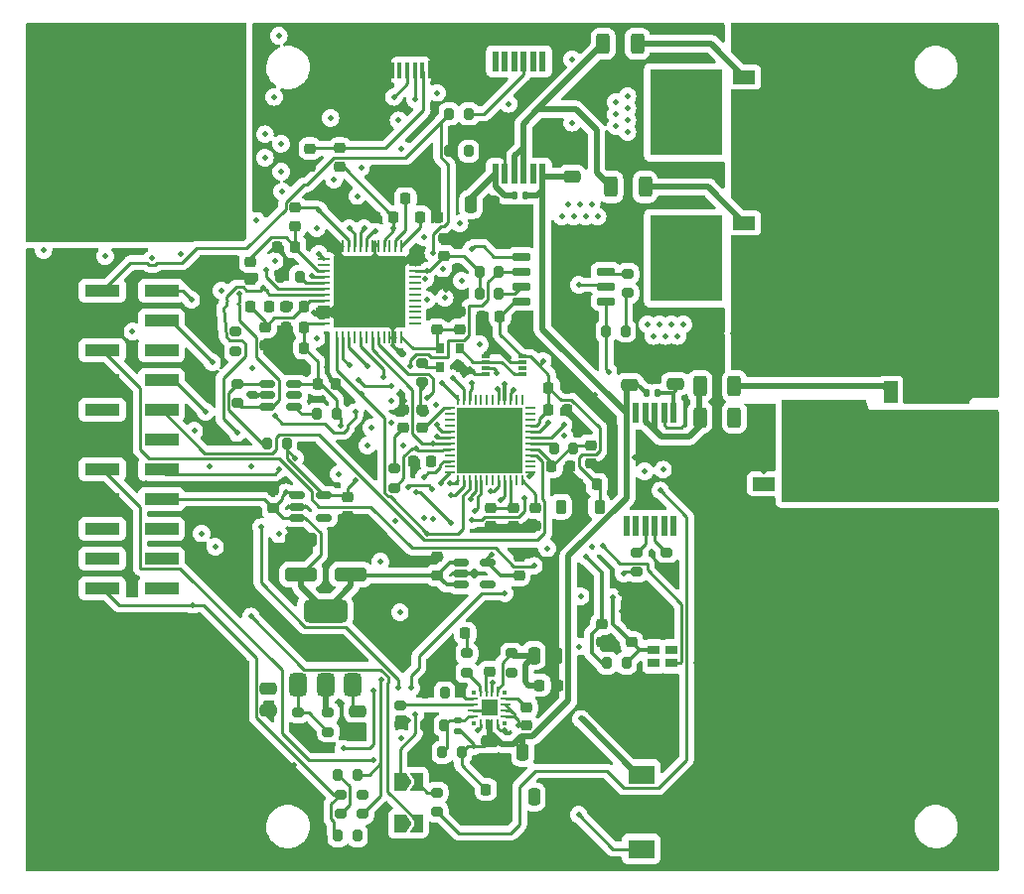
<source format=gbr>
%TF.GenerationSoftware,KiCad,Pcbnew,7.0.10-7.0.10~ubuntu22.04.1*%
%TF.CreationDate,2024-07-15T15:34:11-04:00*%
%TF.ProjectId,IcePSMNR55,49636550-534d-44e5-9235-352e6b696361,rev?*%
%TF.SameCoordinates,Original*%
%TF.FileFunction,Copper,L1,Top*%
%TF.FilePolarity,Positive*%
%FSLAX46Y46*%
G04 Gerber Fmt 4.6, Leading zero omitted, Abs format (unit mm)*
G04 Created by KiCad (PCBNEW 7.0.10-7.0.10~ubuntu22.04.1) date 2024-07-15 15:34:11*
%MOMM*%
%LPD*%
G01*
G04 APERTURE LIST*
G04 Aperture macros list*
%AMRoundRect*
0 Rectangle with rounded corners*
0 $1 Rounding radius*
0 $2 $3 $4 $5 $6 $7 $8 $9 X,Y pos of 4 corners*
0 Add a 4 corners polygon primitive as box body*
4,1,4,$2,$3,$4,$5,$6,$7,$8,$9,$2,$3,0*
0 Add four circle primitives for the rounded corners*
1,1,$1+$1,$2,$3*
1,1,$1+$1,$4,$5*
1,1,$1+$1,$6,$7*
1,1,$1+$1,$8,$9*
0 Add four rect primitives between the rounded corners*
20,1,$1+$1,$2,$3,$4,$5,0*
20,1,$1+$1,$4,$5,$6,$7,0*
20,1,$1+$1,$6,$7,$8,$9,0*
20,1,$1+$1,$8,$9,$2,$3,0*%
%AMFreePoly0*
4,1,6,1.000000,0.000000,0.500000,-0.750000,-0.500000,-0.750000,-0.500000,0.750000,0.500000,0.750000,1.000000,0.000000,1.000000,0.000000,$1*%
%AMFreePoly1*
4,1,6,0.500000,-0.750000,-0.650000,-0.750000,-0.150000,0.000000,-0.650000,0.750000,0.500000,0.750000,0.500000,-0.750000,0.500000,-0.750000,$1*%
G04 Aperture macros list end*
%TA.AperFunction,SMDPad,CuDef*%
%ADD10RoundRect,0.200000X-0.200000X-0.275000X0.200000X-0.275000X0.200000X0.275000X-0.200000X0.275000X0*%
%TD*%
%TA.AperFunction,SMDPad,CuDef*%
%ADD11RoundRect,0.062500X-0.375000X-0.062500X0.375000X-0.062500X0.375000X0.062500X-0.375000X0.062500X0*%
%TD*%
%TA.AperFunction,SMDPad,CuDef*%
%ADD12RoundRect,0.062500X-0.062500X-0.375000X0.062500X-0.375000X0.062500X0.375000X-0.062500X0.375000X0*%
%TD*%
%TA.AperFunction,HeatsinkPad*%
%ADD13R,5.600000X5.600000*%
%TD*%
%TA.AperFunction,SMDPad,CuDef*%
%ADD14RoundRect,0.225000X-0.250000X0.225000X-0.250000X-0.225000X0.250000X-0.225000X0.250000X0.225000X0*%
%TD*%
%TA.AperFunction,SMDPad,CuDef*%
%ADD15RoundRect,0.200000X0.200000X0.275000X-0.200000X0.275000X-0.200000X-0.275000X0.200000X-0.275000X0*%
%TD*%
%TA.AperFunction,ComponentPad*%
%ADD16C,1.800000*%
%TD*%
%TA.AperFunction,SMDPad,CuDef*%
%ADD17RoundRect,0.250000X-0.475000X0.250000X-0.475000X-0.250000X0.475000X-0.250000X0.475000X0.250000X0*%
%TD*%
%TA.AperFunction,SMDPad,CuDef*%
%ADD18RoundRect,0.225000X0.250000X-0.225000X0.250000X0.225000X-0.250000X0.225000X-0.250000X-0.225000X0*%
%TD*%
%TA.AperFunction,SMDPad,CuDef*%
%ADD19RoundRect,0.150000X-0.512500X-0.150000X0.512500X-0.150000X0.512500X0.150000X-0.512500X0.150000X0*%
%TD*%
%TA.AperFunction,SMDPad,CuDef*%
%ADD20RoundRect,0.218750X-0.218750X-0.256250X0.218750X-0.256250X0.218750X0.256250X-0.218750X0.256250X0*%
%TD*%
%TA.AperFunction,SMDPad,CuDef*%
%ADD21R,3.000000X1.000000*%
%TD*%
%TA.AperFunction,SMDPad,CuDef*%
%ADD22RoundRect,0.250000X1.100000X-0.325000X1.100000X0.325000X-1.100000X0.325000X-1.100000X-0.325000X0*%
%TD*%
%TA.AperFunction,SMDPad,CuDef*%
%ADD23RoundRect,0.250000X-0.312500X-0.625000X0.312500X-0.625000X0.312500X0.625000X-0.312500X0.625000X0*%
%TD*%
%TA.AperFunction,SMDPad,CuDef*%
%ADD24RoundRect,0.200000X0.275000X-0.200000X0.275000X0.200000X-0.275000X0.200000X-0.275000X-0.200000X0*%
%TD*%
%TA.AperFunction,SMDPad,CuDef*%
%ADD25RoundRect,0.218750X0.256250X-0.218750X0.256250X0.218750X-0.256250X0.218750X-0.256250X-0.218750X0*%
%TD*%
%TA.AperFunction,SMDPad,CuDef*%
%ADD26RoundRect,0.140000X0.170000X-0.140000X0.170000X0.140000X-0.170000X0.140000X-0.170000X-0.140000X0*%
%TD*%
%TA.AperFunction,SMDPad,CuDef*%
%ADD27RoundRect,0.250000X0.475000X-0.250000X0.475000X0.250000X-0.475000X0.250000X-0.475000X-0.250000X0*%
%TD*%
%TA.AperFunction,SMDPad,CuDef*%
%ADD28RoundRect,0.225000X-0.225000X-0.250000X0.225000X-0.250000X0.225000X0.250000X-0.225000X0.250000X0*%
%TD*%
%TA.AperFunction,SMDPad,CuDef*%
%ADD29R,0.800000X0.300000*%
%TD*%
%TA.AperFunction,SMDPad,CuDef*%
%ADD30RoundRect,0.250000X-0.250000X-0.475000X0.250000X-0.475000X0.250000X0.475000X-0.250000X0.475000X0*%
%TD*%
%TA.AperFunction,SMDPad,CuDef*%
%ADD31RoundRect,0.062500X-0.412500X-0.062500X0.412500X-0.062500X0.412500X0.062500X-0.412500X0.062500X0*%
%TD*%
%TA.AperFunction,SMDPad,CuDef*%
%ADD32RoundRect,0.062500X-0.062500X-0.412500X0.062500X-0.412500X0.062500X0.412500X-0.062500X0.412500X0*%
%TD*%
%TA.AperFunction,HeatsinkPad*%
%ADD33R,6.200000X6.200000*%
%TD*%
%TA.AperFunction,SMDPad,CuDef*%
%ADD34FreePoly0,0.000000*%
%TD*%
%TA.AperFunction,SMDPad,CuDef*%
%ADD35FreePoly1,0.000000*%
%TD*%
%TA.AperFunction,SMDPad,CuDef*%
%ADD36R,1.000000X0.800000*%
%TD*%
%TA.AperFunction,SMDPad,CuDef*%
%ADD37RoundRect,0.225000X0.225000X0.250000X-0.225000X0.250000X-0.225000X-0.250000X0.225000X-0.250000X0*%
%TD*%
%TA.AperFunction,SMDPad,CuDef*%
%ADD38R,1.143000X1.828800*%
%TD*%
%TA.AperFunction,SMDPad,CuDef*%
%ADD39R,7.391400X6.121400*%
%TD*%
%TA.AperFunction,SMDPad,CuDef*%
%ADD40R,0.600000X1.750000*%
%TD*%
%TA.AperFunction,SMDPad,CuDef*%
%ADD41RoundRect,0.200000X-0.275000X0.200000X-0.275000X-0.200000X0.275000X-0.200000X0.275000X0.200000X0*%
%TD*%
%TA.AperFunction,SMDPad,CuDef*%
%ADD42R,1.828800X1.143000*%
%TD*%
%TA.AperFunction,SMDPad,CuDef*%
%ADD43R,6.121400X7.391400*%
%TD*%
%TA.AperFunction,SMDPad,CuDef*%
%ADD44RoundRect,0.140000X-0.140000X-0.170000X0.140000X-0.170000X0.140000X0.170000X-0.140000X0.170000X0*%
%TD*%
%TA.AperFunction,SMDPad,CuDef*%
%ADD45RoundRect,0.225000X-0.225000X-0.375000X0.225000X-0.375000X0.225000X0.375000X-0.225000X0.375000X0*%
%TD*%
%TA.AperFunction,SMDPad,CuDef*%
%ADD46RoundRect,0.057150X0.349250X-0.057150X0.349250X0.057150X-0.349250X0.057150X-0.349250X-0.057150X0*%
%TD*%
%TA.AperFunction,SMDPad,CuDef*%
%ADD47R,0.812800X0.228600*%
%TD*%
%TA.AperFunction,SMDPad,CuDef*%
%ADD48RoundRect,0.057150X-0.057150X-0.349250X0.057150X-0.349250X0.057150X0.349250X-0.057150X0.349250X0*%
%TD*%
%TA.AperFunction,SMDPad,CuDef*%
%ADD49R,0.228600X0.812800*%
%TD*%
%TA.AperFunction,SMDPad,CuDef*%
%ADD50R,1.422400X1.422400*%
%TD*%
%TA.AperFunction,SMDPad,CuDef*%
%ADD51R,0.381000X0.381000*%
%TD*%
%TA.AperFunction,SMDPad,CuDef*%
%ADD52RoundRect,0.150000X0.650000X0.150000X-0.650000X0.150000X-0.650000X-0.150000X0.650000X-0.150000X0*%
%TD*%
%TA.AperFunction,SMDPad,CuDef*%
%ADD53RoundRect,0.140000X0.140000X0.170000X-0.140000X0.170000X-0.140000X-0.170000X0.140000X-0.170000X0*%
%TD*%
%TA.AperFunction,SMDPad,CuDef*%
%ADD54R,0.650000X0.850000*%
%TD*%
%TA.AperFunction,SMDPad,CuDef*%
%ADD55R,0.450000X1.380000*%
%TD*%
%TA.AperFunction,SMDPad,CuDef*%
%ADD56R,1.650000X1.300000*%
%TD*%
%TA.AperFunction,SMDPad,CuDef*%
%ADD57R,1.425000X1.550000*%
%TD*%
%TA.AperFunction,SMDPad,CuDef*%
%ADD58R,1.800000X1.900000*%
%TD*%
%TA.AperFunction,SMDPad,CuDef*%
%ADD59R,1.000000X1.900000*%
%TD*%
%TA.AperFunction,SMDPad,CuDef*%
%ADD60R,2.286000X1.624000*%
%TD*%
%TA.AperFunction,SMDPad,CuDef*%
%ADD61RoundRect,0.375000X0.375000X-0.625000X0.375000X0.625000X-0.375000X0.625000X-0.375000X-0.625000X0*%
%TD*%
%TA.AperFunction,SMDPad,CuDef*%
%ADD62RoundRect,0.500000X1.400000X-0.500000X1.400000X0.500000X-1.400000X0.500000X-1.400000X-0.500000X0*%
%TD*%
%TA.AperFunction,ViaPad*%
%ADD63C,0.800000*%
%TD*%
%TA.AperFunction,ViaPad*%
%ADD64C,0.500000*%
%TD*%
%TA.AperFunction,Conductor*%
%ADD65C,0.250000*%
%TD*%
%TA.AperFunction,Conductor*%
%ADD66C,0.350000*%
%TD*%
%TA.AperFunction,Conductor*%
%ADD67C,0.500000*%
%TD*%
G04 APERTURE END LIST*
D10*
%TO.P,R9,1*%
%TO.N,Net-(U3-DO)*%
X56012500Y-70200000D03*
%TO.P,R9,2*%
%TO.N,+3V3*%
X57662500Y-70200000D03*
%TD*%
D11*
%TO.P,U1,1,VCCIO_2*%
%TO.N,+3V3*%
X71557500Y-67165000D03*
%TO.P,U1,2,IOB_6a*%
%TO.N,/IOB_6A*%
X71557500Y-67665000D03*
%TO.P,U1,3,IOB_9b*%
%TO.N,/IOB_9B*%
X71557500Y-68165000D03*
%TO.P,U1,4,IOB_8a*%
%TO.N,/IOB_8A*%
X71557500Y-68665000D03*
%TO.P,U1,5,VCC*%
%TO.N,+1V2*%
X71557500Y-69165000D03*
%TO.P,U1,6,IOB_13b*%
%TO.N,/VGS:LOAD-IOB_13B*%
X71557500Y-69665000D03*
%TO.P,U1,7,CDONE*%
%TO.N,/CDONE*%
X71557500Y-70165000D03*
%TO.P,U1,8,~{CRESET}*%
%TO.N,/CRESET_N*%
X71557500Y-70665000D03*
%TO.P,U1,9,IOB_16a*%
%TO.N,/IOB_16A*%
X71557500Y-71165000D03*
%TO.P,U1,10,IOB_18a*%
%TO.N,/VGS:Fly-IOB_18A*%
X71557500Y-71665000D03*
%TO.P,U1,11,IOB_20a*%
%TO.N,/IOB_20A*%
X71557500Y-72165000D03*
%TO.P,U1,12,IOB_22a*%
%TO.N,/IOB_22A*%
X71557500Y-72665000D03*
D12*
%TO.P,U1,13,IOB_24a*%
%TO.N,/IOB_24A*%
X72245000Y-73352500D03*
%TO.P,U1,14,IOB_32a_SPI_SO*%
%TO.N,/FPGA_SO*%
X72745000Y-73352500D03*
%TO.P,U1,15,IOB_34a_SPI_SCK*%
%TO.N,/FT_SCK*%
X73245000Y-73352500D03*
%TO.P,U1,16,IOB_35b_SPI_SS*%
%TO.N,/FT_SSn*%
X73745000Y-73352500D03*
%TO.P,U1,17,IOB_33b_SPI_SI*%
%TO.N,/FPGA_SI*%
X74245000Y-73352500D03*
%TO.P,U1,18,IOB_31b*%
%TO.N,/IOB_31B*%
X74745000Y-73352500D03*
%TO.P,U1,19,IOB_29b*%
%TO.N,/IOB_29B*%
X75245000Y-73352500D03*
%TO.P,U1,20,IOB_25b_G3*%
%TO.N,/CRYSTAL-IOB_25B_G3*%
X75745000Y-73352500D03*
%TO.P,U1,21,IOB_23b*%
%TO.N,/IOB_23B*%
X76245000Y-73352500D03*
%TO.P,U1,22,SPI_VCCIO1*%
%TO.N,+3V3*%
X76745000Y-73352500D03*
%TO.P,U1,23,IOT_37a*%
%TO.N,/IOT_37A*%
X77245000Y-73352500D03*
%TO.P,U1,24,VPP_2V5*%
%TO.N,+2V5*%
X77745000Y-73352500D03*
D11*
%TO.P,U1,25,IOT_36b*%
%TO.N,/IOT_36B*%
X78432500Y-72665000D03*
%TO.P,U1,26,IOT_39a*%
%TO.N,/IOT_39A*%
X78432500Y-72165000D03*
%TO.P,U1,27,IOT_38b*%
%TO.N,/IOT_38B*%
X78432500Y-71665000D03*
%TO.P,U1,28,IOT_41a*%
%TO.N,/IOT_41A*%
X78432500Y-71165000D03*
%TO.P,U1,29,VCCPLL*%
%TO.N,/VCC_PLL*%
X78432500Y-70665000D03*
%TO.P,U1,30,VCC*%
%TO.N,+1V2*%
X78432500Y-70165000D03*
%TO.P,U1,31,IOT_42b*%
%TO.N,/IOT_42B*%
X78432500Y-69665000D03*
%TO.P,U1,32,IOT_43a*%
%TO.N,/IOT_43A*%
X78432500Y-69165000D03*
%TO.P,U1,33,VCCIO_0*%
%TO.N,+3V3*%
X78432500Y-68665000D03*
%TO.P,U1,34,IOT_44b*%
%TO.N,/IOT_44B*%
X78432500Y-68165000D03*
%TO.P,U1,35,IOT_46b_G0*%
%TO.N,/IOT_46B_G0*%
X78432500Y-67665000D03*
%TO.P,U1,36,IOT_48b*%
%TO.N,/IOT_48B*%
X78432500Y-67165000D03*
D12*
%TO.P,U1,37,IOT_45a_G1*%
%TO.N,/IOT_45A_G1*%
X77745000Y-66477500D03*
%TO.P,U1,38,IOT_50b*%
%TO.N,/IOT_50B*%
X77245000Y-66477500D03*
%TO.P,U1,39,RGB0*%
%TO.N,/LED_G*%
X76745000Y-66477500D03*
%TO.P,U1,40,RGB1*%
%TO.N,/LED_B*%
X76245000Y-66477500D03*
%TO.P,U1,41,RGB2*%
%TO.N,/LED_R*%
X75745000Y-66477500D03*
%TO.P,U1,42,IOT_51a*%
%TO.N,/IOT_51A*%
X75245000Y-66477500D03*
%TO.P,U1,43,IOT_49a*%
%TO.N,/IOT_49A*%
X74745000Y-66477500D03*
%TO.P,U1,44,IOB_3b_G6*%
%TO.N,/IOB_3B_G6*%
X74245000Y-66477500D03*
%TO.P,U1,45,IOB_5b*%
%TO.N,/IOB_5B*%
X73745000Y-66477500D03*
%TO.P,U1,46,IOB_0a*%
%TO.N,/IOB_0A*%
X73245000Y-66477500D03*
%TO.P,U1,47,IOB_2a*%
%TO.N,/IOB_2A*%
X72745000Y-66477500D03*
%TO.P,U1,48,IOB_4a*%
%TO.N,/IOB_4A*%
X72245000Y-66477500D03*
D13*
%TO.P,U1,49,GND*%
%TO.N,GND*%
X74995000Y-69915000D03*
%TD*%
D14*
%TO.P,C4,1*%
%TO.N,+3V3*%
X75057000Y-75666000D03*
%TO.P,C4,2*%
%TO.N,GND*%
X75057000Y-77216000D03*
%TD*%
D15*
%TO.P,R6,1*%
%TO.N,Net-(U2-REF)*%
X58770000Y-55940000D03*
%TO.P,R6,2*%
%TO.N,GND*%
X57120000Y-55940000D03*
%TD*%
D16*
%TO.P,M4,1*%
%TO.N,/HighSw*%
X101600000Y-45720000D03*
%TO.P,M4,2*%
X104140000Y-45720000D03*
%TO.P,M4,3*%
X106680000Y-45720000D03*
%TO.P,M4,4*%
X109220000Y-45720000D03*
%TO.P,M4,5*%
X111760000Y-45720000D03*
%TO.P,M4,6*%
X114300000Y-45720000D03*
%TO.P,M4,7*%
X114300000Y-48260000D03*
%TO.P,M4,8*%
X111760000Y-48260000D03*
%TO.P,M4,9*%
X109220000Y-48260000D03*
%TO.P,M4,10*%
X106680000Y-48260000D03*
%TO.P,M4,11*%
X104140000Y-48260000D03*
%TO.P,M4,12*%
X101600000Y-48260000D03*
%TO.P,M4,13*%
X101600000Y-50800000D03*
%TO.P,M4,14*%
X104140000Y-50800000D03*
%TO.P,M4,15*%
X106680000Y-50800000D03*
%TO.P,M4,16*%
X109220000Y-50800000D03*
%TO.P,M4,17*%
X111760000Y-50800000D03*
%TO.P,M4,18*%
X114300000Y-50800000D03*
%TO.P,M4,19*%
X114300000Y-53340000D03*
%TO.P,M4,20*%
X111760000Y-53340000D03*
%TO.P,M4,21*%
X109220000Y-53340000D03*
%TO.P,M4,22*%
X106680000Y-53340000D03*
%TO.P,M4,23*%
X104140000Y-53340000D03*
%TO.P,M4,24*%
X101600000Y-53340000D03*
%TO.P,M4,25*%
X101600000Y-55880000D03*
%TO.P,M4,26*%
X104140000Y-55880000D03*
%TO.P,M4,27*%
X106680000Y-55880000D03*
%TO.P,M4,28*%
X109220000Y-55880000D03*
%TO.P,M4,29*%
X111760000Y-55880000D03*
%TO.P,M4,30*%
X114300000Y-55880000D03*
%TO.P,M4,31*%
X114300000Y-58420000D03*
%TO.P,M4,32*%
X111760000Y-58420000D03*
%TO.P,M4,33*%
X109220000Y-58420000D03*
%TO.P,M4,34*%
X106680000Y-58420000D03*
%TO.P,M4,35*%
X104140000Y-58420000D03*
%TO.P,M4,36*%
X101600000Y-58420000D03*
%TD*%
D17*
%TO.P,C21,1*%
%TO.N,GND*%
X86893900Y-63277500D03*
%TO.P,C21,2*%
%TO.N,/+22V*%
X86893900Y-65177500D03*
%TD*%
D15*
%TO.P,R27,1*%
%TO.N,Net-(U9-FB)*%
X71105000Y-94240000D03*
%TO.P,R27,2*%
%TO.N,GND*%
X69455000Y-94240000D03*
%TD*%
D18*
%TO.P,C34,1*%
%TO.N,+5V*%
X70485000Y-81420000D03*
%TO.P,C34,2*%
%TO.N,GND*%
X70485000Y-79870000D03*
%TD*%
D19*
%TO.P,U7,1,VIN*%
%TO.N,+5V*%
X72522500Y-80330000D03*
%TO.P,U7,2,GND*%
%TO.N,GND*%
X72522500Y-81280000D03*
%TO.P,U7,3,EN*%
%TO.N,+5V*%
X72522500Y-82230000D03*
%TO.P,U7,4,NC*%
%TO.N,unconnected-(U7-NC-Pad4)*%
X74797500Y-82230000D03*
%TO.P,U7,5,VOUT*%
%TO.N,+1V2*%
X74797500Y-80330000D03*
%TD*%
D20*
%TO.P,FB2,1*%
%TO.N,/V_PLL*%
X54580000Y-58480000D03*
%TO.P,FB2,2*%
%TO.N,+3V3*%
X56155000Y-58480000D03*
%TD*%
D21*
%TO.P,J2,1,Pin_1*%
%TO.N,/IOB_0A*%
X46990000Y-57150000D03*
%TO.P,J2,2,Pin_2*%
%TO.N,/VGS:LOAD-IOB_13B*%
X41950000Y-57150000D03*
%TO.P,J2,3,Pin_3*%
%TO.N,/IOB_2A*%
X46990000Y-59690000D03*
%TO.P,J2,4,Pin_4*%
%TO.N,GND*%
X41950000Y-59690000D03*
%TO.P,J2,5,Pin_5*%
%TO.N,/IOB_4A*%
X46990000Y-62230000D03*
%TO.P,J2,6,Pin_6*%
%TO.N,/VGS:Fly-IOB_18A*%
X41950000Y-62230000D03*
%TO.P,J2,7,Pin_7*%
%TO.N,/IOT_36B*%
X46990000Y-64770000D03*
%TO.P,J2,8,Pin_8*%
%TO.N,GND*%
X41950000Y-64770000D03*
%TO.P,J2,9,Pin_9*%
%TO.N,/IOT_41A*%
X46990000Y-67310000D03*
%TO.P,J2,10,Pin_10*%
%TO.N,/IOT_43A*%
X41950000Y-67310000D03*
%TO.P,J2,11,Pin_11*%
%TO.N,/IOT_42B*%
X46990000Y-69850000D03*
%TO.P,J2,12,Pin_12*%
%TO.N,GND*%
X41950000Y-69850000D03*
%TO.P,J2,13,Pin_13*%
%TO.N,+3V3*%
X46990000Y-72390000D03*
%TO.P,J2,14,Pin_14*%
%TO.N,/+22V*%
X41950000Y-72390000D03*
%TO.P,J2,15,Pin_15*%
%TO.N,+5V*%
X46990000Y-74930000D03*
%TO.P,J2,16,Pin_16*%
%TO.N,GND*%
X41950000Y-74930000D03*
%TO.P,J2,17,Pin_17*%
%TO.N,/FPGA_SO*%
X46990000Y-77470000D03*
%TO.P,J2,18,Pin_18*%
%TO.N,/FT_SSn*%
X41950000Y-77470000D03*
%TO.P,J2,19,Pin_19*%
%TO.N,/FPGA_SI*%
X46990000Y-80010000D03*
%TO.P,J2,20,Pin_20*%
%TO.N,/FLASH_MOSI*%
X41950000Y-80010000D03*
%TO.P,J2,21,Pin_21*%
%TO.N,/FT_SCK*%
X46990000Y-82550000D03*
%TO.P,J2,22,Pin_22*%
%TO.N,/FLASH_MISO*%
X41950000Y-82550000D03*
%TD*%
D10*
%TO.P,R16,1*%
%TO.N,/CDONE*%
X84976200Y-88900000D03*
%TO.P,R16,2*%
%TO.N,+3V3*%
X86626200Y-88900000D03*
%TD*%
D22*
%TO.P,C37,1*%
%TO.N,+5V*%
X58885000Y-81355000D03*
%TO.P,C37,2*%
%TO.N,GND*%
X58885000Y-78405000D03*
%TD*%
D23*
%TO.P,R10,1*%
%TO.N,Net-(IC2-VOUTN)*%
X92898500Y-65278000D03*
%TO.P,R10,2*%
%TO.N,Net-(Q3-G)*%
X95823500Y-65278000D03*
%TD*%
D24*
%TO.P,R12,1*%
%TO.N,/EE_DAT*%
X53502500Y-66740000D03*
%TO.P,R12,2*%
%TO.N,Net-(U3-DO)*%
X53502500Y-65090000D03*
%TD*%
D18*
%TO.P,C8,1*%
%TO.N,+3V3*%
X71090000Y-54175000D03*
%TO.P,C8,2*%
%TO.N,GND*%
X71090000Y-52625000D03*
%TD*%
D25*
%TO.P,FB1,1*%
%TO.N,/V_PHY*%
X58390000Y-51647500D03*
%TO.P,FB1,2*%
%TO.N,+3V3*%
X58390000Y-50072500D03*
%TD*%
D26*
%TO.P,C47,1*%
%TO.N,/+22V*%
X72290000Y-94760000D03*
%TO.P,C47,2*%
%TO.N,Net-(U9-FB)*%
X72290000Y-93800000D03*
%TD*%
D27*
%TO.P,C29,1*%
%TO.N,Net-(IC2-VSS)*%
X90805000Y-65085000D03*
%TO.P,C29,2*%
%TO.N,GND*%
X90805000Y-63185000D03*
%TD*%
D28*
%TO.P,C46,1*%
%TO.N,/+22V*%
X74650000Y-99695000D03*
%TO.P,C46,2*%
%TO.N,GND*%
X76200000Y-99695000D03*
%TD*%
D14*
%TO.P,C31,1*%
%TO.N,+3V3*%
X62865000Y-74790000D03*
%TO.P,C31,2*%
%TO.N,GND*%
X62865000Y-76340000D03*
%TD*%
D15*
%TO.P,R24,1*%
%TO.N,/+22V*%
X72580000Y-96520000D03*
%TO.P,R24,2*%
%TO.N,Net-(U9-FB)*%
X70930000Y-96520000D03*
%TD*%
D29*
%TO.P,U4,1*%
%TO.N,GND*%
X74650000Y-62750000D03*
%TO.P,U4,2*%
%TO.N,/CLK_12M_FT*%
X74650000Y-63250000D03*
%TO.P,U4,3*%
%TO.N,/CRYSTAL-IOB_25B_G3*%
X74650000Y-63750000D03*
%TO.P,U4,4,GND*%
%TO.N,GND*%
X74650000Y-64250000D03*
%TO.P,U4,5*%
%TO.N,/CLK_12M_FT*%
X77750000Y-64250000D03*
%TO.P,U4,6*%
%TO.N,/CLK_12M_EXT*%
X77750000Y-63750000D03*
%TO.P,U4,7*%
%TO.N,GND*%
X77750000Y-63250000D03*
%TO.P,U4,8,VCC*%
%TO.N,+3V3*%
X77750000Y-62750000D03*
%TD*%
D27*
%TO.P,C40,1*%
%TO.N,GND*%
X56120000Y-93000000D03*
%TO.P,C40,2*%
%TO.N,Net-(U8-GND{slash}ADJ)*%
X56120000Y-91100000D03*
%TD*%
D30*
%TO.P,C41,1*%
%TO.N,/VIN*%
X78740000Y-88265000D03*
%TO.P,C41,2*%
%TO.N,GND*%
X80640000Y-88265000D03*
%TD*%
D28*
%TO.P,C7,1*%
%TO.N,/FT_VCORE*%
X67805000Y-49276000D03*
%TO.P,C7,2*%
%TO.N,GND*%
X69355000Y-49276000D03*
%TD*%
D31*
%TO.P,U2,1,XCSI*%
%TO.N,/CLK_12M_FT*%
X60835000Y-54460000D03*
%TO.P,U2,2,XCSO*%
%TO.N,unconnected-(U2-XCSO-Pad2)*%
X60835000Y-54960000D03*
%TO.P,U2,3,VPHY*%
%TO.N,/V_PHY*%
X60835000Y-55460000D03*
%TO.P,U2,4,AGND*%
%TO.N,GND*%
X60835000Y-55960000D03*
%TO.P,U2,5,REF*%
%TO.N,Net-(U2-REF)*%
X60835000Y-56460000D03*
%TO.P,U2,6,DM*%
%TO.N,/USB_M*%
X60835000Y-56960000D03*
%TO.P,U2,7,DP*%
%TO.N,/USB_P*%
X60835000Y-57460000D03*
%TO.P,U2,8,VPLL*%
%TO.N,/V_PLL*%
X60835000Y-57960000D03*
%TO.P,U2,9,AGND*%
%TO.N,GND*%
X60835000Y-58460000D03*
%TO.P,U2,10,GND*%
X60835000Y-58960000D03*
%TO.P,U2,11,GND*%
X60835000Y-59460000D03*
%TO.P,U2,12,VCCIO*%
%TO.N,+3V3*%
X60835000Y-59960000D03*
D32*
%TO.P,U2,13,ADBUS0*%
%TO.N,/FT_SCK*%
X61960000Y-61085000D03*
%TO.P,U2,14,ADBUS1*%
%TO.N,/FLASH_MOSI*%
X62460000Y-61085000D03*
%TO.P,U2,15,ADBUS2*%
%TO.N,/FLASH_MISO*%
X62960000Y-61085000D03*
%TO.P,U2,16,ADBUS3*%
%TO.N,unconnected-(U2-ADBUS3-Pad16)*%
X63460000Y-61085000D03*
%TO.P,U2,17,ADBUS4*%
%TO.N,/FT_SSn*%
X63960000Y-61085000D03*
%TO.P,U2,18,ADBUS5*%
%TO.N,unconnected-(U2-ADBUS5-Pad18)*%
X64460000Y-61085000D03*
%TO.P,U2,19,ADBUS6*%
%TO.N,/CDONE*%
X64960000Y-61085000D03*
%TO.P,U2,20,ADBUS7*%
%TO.N,/CRESET_N*%
X65460000Y-61085000D03*
%TO.P,U2,21,ACBUS0*%
%TO.N,unconnected-(U2-ACBUS0-Pad21)*%
X65960000Y-61085000D03*
%TO.P,U2,22,GND*%
%TO.N,GND*%
X66460000Y-61085000D03*
%TO.P,U2,23,GND*%
X66960000Y-61085000D03*
%TO.P,U2,24,VCCIO*%
%TO.N,+3V3*%
X67460000Y-61085000D03*
D31*
%TO.P,U2,25,ACBUS1*%
%TO.N,unconnected-(U2-ACBUS1-Pad25)*%
X68585000Y-59960000D03*
%TO.P,U2,26,ACBUS2*%
%TO.N,unconnected-(U2-ACBUS2-Pad26)*%
X68585000Y-59460000D03*
%TO.P,U2,27,ACBUS3*%
%TO.N,unconnected-(U2-ACBUS3-Pad27)*%
X68585000Y-58960000D03*
%TO.P,U2,28,ACBUS4*%
%TO.N,unconnected-(U2-ACBUS4-Pad28)*%
X68585000Y-58460000D03*
%TO.P,U2,29,ACBUS5*%
%TO.N,unconnected-(U2-ACBUS5-Pad29)*%
X68585000Y-57960000D03*
%TO.P,U2,30,ACBUS6*%
%TO.N,unconnected-(U2-ACBUS6-Pad30)*%
X68585000Y-57460000D03*
%TO.P,U2,31,ACBUS7*%
%TO.N,unconnected-(U2-ACBUS7-Pad31)*%
X68585000Y-56960000D03*
%TO.P,U2,32,ACBUS8*%
%TO.N,unconnected-(U2-ACBUS8-Pad32)*%
X68585000Y-56460000D03*
%TO.P,U2,33,ACBUS9*%
%TO.N,unconnected-(U2-ACBUS9-Pad33)*%
X68585000Y-55960000D03*
%TO.P,U2,34,~{RESET}*%
%TO.N,+3V3*%
X68585000Y-55460000D03*
%TO.P,U2,35,GND*%
%TO.N,GND*%
X68585000Y-54960000D03*
%TO.P,U2,36,GND*%
X68585000Y-54460000D03*
D32*
%TO.P,U2,37,VCCA*%
%TO.N,Net-(U2-VCCA)*%
X67460000Y-53335000D03*
%TO.P,U2,38,VCCCORE*%
%TO.N,/FT_VCORE*%
X66960000Y-53335000D03*
%TO.P,U2,39,VCCD*%
%TO.N,unconnected-(U2-VCCD-Pad39)*%
X66460000Y-53335000D03*
%TO.P,U2,40,VREGIN*%
%TO.N,+5V*%
X65960000Y-53335000D03*
%TO.P,U2,41,AGND*%
%TO.N,GND*%
X65460000Y-53335000D03*
%TO.P,U2,42,TEST*%
X64960000Y-53335000D03*
%TO.P,U2,43,EEDATA*%
%TO.N,/EE_DAT*%
X64460000Y-53335000D03*
%TO.P,U2,44,EECLK*%
%TO.N,/EE_CLK*%
X63960000Y-53335000D03*
%TO.P,U2,45,EECS*%
%TO.N,/EE_CS*%
X63460000Y-53335000D03*
%TO.P,U2,46,VCCIO*%
%TO.N,+3V3*%
X62960000Y-53335000D03*
%TO.P,U2,47,GND*%
%TO.N,GND*%
X62460000Y-53335000D03*
%TO.P,U2,48,GND*%
X61960000Y-53335000D03*
D33*
%TO.P,U2,49,GND*%
X64710000Y-57210000D03*
%TD*%
D18*
%TO.P,C51,1*%
%TO.N,Net-(U9-INTVCC)*%
X74930000Y-89675000D03*
%TO.P,C51,2*%
%TO.N,GND*%
X74930000Y-88125000D03*
%TD*%
D34*
%TO.P,R33,1*%
%TO.N,/IOB_24A*%
X67310000Y-102610000D03*
D35*
%TO.P,R33,2*%
%TO.N,/USB_M*%
X68760000Y-102610000D03*
%TD*%
D10*
%TO.P,R26,1*%
%TO.N,/FT_SSn*%
X84900000Y-60579000D03*
%TO.P,R26,2*%
%TO.N,+3V3*%
X86550000Y-60579000D03*
%TD*%
D19*
%TO.P,U6,1,VIN*%
%TO.N,+5V*%
X58552500Y-74615000D03*
%TO.P,U6,2,GND*%
%TO.N,GND*%
X58552500Y-75565000D03*
%TO.P,U6,3,EN*%
%TO.N,+5V*%
X58552500Y-76515000D03*
%TO.P,U6,4,NC*%
%TO.N,unconnected-(U6-NC-Pad4)*%
X60827500Y-76515000D03*
%TO.P,U6,5,VOUT*%
%TO.N,+3V3*%
X60827500Y-74615000D03*
%TD*%
D24*
%TO.P,R13,1*%
%TO.N,GND*%
X90068900Y-81117500D03*
%TO.P,R13,2*%
%TO.N,Net-(IC2-CA)*%
X90068900Y-79467500D03*
%TD*%
%TO.P,R7,1*%
%TO.N,+3V3*%
X53310000Y-62290000D03*
%TO.P,R7,2*%
%TO.N,/EE_CS*%
X53310000Y-60640000D03*
%TD*%
D36*
%TO.P,D2,1,A*%
%TO.N,+3V3*%
X88976200Y-87800000D03*
%TO.P,D2,2,RK*%
%TO.N,/LED_R*%
X90476200Y-87800000D03*
%TO.P,D2,3,GK*%
%TO.N,/LED_G*%
X90476200Y-88900000D03*
%TO.P,D2,4,BK*%
%TO.N,/LED_B*%
X88976200Y-88900000D03*
%TD*%
D30*
%TO.P,C44,1*%
%TO.N,/+22V*%
X77790000Y-96520000D03*
%TO.P,C44,2*%
%TO.N,GND*%
X79690000Y-96520000D03*
%TD*%
D15*
%TO.P,R21,1*%
%TO.N,/FT_SCK*%
X75755000Y-55499000D03*
%TO.P,R21,2*%
%TO.N,+3V3*%
X74105000Y-55499000D03*
%TD*%
D37*
%TO.P,C18,1*%
%TO.N,+5V*%
X66785000Y-50860000D03*
%TO.P,C18,2*%
%TO.N,GND*%
X65235000Y-50860000D03*
%TD*%
D18*
%TO.P,C15,1*%
%TO.N,+3V3*%
X69240400Y-68847000D03*
%TO.P,C15,2*%
%TO.N,GND*%
X69240400Y-67297000D03*
%TD*%
%TO.P,C35,1*%
%TO.N,+3V3*%
X87071200Y-87135000D03*
%TO.P,C35,2*%
%TO.N,GND*%
X87071200Y-85585000D03*
%TD*%
D24*
%TO.P,R35,1*%
%TO.N,/FLASH_MOSI*%
X64135000Y-101790000D03*
%TO.P,R35,2*%
%TO.N,/FPGA_SI*%
X64135000Y-100140000D03*
%TD*%
D38*
%TO.P,Q3,1,S*%
%TO.N,/HighSw*%
X115156998Y-65811400D03*
%TO.P,Q3,2,S*%
X113156997Y-65811400D03*
%TO.P,Q3,3,S*%
X111156998Y-65811400D03*
%TO.P,Q3,4,G*%
%TO.N,Net-(Q3-G)*%
X109156997Y-65811400D03*
D39*
%TO.P,Q3,5,D*%
%TO.N,/AntiSeriesFB*%
X112156999Y-70802500D03*
%TD*%
D15*
%TO.P,R23,1*%
%TO.N,Net-(U9-EN{slash}UVLO)*%
X71120000Y-91440000D03*
%TO.P,R23,2*%
%TO.N,GND*%
X69470000Y-91440000D03*
%TD*%
D40*
%TO.P,IC2,1,NC_1*%
%TO.N,unconnected-(IC2-NC_1-Pad1)*%
X86646000Y-77190000D03*
%TO.P,IC2,2,NC_2*%
%TO.N,unconnected-(IC2-NC_2-Pad2)*%
X87446000Y-77190000D03*
%TO.P,IC2,3,AN*%
%TO.N,Net-(IC2-AN)*%
X88246000Y-77190000D03*
%TO.P,IC2,4,CA*%
%TO.N,Net-(IC2-CA)*%
X89046000Y-77190000D03*
%TO.P,IC2,5,NC_3*%
%TO.N,unconnected-(IC2-NC_3-Pad5)*%
X89846000Y-77190000D03*
%TO.P,IC2,6,NC_4*%
%TO.N,unconnected-(IC2-NC_4-Pad6)*%
X90646000Y-77190000D03*
%TO.P,IC2,7,VSS*%
%TO.N,Net-(IC2-VSS)*%
X90646000Y-67590000D03*
%TO.P,IC2,8,VS*%
%TO.N,GND*%
X89846000Y-67590000D03*
%TO.P,IC2,9,VOUTN*%
%TO.N,Net-(IC2-VOUTN)*%
X89046000Y-67590000D03*
%TO.P,IC2,10,VOUTP*%
X88246000Y-67590000D03*
%TO.P,IC2,11,DNC*%
%TO.N,unconnected-(IC2-DNC-Pad11)*%
X87446000Y-67590000D03*
%TO.P,IC2,12,VDD*%
%TO.N,/+22V*%
X86646000Y-67590000D03*
%TD*%
D41*
%TO.P,R19,1*%
%TO.N,Net-(U8-GND{slash}ADJ)*%
X58660000Y-93130000D03*
%TO.P,R19,2*%
%TO.N,GND*%
X58660000Y-94780000D03*
%TD*%
D18*
%TO.P,C43,1*%
%TO.N,Net-(C43-Pad1)*%
X78105000Y-94260000D03*
%TO.P,C43,2*%
%TO.N,Net-(U9-BST)*%
X78105000Y-92710000D03*
%TD*%
D41*
%TO.P,R29,1*%
%TO.N,Net-(U9-RT)*%
X67310000Y-92520000D03*
%TO.P,R29,2*%
%TO.N,GND*%
X67310000Y-94170000D03*
%TD*%
D42*
%TO.P,Q1,1,S*%
%TO.N,/HighSw*%
X96685100Y-57355999D03*
%TO.P,Q1,2,S*%
X96685100Y-55355998D03*
%TO.P,Q1,3,S*%
X96685100Y-53355999D03*
%TO.P,Q1,4,G*%
%TO.N,Net-(Q1-G)*%
X96685100Y-51355998D03*
D43*
%TO.P,Q1,5,D*%
%TO.N,/VIN*%
X91694000Y-54356000D03*
%TD*%
D44*
%TO.P,C22,1*%
%TO.N,/+22V*%
X88318900Y-65878500D03*
%TO.P,C22,2*%
%TO.N,Net-(IC2-VSS)*%
X89278900Y-65878500D03*
%TD*%
D25*
%TO.P,FB3,1*%
%TO.N,+5V*%
X62200000Y-46567500D03*
%TO.P,FB3,2*%
%TO.N,/V_USB*%
X62200000Y-44992500D03*
%TD*%
D45*
%TO.P,D1,1,K*%
%TO.N,+2V5*%
X81030000Y-75565000D03*
%TO.P,D1,2,A*%
%TO.N,+3V3*%
X84330000Y-75565000D03*
%TD*%
D17*
%TO.P,C13,1*%
%TO.N,GND*%
X81985000Y-45507200D03*
%TO.P,C13,2*%
%TO.N,/+22V*%
X81985000Y-47407200D03*
%TD*%
D37*
%TO.P,C49,1*%
%TO.N,+3V3*%
X75845000Y-59309000D03*
%TO.P,C49,2*%
%TO.N,GND*%
X74295000Y-59309000D03*
%TD*%
D28*
%TO.P,C42,1*%
%TO.N,/VIN*%
X79235000Y-90805000D03*
%TO.P,C42,2*%
%TO.N,GND*%
X80785000Y-90805000D03*
%TD*%
D16*
%TO.P,M3,1*%
%TO.N,GND*%
X101600000Y-82550000D03*
%TO.P,M3,2*%
X104140000Y-82550000D03*
%TO.P,M3,3*%
X106680000Y-82550000D03*
%TO.P,M3,4*%
X109220000Y-82550000D03*
%TO.P,M3,5*%
X111760000Y-82550000D03*
%TO.P,M3,6*%
X114300000Y-82550000D03*
%TO.P,M3,7*%
X114300000Y-85090000D03*
%TO.P,M3,8*%
X111760000Y-85090000D03*
%TO.P,M3,9*%
X109220000Y-85090000D03*
%TO.P,M3,10*%
X106680000Y-85090000D03*
%TO.P,M3,11*%
X104140000Y-85090000D03*
%TO.P,M3,12*%
X101600000Y-85090000D03*
%TO.P,M3,13*%
X101600000Y-87630000D03*
%TO.P,M3,14*%
X104140000Y-87630000D03*
%TO.P,M3,15*%
X106680000Y-87630000D03*
%TO.P,M3,16*%
X109220000Y-87630000D03*
%TO.P,M3,17*%
X111760000Y-87630000D03*
%TO.P,M3,18*%
X114300000Y-87630000D03*
%TO.P,M3,19*%
X114300000Y-90170000D03*
%TO.P,M3,20*%
X111760000Y-90170000D03*
%TO.P,M3,21*%
X109220000Y-90170000D03*
%TO.P,M3,22*%
X106680000Y-90170000D03*
%TO.P,M3,23*%
X104140000Y-90170000D03*
%TO.P,M3,24*%
X101600000Y-90170000D03*
%TO.P,M3,25*%
X101600000Y-92710000D03*
%TO.P,M3,26*%
X104140000Y-92710000D03*
%TO.P,M3,27*%
X106680000Y-92710000D03*
%TO.P,M3,28*%
X109220000Y-92710000D03*
%TO.P,M3,29*%
X111760000Y-92710000D03*
%TO.P,M3,30*%
X114300000Y-92710000D03*
%TO.P,M3,31*%
X114300000Y-95250000D03*
%TO.P,M3,32*%
X111760000Y-95250000D03*
%TO.P,M3,33*%
X109220000Y-95250000D03*
%TO.P,M3,34*%
X106680000Y-95250000D03*
%TO.P,M3,35*%
X104140000Y-95250000D03*
%TO.P,M3,36*%
X101600000Y-95250000D03*
%TD*%
D37*
%TO.P,C10,1*%
%TO.N,+3V3*%
X59165000Y-62036000D03*
%TO.P,C10,2*%
%TO.N,GND*%
X57615000Y-62036000D03*
%TD*%
D28*
%TO.P,C23,1*%
%TO.N,+3V3*%
X60317500Y-65120000D03*
%TO.P,C23,2*%
%TO.N,GND*%
X61867500Y-65120000D03*
%TD*%
D18*
%TO.P,C16,1*%
%TO.N,+3V3*%
X67564000Y-68847000D03*
%TO.P,C16,2*%
%TO.N,GND*%
X67564000Y-67297000D03*
%TD*%
D10*
%TO.P,R8,1*%
%TO.N,/EE_CLK*%
X60267500Y-67660000D03*
%TO.P,R8,2*%
%TO.N,+3V3*%
X61917500Y-67660000D03*
%TD*%
D24*
%TO.P,R28,1*%
%TO.N,Net-(U9-VC)*%
X73025000Y-89725000D03*
%TO.P,R28,2*%
%TO.N,Net-(C50-Pad1)*%
X73025000Y-88075000D03*
%TD*%
D42*
%TO.P,Q4,1,S*%
%TO.N,GND*%
X98323400Y-67612001D03*
%TO.P,Q4,2,S*%
X98323400Y-69612002D03*
%TO.P,Q4,3,S*%
X98323400Y-71612001D03*
%TO.P,Q4,4,G*%
%TO.N,Net-(Q4-G)*%
X98323400Y-73612002D03*
D43*
%TO.P,Q4,5,D*%
%TO.N,/AntiSeriesFB*%
X103314500Y-70612000D03*
%TD*%
D34*
%TO.P,R32,1*%
%TO.N,/IOB_23B*%
X67310000Y-99060000D03*
D35*
%TO.P,R32,2*%
%TO.N,/USB_P*%
X68760000Y-99060000D03*
%TD*%
D24*
%TO.P,R34,1*%
%TO.N,/FPGA_SO*%
X62230000Y-101790000D03*
%TO.P,R34,2*%
%TO.N,/FLASH_MISO*%
X62230000Y-100140000D03*
%TD*%
%TO.P,R11,1*%
%TO.N,/VGS:Fly-IOB_18A*%
X87528900Y-81117500D03*
%TO.P,R11,2*%
%TO.N,Net-(IC2-AN)*%
X87528900Y-79467500D03*
%TD*%
D42*
%TO.P,Q2,1,S*%
%TO.N,/HighSw*%
X96685100Y-44909999D03*
%TO.P,Q2,2,S*%
X96685100Y-42909998D03*
%TO.P,Q2,3,S*%
X96685100Y-40909999D03*
%TO.P,Q2,4,G*%
%TO.N,Net-(Q2-G)*%
X96685100Y-38909998D03*
D43*
%TO.P,Q2,5,D*%
%TO.N,/VIN*%
X91694000Y-41910000D03*
%TD*%
D37*
%TO.P,C27,1*%
%TO.N,+3V3*%
X84090000Y-73660000D03*
%TO.P,C27,2*%
%TO.N,GND*%
X82540000Y-73660000D03*
%TD*%
D10*
%TO.P,R31,1*%
%TO.N,/FPGA_SO*%
X62040000Y-98425000D03*
%TO.P,R31,2*%
%TO.N,/FLASH_MOSI*%
X63690000Y-98425000D03*
%TD*%
D24*
%TO.P,R22,1*%
%TO.N,+3V3*%
X86741000Y-57352200D03*
%TO.P,R22,2*%
%TO.N,Net-(U10-IO2)*%
X86741000Y-55702200D03*
%TD*%
D28*
%TO.P,C19,1*%
%TO.N,Net-(U2-VCCA)*%
X69045000Y-50860000D03*
%TO.P,C19,2*%
%TO.N,GND*%
X70595000Y-50860000D03*
%TD*%
D14*
%TO.P,C3,1*%
%TO.N,+3V3*%
X76962000Y-75666000D03*
%TO.P,C3,2*%
%TO.N,GND*%
X76962000Y-77216000D03*
%TD*%
D18*
%TO.P,C36,1*%
%TO.N,+3V3*%
X70485000Y-60465000D03*
%TO.P,C36,2*%
%TO.N,GND*%
X70485000Y-58915000D03*
%TD*%
D46*
%TO.P,U9,1,SYNC/MODE*%
%TO.N,GND*%
X73531600Y-91959999D03*
D47*
%TO.P,U9,2,RT*%
%TO.N,Net-(U9-RT)*%
X73531600Y-92460000D03*
%TO.P,U9,3,GND*%
%TO.N,GND*%
X73531600Y-92960000D03*
D46*
%TO.P,U9,4,FB*%
%TO.N,Net-(U9-FB)*%
X73531600Y-93460001D03*
D48*
%TO.P,U9,5,GND*%
%TO.N,GND*%
X74179999Y-94108400D03*
D49*
%TO.P,U9,6,VOUT*%
%TO.N,/+22V*%
X74680000Y-94108400D03*
%TO.P,U9,7,VOUT*%
X75180000Y-94108400D03*
D48*
%TO.P,U9,8,GND*%
%TO.N,GND*%
X75680001Y-94108400D03*
D46*
%TO.P,U9,9,SW*%
%TO.N,Net-(C43-Pad1)*%
X76328400Y-93460001D03*
D47*
%TO.P,U9,10,SW*%
X76328400Y-92960000D03*
%TO.P,U9,11,SW*%
X76328400Y-92460000D03*
D46*
%TO.P,U9,12,BST*%
%TO.N,Net-(U9-BST)*%
X76328400Y-91959999D03*
D48*
%TO.P,U9,13,VIN*%
%TO.N,/VIN*%
X75680001Y-91311600D03*
D49*
%TO.P,U9,14,EN/UVLO*%
%TO.N,Net-(U9-EN{slash}UVLO)*%
X75180000Y-91311600D03*
%TO.P,U9,15,INTVCC*%
%TO.N,Net-(U9-INTVCC)*%
X74680000Y-91311600D03*
D48*
%TO.P,U9,16,VC*%
%TO.N,Net-(U9-VC)*%
X74179999Y-91311600D03*
D50*
%TO.P,U9,17,GND*%
%TO.N,GND*%
X74930000Y-92710000D03*
D51*
%TO.P,U9,18*%
%TO.N,unconnected-(U9-Pad18)*%
X73621900Y-91401900D03*
%TO.P,U9,19*%
%TO.N,unconnected-(U9-Pad19)*%
X76238100Y-91401900D03*
%TO.P,U9,20*%
%TO.N,unconnected-(U9-Pad20)*%
X73621900Y-94018100D03*
%TO.P,U9,21*%
%TO.N,unconnected-(U9-Pad21)*%
X76238100Y-94018100D03*
%TD*%
D14*
%TO.P,C2,1*%
%TO.N,/V_PHY*%
X54580000Y-54670000D03*
%TO.P,C2,2*%
%TO.N,GND*%
X54580000Y-56220000D03*
%TD*%
D52*
%TO.P,U10,1,~{CS}*%
%TO.N,/FT_SSn*%
X84880000Y-58039000D03*
%TO.P,U10,2,DO(IO1)*%
%TO.N,/FLASH_MISO*%
X84880000Y-56769000D03*
%TO.P,U10,3,IO2*%
%TO.N,Net-(U10-IO2)*%
X84880000Y-55499000D03*
%TO.P,U10,4,GND*%
%TO.N,GND*%
X84880000Y-54229000D03*
%TO.P,U10,5,DI(IO0)*%
%TO.N,/FLASH_MOSI*%
X77680000Y-54229000D03*
%TO.P,U10,6,CLK*%
%TO.N,/FT_SCK*%
X77680000Y-55499000D03*
%TO.P,U10,7,IO3*%
%TO.N,Net-(U10-IO3)*%
X77680000Y-56769000D03*
%TO.P,U10,8,VCC*%
%TO.N,+3V3*%
X77680000Y-58039000D03*
%TD*%
D25*
%TO.P,D3,1,K*%
%TO.N,GND*%
X84531200Y-87147500D03*
%TO.P,D3,2,A*%
%TO.N,/CDONE*%
X84531200Y-85572500D03*
%TD*%
D41*
%TO.P,R18,1*%
%TO.N,+5V*%
X61200000Y-93130000D03*
%TO.P,R18,2*%
%TO.N,Net-(U8-GND{slash}ADJ)*%
X61200000Y-94780000D03*
%TD*%
D53*
%TO.P,C14,1*%
%TO.N,/+22V*%
X78020000Y-48997200D03*
%TO.P,C14,2*%
%TO.N,Net-(IC1-VSS)*%
X77060000Y-48997200D03*
%TD*%
D17*
%TO.P,C39,1*%
%TO.N,/VIN*%
X63740000Y-93005000D03*
%TO.P,C39,2*%
%TO.N,GND*%
X63740000Y-94905000D03*
%TD*%
D14*
%TO.P,C28,1*%
%TO.N,+2V5*%
X78867000Y-75666000D03*
%TO.P,C28,2*%
%TO.N,GND*%
X78867000Y-77216000D03*
%TD*%
D37*
%TO.P,C9,1*%
%TO.N,+3V3*%
X59165000Y-60258000D03*
%TO.P,C9,2*%
%TO.N,GND*%
X57615000Y-60258000D03*
%TD*%
D10*
%TO.P,R36,1*%
%TO.N,/FLASH_MISO*%
X62040000Y-103639000D03*
%TO.P,R36,2*%
%TO.N,/FPGA_SI*%
X63690000Y-103639000D03*
%TD*%
D30*
%TO.P,C48,1*%
%TO.N,/+22V*%
X78740000Y-100330000D03*
%TO.P,C48,2*%
%TO.N,GND*%
X80640000Y-100330000D03*
%TD*%
D54*
%TO.P,U5,1,~{ST}*%
%TO.N,Net-(U5-~{ST})*%
X70740000Y-63640000D03*
%TO.P,U5,2,GND*%
%TO.N,GND*%
X72390000Y-63640000D03*
%TO.P,U5,3,OUT*%
%TO.N,/CLK_12M_FT*%
X72390000Y-62090000D03*
%TO.P,U5,4,Vcc*%
%TO.N,+3V3*%
X70740000Y-62090000D03*
%TD*%
D18*
%TO.P,C33,1*%
%TO.N,+5V*%
X56515000Y-75705000D03*
%TO.P,C33,2*%
%TO.N,GND*%
X56515000Y-74155000D03*
%TD*%
D37*
%TO.P,C1,1*%
%TO.N,/V_PHY*%
X58390000Y-53400000D03*
%TO.P,C1,2*%
%TO.N,GND*%
X56840000Y-53400000D03*
%TD*%
D18*
%TO.P,C30,1*%
%TO.N,+3V3*%
X72390000Y-60465000D03*
%TO.P,C30,2*%
%TO.N,GND*%
X72390000Y-58915000D03*
%TD*%
D10*
%TO.P,R3,1*%
%TO.N,/VGS:LOAD-IOB_13B*%
X71526400Y-42062400D03*
%TO.P,R3,2*%
%TO.N,Net-(IC1-AN)*%
X73176400Y-42062400D03*
%TD*%
%TO.P,R4,1*%
%TO.N,GND*%
X71526400Y-45237400D03*
%TO.P,R4,2*%
%TO.N,Net-(IC1-CA)*%
X73176400Y-45237400D03*
%TD*%
D37*
%TO.P,C26,1*%
%TO.N,+1V2*%
X69993000Y-71745000D03*
%TO.P,C26,2*%
%TO.N,GND*%
X68443000Y-71745000D03*
%TD*%
D18*
%TO.P,C32,1*%
%TO.N,+1V2*%
X77470000Y-81420000D03*
%TO.P,C32,2*%
%TO.N,GND*%
X77470000Y-79870000D03*
%TD*%
D37*
%TO.P,C11,1*%
%TO.N,/V_PLL*%
X59165000Y-58480000D03*
%TO.P,C11,2*%
%TO.N,GND*%
X57615000Y-58480000D03*
%TD*%
D55*
%TO.P,J1,1,VBUS*%
%TO.N,/V_USB*%
X69245000Y-38356600D03*
%TO.P,J1,2,D-*%
%TO.N,/USB_M*%
X68595000Y-38356600D03*
%TO.P,J1,3,D+*%
%TO.N,/USB_P*%
X67945000Y-38356600D03*
%TO.P,J1,4,ID*%
%TO.N,unconnected-(J1-ID-Pad4)*%
X67295000Y-38356600D03*
%TO.P,J1,5,GND*%
%TO.N,GND*%
X66645000Y-38356600D03*
D56*
%TO.P,J1,6,Shield*%
X71320000Y-35696600D03*
D57*
X70432500Y-38271600D03*
D58*
X69095000Y-35696600D03*
D59*
X66395000Y-35696600D03*
D57*
X65457500Y-38271600D03*
D56*
X64570000Y-35696600D03*
%TD*%
D40*
%TO.P,IC1,1,NC_1*%
%TO.N,unconnected-(IC1-NC_1-Pad1)*%
X79470000Y-37567200D03*
%TO.P,IC1,2,NC_2*%
%TO.N,unconnected-(IC1-NC_2-Pad2)*%
X78670000Y-37567200D03*
%TO.P,IC1,3,AN*%
%TO.N,Net-(IC1-AN)*%
X77870000Y-37567200D03*
%TO.P,IC1,4,CA*%
%TO.N,Net-(IC1-CA)*%
X77070000Y-37567200D03*
%TO.P,IC1,5,NC_3*%
%TO.N,unconnected-(IC1-NC_3-Pad5)*%
X76270000Y-37567200D03*
%TO.P,IC1,6,NC_4*%
%TO.N,unconnected-(IC1-NC_4-Pad6)*%
X75470000Y-37567200D03*
%TO.P,IC1,7,VSS*%
%TO.N,Net-(IC1-VSS)*%
X75470000Y-47167200D03*
%TO.P,IC1,8,VS*%
%TO.N,GND*%
X76270000Y-47167200D03*
%TO.P,IC1,9,VOUTN*%
%TO.N,Net-(IC1-VOUTN)*%
X77070000Y-47167200D03*
%TO.P,IC1,10,VOUTP*%
X77870000Y-47167200D03*
%TO.P,IC1,11,DNC*%
%TO.N,unconnected-(IC1-DNC-Pad11)*%
X78670000Y-47167200D03*
%TO.P,IC1,12,VDD*%
%TO.N,/+22V*%
X79470000Y-47167200D03*
%TD*%
D14*
%TO.P,C25,1*%
%TO.N,/VCC_PLL*%
X83566000Y-70345000D03*
%TO.P,C25,2*%
%TO.N,GND*%
X83566000Y-71895000D03*
%TD*%
D28*
%TO.P,C6,1*%
%TO.N,+3V3*%
X80000000Y-65405000D03*
%TO.P,C6,2*%
%TO.N,GND*%
X81550000Y-65405000D03*
%TD*%
D23*
%TO.P,R2,1*%
%TO.N,Net-(IC1-VOUTN)*%
X85303900Y-48285400D03*
%TO.P,R2,2*%
%TO.N,Net-(Q1-G)*%
X88228900Y-48285400D03*
%TD*%
D28*
%TO.P,C24,1*%
%TO.N,/VCC_PLL*%
X80251000Y-72136000D03*
%TO.P,C24,2*%
%TO.N,GND*%
X81801000Y-72136000D03*
%TD*%
D19*
%TO.P,U3,1,DO*%
%TO.N,Net-(U3-DO)*%
X56012500Y-65120000D03*
%TO.P,U3,2,GND*%
%TO.N,GND*%
X56012500Y-66070000D03*
%TO.P,U3,3,DI*%
%TO.N,/EE_DAT*%
X56012500Y-67020000D03*
%TO.P,U3,4,CLK*%
%TO.N,/EE_CLK*%
X58287500Y-67020000D03*
%TO.P,U3,5,CS*%
%TO.N,/EE_CS*%
X58287500Y-66070000D03*
%TO.P,U3,6,VCC*%
%TO.N,+3V3*%
X58287500Y-65120000D03*
%TD*%
D24*
%TO.P,R1,1*%
%TO.N,/CRESET_N*%
X66805000Y-73980000D03*
%TO.P,R1,2*%
%TO.N,+3V3*%
X66805000Y-72330000D03*
%TD*%
D15*
%TO.P,R14,1*%
%TO.N,/VCC_PLL*%
X82105000Y-70612000D03*
%TO.P,R14,2*%
%TO.N,+1V2*%
X80455000Y-70612000D03*
%TD*%
D14*
%TO.P,C12,1*%
%TO.N,/V_PLL*%
X55850000Y-60245000D03*
%TO.P,C12,2*%
%TO.N,GND*%
X55850000Y-61795000D03*
%TD*%
D28*
%TO.P,C50,1*%
%TO.N,Net-(C50-Pad1)*%
X72885000Y-86360000D03*
%TO.P,C50,2*%
%TO.N,GND*%
X74435000Y-86360000D03*
%TD*%
D16*
%TO.P,M1,1*%
%TO.N,/VIN*%
X39370000Y-38100000D03*
%TO.P,M1,2*%
X41910000Y-38100000D03*
%TO.P,M1,3*%
X44450000Y-38100000D03*
%TO.P,M1,4*%
X46990000Y-38100000D03*
%TO.P,M1,5*%
X49530000Y-38100000D03*
%TO.P,M1,6*%
X52070000Y-38100000D03*
%TO.P,M1,7*%
X52070000Y-40640000D03*
%TO.P,M1,8*%
X49530000Y-40640000D03*
%TO.P,M1,9*%
X46990000Y-40640000D03*
%TO.P,M1,10*%
X44450000Y-40640000D03*
%TO.P,M1,11*%
X41910000Y-40640000D03*
%TO.P,M1,12*%
X39370000Y-40640000D03*
%TO.P,M1,13*%
X39370000Y-43180000D03*
%TO.P,M1,14*%
X41910000Y-43180000D03*
%TO.P,M1,15*%
X44450000Y-43180000D03*
%TO.P,M1,16*%
X46990000Y-43180000D03*
%TO.P,M1,17*%
X49530000Y-43180000D03*
%TO.P,M1,18*%
X52070000Y-43180000D03*
%TO.P,M1,19*%
X52070000Y-45720000D03*
%TO.P,M1,20*%
X49530000Y-45720000D03*
%TO.P,M1,21*%
X46990000Y-45720000D03*
%TO.P,M1,22*%
X44450000Y-45720000D03*
%TO.P,M1,23*%
X41910000Y-45720000D03*
%TO.P,M1,24*%
X39370000Y-45720000D03*
%TO.P,M1,25*%
X39370000Y-48260000D03*
%TO.P,M1,26*%
X41910000Y-48260000D03*
%TO.P,M1,27*%
X44450000Y-48260000D03*
%TO.P,M1,28*%
X46990000Y-48260000D03*
%TO.P,M1,29*%
X49530000Y-48260000D03*
%TO.P,M1,30*%
X52070000Y-48260000D03*
%TO.P,M1,31*%
X52070000Y-50800000D03*
%TO.P,M1,32*%
X49530000Y-50800000D03*
%TO.P,M1,33*%
X46990000Y-50800000D03*
%TO.P,M1,34*%
X44450000Y-50800000D03*
%TO.P,M1,35*%
X41910000Y-50800000D03*
%TO.P,M1,36*%
X39370000Y-50800000D03*
%TD*%
D23*
%TO.P,R5,1*%
%TO.N,Net-(IC1-VOUTN)*%
X84643500Y-36068000D03*
%TO.P,R5,2*%
%TO.N,Net-(Q2-G)*%
X87568500Y-36068000D03*
%TD*%
D17*
%TO.P,C45,1*%
%TO.N,/+22V*%
X74930000Y-95570000D03*
%TO.P,C45,2*%
%TO.N,GND*%
X74930000Y-97470000D03*
%TD*%
D28*
%TO.P,C5,1*%
%TO.N,+3V3*%
X80000000Y-67310000D03*
%TO.P,C5,2*%
%TO.N,GND*%
X81550000Y-67310000D03*
%TD*%
D24*
%TO.P,R17,1*%
%TO.N,GND*%
X69215000Y-64960000D03*
%TO.P,R17,2*%
%TO.N,Net-(U5-~{ST})*%
X69215000Y-63310000D03*
%TD*%
D41*
%TO.P,R30,1*%
%TO.N,/USB_P*%
X70485000Y-99950000D03*
%TO.P,R30,2*%
%TO.N,/IOB_22A*%
X70485000Y-101600000D03*
%TD*%
D15*
%TO.P,R25,1*%
%TO.N,Net-(U10-IO3)*%
X75755000Y-57404000D03*
%TO.P,R25,2*%
%TO.N,+3V3*%
X74105000Y-57404000D03*
%TD*%
D60*
%TO.P,L1,1,1*%
%TO.N,/VIN*%
X87884000Y-98425000D03*
%TO.P,L1,2,2*%
%TO.N,Net-(C43-Pad1)*%
X87884000Y-104775000D03*
%TD*%
D18*
%TO.P,C17,1*%
%TO.N,GND*%
X59660000Y-46555000D03*
%TO.P,C17,2*%
%TO.N,/V_USB*%
X59660000Y-45005000D03*
%TD*%
D61*
%TO.P,U8,1,GND/ADJ*%
%TO.N,Net-(U8-GND{slash}ADJ)*%
X58660000Y-90780000D03*
%TO.P,U8,2,Out*%
%TO.N,+5V*%
X60960000Y-90780000D03*
D62*
X60960000Y-84480000D03*
D61*
%TO.P,U8,3,In*%
%TO.N,/VIN*%
X63260000Y-90780000D03*
%TD*%
D41*
%TO.P,R20,1*%
%TO.N,/VIN*%
X76835000Y-88075000D03*
%TO.P,R20,2*%
%TO.N,Net-(U9-EN{slash}UVLO)*%
X76835000Y-89725000D03*
%TD*%
D23*
%TO.P,R15,1*%
%TO.N,Net-(IC2-VOUTN)*%
X92898500Y-67945000D03*
%TO.P,R15,2*%
%TO.N,Net-(Q4-G)*%
X95823500Y-67945000D03*
%TD*%
D22*
%TO.P,C38,1*%
%TO.N,+5V*%
X63135000Y-81355000D03*
%TO.P,C38,2*%
%TO.N,GND*%
X63135000Y-78405000D03*
%TD*%
D16*
%TO.P,M2,1*%
%TO.N,GND*%
X39390000Y-90170000D03*
%TO.P,M2,2*%
X41930000Y-90170000D03*
%TO.P,M2,3*%
X44470000Y-90170000D03*
%TO.P,M2,4*%
X47010000Y-90170000D03*
%TO.P,M2,5*%
X49550000Y-90170000D03*
%TO.P,M2,6*%
X52090000Y-90170000D03*
%TO.P,M2,7*%
X52090000Y-92710000D03*
%TO.P,M2,8*%
X49550000Y-92710000D03*
%TO.P,M2,9*%
X47010000Y-92710000D03*
%TO.P,M2,10*%
X44470000Y-92710000D03*
%TO.P,M2,11*%
X41930000Y-92710000D03*
%TO.P,M2,12*%
X39390000Y-92710000D03*
%TO.P,M2,13*%
X39390000Y-95250000D03*
%TO.P,M2,14*%
X41930000Y-95250000D03*
%TO.P,M2,15*%
X44470000Y-95250000D03*
%TO.P,M2,16*%
X47010000Y-95250000D03*
%TO.P,M2,17*%
X49550000Y-95250000D03*
%TO.P,M2,18*%
X52090000Y-95250000D03*
%TO.P,M2,19*%
X52090000Y-97790000D03*
%TO.P,M2,20*%
X49550000Y-97790000D03*
%TO.P,M2,21*%
X47010000Y-97790000D03*
%TO.P,M2,22*%
X44470000Y-97790000D03*
%TO.P,M2,23*%
X41930000Y-97790000D03*
%TO.P,M2,24*%
X39390000Y-97790000D03*
%TO.P,M2,25*%
X39390000Y-100330000D03*
%TO.P,M2,26*%
X41930000Y-100330000D03*
%TO.P,M2,27*%
X44470000Y-100330000D03*
%TO.P,M2,28*%
X47010000Y-100330000D03*
%TO.P,M2,29*%
X49550000Y-100330000D03*
%TO.P,M2,30*%
X52090000Y-100330000D03*
%TO.P,M2,31*%
X52090000Y-102870000D03*
%TO.P,M2,32*%
X49550000Y-102870000D03*
%TO.P,M2,33*%
X47010000Y-102870000D03*
%TO.P,M2,34*%
X44470000Y-102870000D03*
%TO.P,M2,35*%
X41930000Y-102870000D03*
%TO.P,M2,36*%
X39390000Y-102870000D03*
%TD*%
D30*
%TO.P,C20,1*%
%TO.N,Net-(IC1-VSS)*%
X73370400Y-49784000D03*
%TO.P,C20,2*%
%TO.N,GND*%
X75270400Y-49784000D03*
%TD*%
D63*
%TO.N,Net-(Q4-G)*%
X98323400Y-73612002D03*
X95823500Y-67945000D03*
D64*
%TO.N,GND*%
X43390000Y-65650000D03*
X55800000Y-104600000D03*
X105840000Y-79320000D03*
X97790000Y-67564000D03*
X65230000Y-53250000D03*
X78440000Y-84480000D03*
X94940000Y-91770000D03*
X84479737Y-91209916D03*
X98806000Y-67564000D03*
X100880000Y-99460000D03*
X67665600Y-66522600D03*
X74380000Y-69160000D03*
X95956000Y-90246000D03*
X108460000Y-99460000D03*
X60018332Y-58988445D03*
X96816000Y-99460000D03*
X88320000Y-85980000D03*
X72970000Y-69220000D03*
X94940000Y-85458000D03*
X112250000Y-76962000D03*
X62940000Y-59090000D03*
X44450000Y-81280000D03*
X49310000Y-86420000D03*
X113284000Y-76962000D03*
X104396000Y-99460000D03*
X87346000Y-71374000D03*
X98806000Y-69596000D03*
X98171000Y-101981000D03*
X77230000Y-67760000D03*
X103380000Y-99460000D03*
X75438000Y-61976000D03*
X101410000Y-76204000D03*
X76030000Y-67760000D03*
X80600000Y-95270000D03*
X64180000Y-56490000D03*
X56515000Y-74295000D03*
X95956000Y-91262000D03*
X61722000Y-49022000D03*
X71272400Y-57048400D03*
X64180000Y-54850000D03*
X81680000Y-103890000D03*
X83921600Y-66065400D03*
X81360000Y-73440000D03*
X68707000Y-71856600D03*
X88200000Y-95200000D03*
X97832000Y-99460000D03*
X80000000Y-102800000D03*
X75820000Y-72450000D03*
X60706000Y-66294000D03*
X62712600Y-78409800D03*
X94940000Y-83426000D03*
X93345000Y-91821000D03*
X102934000Y-77220000D03*
X82810000Y-40260000D03*
X97028000Y-88773000D03*
X97570000Y-84100000D03*
X82200000Y-96400000D03*
X94940000Y-92786000D03*
X95885000Y-74676000D03*
X53410000Y-76650000D03*
X75760000Y-70520000D03*
X88890000Y-93150000D03*
X105412000Y-99460000D03*
X95956000Y-84950000D03*
X103632000Y-104521000D03*
X67560000Y-56350000D03*
X65590000Y-57680000D03*
X98848000Y-99460000D03*
X92826749Y-74167353D03*
X102872000Y-100476000D03*
X96308000Y-100476000D03*
X76200000Y-94691200D03*
X97155000Y-68580000D03*
X55400000Y-34800000D03*
X75946000Y-45339000D03*
X91567000Y-71374000D03*
X58730000Y-42970000D03*
X88650000Y-102360000D03*
X76940000Y-72390000D03*
X37200000Y-59230000D03*
X113810000Y-76200000D03*
X94940000Y-93802000D03*
X93345000Y-98298000D03*
X58250000Y-97650000D03*
X97409000Y-97790000D03*
X89820000Y-85070000D03*
X104904000Y-100476000D03*
X57984000Y-58480000D03*
X94940000Y-86474000D03*
X65440000Y-105500000D03*
X95956000Y-80886000D03*
X99356000Y-100476000D03*
X95360000Y-103390000D03*
X104458000Y-76204000D03*
X93120000Y-94760000D03*
X92710000Y-84582000D03*
X62960000Y-56580000D03*
X95800000Y-99460000D03*
X65460000Y-58880000D03*
X86220000Y-84520000D03*
X56650000Y-85020000D03*
X76120000Y-35340000D03*
X95956000Y-95326000D03*
X109220000Y-76962000D03*
X80390000Y-85270000D03*
X62433200Y-94005400D03*
X112776000Y-76200000D03*
X94940000Y-84442000D03*
X90068900Y-81117500D03*
X93730000Y-105440000D03*
X63830000Y-84130000D03*
X99378000Y-76204000D03*
X66000000Y-54760000D03*
X93910000Y-60520000D03*
X100372000Y-100476000D03*
X43490000Y-68860000D03*
X98298000Y-86614000D03*
X109746000Y-76200000D03*
X64800000Y-43600000D03*
X79020000Y-43800000D03*
X62230000Y-88011000D03*
X56840000Y-53400000D03*
X98520000Y-79810000D03*
X97790000Y-69596000D03*
X83280000Y-89620000D03*
X93250000Y-102420000D03*
X62860000Y-54900000D03*
X101918000Y-77220000D03*
X94784000Y-99460000D03*
X102426000Y-76204000D03*
X69088000Y-85598000D03*
X86650000Y-52230000D03*
X95250000Y-76327000D03*
X95956000Y-94310000D03*
X110218000Y-76962000D03*
X59791600Y-55880000D03*
X56159400Y-93065600D03*
X111252000Y-76962000D03*
X73280000Y-63810000D03*
X102440000Y-78980000D03*
X73040000Y-70520000D03*
X45670000Y-73580000D03*
X53340000Y-82042000D03*
X78994000Y-61722000D03*
X81780000Y-72150000D03*
X69201885Y-105793320D03*
X106250000Y-102890000D03*
X72680000Y-105580000D03*
X74380000Y-70530000D03*
X97790000Y-71628000D03*
X74980800Y-97383600D03*
X99886000Y-77220000D03*
X78250000Y-104940000D03*
X107040000Y-77600000D03*
X95956000Y-86982000D03*
X83250000Y-84750000D03*
X105920000Y-100476000D03*
X73660000Y-81229200D03*
X72490000Y-91480000D03*
X62410000Y-37650000D03*
X69138800Y-64820800D03*
X64516000Y-71628000D03*
X82473800Y-68503800D03*
X77597000Y-60071000D03*
X98806000Y-71628000D03*
X76120000Y-85860000D03*
X97150000Y-78550000D03*
X98171000Y-70612000D03*
X88280000Y-82950000D03*
X95956000Y-93294000D03*
X73030000Y-67760000D03*
X94940000Y-90754000D03*
X65659000Y-82550000D03*
X98870000Y-77220000D03*
X111778000Y-76200000D03*
X98298000Y-72517000D03*
X55040000Y-98020000D03*
X66120000Y-78440000D03*
X103888000Y-100476000D03*
X38780000Y-53920000D03*
X89846000Y-67590000D03*
X97324000Y-100476000D03*
X73928348Y-94643407D03*
X64210000Y-57950000D03*
X69530000Y-46260000D03*
X84200000Y-105800000D03*
X92837000Y-80500000D03*
X83650000Y-61860000D03*
X98171000Y-68580000D03*
X95956000Y-83934000D03*
X71000000Y-104000000D03*
X97155000Y-70612000D03*
X85910000Y-93810000D03*
X86130000Y-82980000D03*
X67480000Y-58360000D03*
X94940000Y-81394000D03*
X65600000Y-104400000D03*
X55600000Y-42000000D03*
X81661000Y-77597000D03*
X92837000Y-77216000D03*
X115970000Y-78640000D03*
X65960000Y-47340000D03*
X95292000Y-100476000D03*
X39200000Y-86400000D03*
X95956000Y-92278000D03*
X73590000Y-72460000D03*
X95956000Y-85966000D03*
X77830000Y-77440000D03*
X64090000Y-59030000D03*
X63700000Y-42070000D03*
X67560000Y-54790000D03*
X81760000Y-44510000D03*
X67995800Y-93827600D03*
X51490000Y-54940000D03*
X95956000Y-96342000D03*
X75360000Y-102000000D03*
X43780000Y-58580000D03*
X58674000Y-63627000D03*
X106428000Y-99460000D03*
X69342000Y-80264000D03*
X37460000Y-71150000D03*
X77240000Y-69120000D03*
X100394000Y-76204000D03*
X100902000Y-77220000D03*
X58648600Y-79476600D03*
X95956000Y-81902000D03*
X44196000Y-77216000D03*
X107952000Y-100476000D03*
X72600000Y-101800000D03*
X75400000Y-105400000D03*
X74940000Y-51840000D03*
X51793054Y-69659660D03*
X92583000Y-88900000D03*
X107444000Y-99460000D03*
X74940000Y-92740000D03*
X94940000Y-94818000D03*
X74450000Y-67760000D03*
X84410000Y-71930000D03*
X62870000Y-57860000D03*
X43100000Y-85470000D03*
X99864000Y-99460000D03*
X95122000Y-71894000D03*
X77470000Y-79629000D03*
X83710000Y-78990000D03*
X94940000Y-82410000D03*
X61087000Y-63627000D03*
X103950000Y-77220000D03*
X105310000Y-103920000D03*
X110744000Y-76200000D03*
X102364000Y-99460000D03*
X106936000Y-100476000D03*
X96960000Y-105470000D03*
X85704158Y-101681458D03*
X103442000Y-76204000D03*
X98180000Y-93580000D03*
X69596000Y-42799000D03*
X95956000Y-82918000D03*
X93853000Y-87757000D03*
X37170000Y-55210000D03*
X37600000Y-68210000D03*
X85520000Y-86990000D03*
X104966000Y-77220000D03*
X61400000Y-105600000D03*
X64960000Y-102920000D03*
X94869000Y-69596000D03*
X111600000Y-79510000D03*
X59791600Y-95656400D03*
X109910000Y-98600000D03*
X101540000Y-102970000D03*
X54813200Y-65938400D03*
X58674000Y-75565000D03*
X37973000Y-77724000D03*
X65700000Y-56480000D03*
X87890000Y-61940000D03*
X75870000Y-69150000D03*
X56400000Y-99200000D03*
X60256161Y-71423956D03*
X69455000Y-94240000D03*
X116990000Y-98840000D03*
X94940000Y-95834000D03*
X55600000Y-48790000D03*
X98340000Y-100476000D03*
X82490000Y-75620000D03*
%TO.N,+3V3*%
X76962000Y-75666000D03*
X62267974Y-68647000D03*
X60421470Y-50271730D03*
X75845000Y-59309000D03*
X58369200Y-71424800D03*
X85460000Y-83320000D03*
X74105000Y-57404000D03*
X67564000Y-68847000D03*
X72218513Y-60636487D03*
X66747913Y-72387087D03*
X84330000Y-75565000D03*
X63497060Y-73344633D03*
X56155000Y-58480000D03*
X79502000Y-63119000D03*
X69000000Y-68850000D03*
X57048400Y-72390000D03*
X86614000Y-60579000D03*
X69630600Y-55460000D03*
X59165000Y-60258000D03*
X53310000Y-62290000D03*
%TO.N,/+22V*%
X77790000Y-96520000D03*
X65074800Y-97231200D03*
X73609200Y-96012000D03*
X78740000Y-100330000D03*
%TO.N,+5V*%
X57605000Y-74355000D03*
X60960000Y-90780000D03*
X66774620Y-51771141D03*
X60985200Y-84454800D03*
%TO.N,+1V2*%
X70443511Y-68604923D03*
X75148133Y-79670000D03*
X69993000Y-71754601D03*
X80441800Y-70688200D03*
%TO.N,+2V5*%
X78867000Y-75666000D03*
X81030000Y-75565000D03*
%TO.N,/VIN*%
X91440000Y-43942000D03*
X89408000Y-39878000D03*
X91440000Y-44958000D03*
X82720000Y-83220000D03*
X54760000Y-63710000D03*
X91440000Y-54356000D03*
X51054000Y-72136000D03*
X90424000Y-53848000D03*
X91440000Y-42926000D03*
X91440000Y-40894000D03*
X62103000Y-72771000D03*
X90424000Y-55880000D03*
X91440000Y-38862000D03*
X84170000Y-50820000D03*
X89960000Y-61010000D03*
X89408000Y-41910000D03*
X90424000Y-41402000D03*
X92456000Y-41402000D03*
X57000000Y-35400000D03*
X91440000Y-56388000D03*
X89408000Y-55372000D03*
X90976000Y-61010000D03*
X88944000Y-61010000D03*
X92456000Y-53848000D03*
X67200000Y-42600000D03*
X92456000Y-42418000D03*
X86716000Y-40542000D03*
X92456000Y-40386000D03*
X76600000Y-41200000D03*
X91484000Y-59994000D03*
X89408000Y-44958000D03*
X44530000Y-60630000D03*
X89408000Y-53340000D03*
X46190000Y-54390000D03*
X90424000Y-56896000D03*
X91440000Y-51308000D03*
X92456000Y-54864000D03*
X71130000Y-57750000D03*
X55110000Y-51170000D03*
X89408000Y-40894000D03*
X56600000Y-40600000D03*
X82646000Y-49804000D03*
X89452000Y-59994000D03*
X86716000Y-41558000D03*
X92456000Y-39370000D03*
X89408000Y-54356000D03*
X52090000Y-57130000D03*
X63670000Y-49060000D03*
X42190000Y-54210000D03*
X51562000Y-78994000D03*
X90424000Y-54864000D03*
X49784000Y-69088000D03*
X92456000Y-55880000D03*
X72400000Y-51400000D03*
X70485000Y-40259000D03*
X82138000Y-50820000D03*
X90424000Y-40386000D03*
X57200000Y-47000000D03*
X90424000Y-44450000D03*
X92456000Y-52832000D03*
X65659000Y-80264000D03*
X81122000Y-50820000D03*
X64008000Y-46609000D03*
X67310000Y-84582000D03*
X89408000Y-38862000D03*
X88180000Y-72560000D03*
X55800000Y-43800000D03*
X90424000Y-42418000D03*
X89408000Y-52324000D03*
X82000000Y-42800000D03*
X86716000Y-43590000D03*
X89408000Y-56388000D03*
X92456000Y-56896000D03*
X69494446Y-56149807D03*
X90424000Y-39370000D03*
X82550000Y-87500000D03*
X92456000Y-44450000D03*
X64897000Y-68834000D03*
X90424000Y-43434000D03*
X77978000Y-90525600D03*
X57200000Y-44600000D03*
X90424000Y-52832000D03*
X91440000Y-41910000D03*
X48640000Y-54050000D03*
X90468000Y-59994000D03*
X82753200Y-93675200D03*
X57290000Y-48680000D03*
X89408000Y-51308000D03*
X72567800Y-56286400D03*
X79883000Y-79121000D03*
X85700000Y-42066000D03*
X92456000Y-43434000D03*
X89408000Y-57404000D03*
X70993000Y-55245000D03*
X86716000Y-42574000D03*
X83662000Y-49804000D03*
X67400000Y-45000000D03*
X85700000Y-43082000D03*
X89408000Y-43942000D03*
X60200000Y-51800000D03*
X82000000Y-37400000D03*
X60198000Y-61214000D03*
X36930000Y-53680000D03*
X89408000Y-42926000D03*
X69610000Y-57930000D03*
X91440000Y-57404000D03*
X88436000Y-59994000D03*
X91440000Y-39878000D03*
X69350000Y-52570000D03*
X91440000Y-53340000D03*
X85700000Y-41050000D03*
X91440000Y-55372000D03*
X83154000Y-50820000D03*
X91440000Y-52324000D03*
X63260000Y-90932000D03*
X57023000Y-77927200D03*
X81630000Y-49804000D03*
X90424000Y-51816000D03*
X61710000Y-47660000D03*
X92456000Y-51816000D03*
X61400000Y-42400000D03*
X55800000Y-45800000D03*
%TO.N,Net-(U8-GND{slash}ADJ)*%
X56120000Y-91100000D03*
X58743587Y-90696413D03*
%TO.N,Net-(C43-Pad1)*%
X77419200Y-94234000D03*
X82550000Y-101854000D03*
%TO.N,/LED_R*%
X90474800Y-87782400D03*
X89747821Y-72417821D03*
X75620000Y-65532000D03*
%TO.N,/LED_G*%
X76962000Y-65624800D03*
X84582000Y-78943200D03*
X81330800Y-69494400D03*
%TO.N,/LED_B*%
X89001600Y-88849200D03*
X76250800Y-65074800D03*
%TO.N,/CDONE*%
X70154800Y-76657200D03*
X83210400Y-79857600D03*
X70131751Y-70208481D03*
%TO.N,Net-(IC1-CA)*%
X73176400Y-45237400D03*
X77070000Y-37567200D03*
%TO.N,/USB_M*%
X55880000Y-55372000D03*
X54610000Y-84937600D03*
X68760000Y-102610000D03*
X68595000Y-40800000D03*
%TO.N,/USB_P*%
X67462026Y-95300800D03*
X68760000Y-99060000D03*
X67208400Y-91033600D03*
X55626000Y-56896000D03*
X53441600Y-69291200D03*
X55473600Y-77317600D03*
X66800000Y-40600000D03*
%TO.N,/IOT_36B*%
X50749200Y-67462400D03*
X66580000Y-68427600D03*
X78319999Y-73004078D03*
%TO.N,/VGS:LOAD-IOB_13B*%
X74117200Y-61722000D03*
X70459600Y-69590000D03*
X70358000Y-66852800D03*
X71526400Y-42062400D03*
X70166127Y-53896000D03*
%TO.N,/VGS:Fly-IOB_18A*%
X71628000Y-76962000D03*
X78740000Y-80619600D03*
X86360000Y-81280000D03*
X68716983Y-74355000D03*
X69342000Y-73085000D03*
%TO.N,/IOT_43A*%
X66548000Y-66548000D03*
X80006265Y-68385000D03*
X41950000Y-67310000D03*
%TO.N,/IOT_42B*%
X81280000Y-68580000D03*
X46990000Y-69850000D03*
X64516000Y-70358000D03*
X67568653Y-70362653D03*
%TO.N,/FPGA_SO*%
X71628000Y-74549000D03*
X68067347Y-73918653D03*
X66894389Y-76818811D03*
X62077600Y-98399600D03*
X62484000Y-96215200D03*
X65074800Y-91236800D03*
X46990000Y-77470000D03*
X70027987Y-74040813D03*
%TO.N,/FT_SSn*%
X65909774Y-64508148D03*
X73369000Y-74930000D03*
X41960800Y-77520800D03*
X85090000Y-64058800D03*
%TO.N,/FPGA_SI*%
X73660000Y-75946000D03*
X63690000Y-103639000D03*
X47300000Y-79980000D03*
X64135000Y-100140000D03*
%TO.N,/FLASH_MOSI*%
X62992000Y-63500000D03*
X41950000Y-80010000D03*
X65735200Y-90322400D03*
X73406000Y-53594000D03*
%TO.N,/FT_SCK*%
X68229418Y-63567000D03*
X47040800Y-82550000D03*
X64052676Y-65973000D03*
X69650079Y-77853000D03*
%TO.N,/FLASH_MISO*%
X49657000Y-83947000D03*
X50419000Y-77851000D03*
X63500000Y-67497000D03*
X82550000Y-56642000D03*
X64592200Y-63576200D03*
X54610000Y-72136000D03*
X56642000Y-67810000D03*
%TO.N,/HighSw*%
X106470000Y-36430000D03*
X115824000Y-61976000D03*
X115189000Y-65278000D03*
X113538000Y-63246000D03*
X101346000Y-63246000D03*
X102870000Y-41148000D03*
X106680000Y-61976000D03*
X108204000Y-61976000D03*
X97282000Y-44958000D03*
X110490000Y-63246000D03*
X101346000Y-40132000D03*
X108966000Y-63246000D03*
X95730000Y-60810000D03*
X98806000Y-55880000D03*
X98806000Y-60452000D03*
X101346000Y-37084000D03*
X100584000Y-61976000D03*
X101346000Y-38608000D03*
X98806000Y-49784000D03*
X112776000Y-61976000D03*
X96266000Y-44958000D03*
X102870000Y-42672000D03*
X103632000Y-61976000D03*
X116850000Y-57200000D03*
X97536000Y-61976000D03*
X97282000Y-53340000D03*
X98806000Y-40640000D03*
X96266000Y-55372000D03*
X98806000Y-45212000D03*
X97282000Y-57404000D03*
X116890000Y-35410000D03*
X100076000Y-42672000D03*
X98806000Y-54356000D03*
X99060000Y-61976000D03*
X114300000Y-61976000D03*
X115189000Y-66294000D03*
X98806000Y-38862000D03*
X102108000Y-61976000D03*
X98806000Y-58928000D03*
X107720000Y-39390000D03*
X98806000Y-48260000D03*
X100076000Y-39624000D03*
X98806000Y-46736000D03*
X96266000Y-57404000D03*
X100076000Y-38100000D03*
X101346000Y-41656000D03*
X104394000Y-63246000D03*
X96774000Y-63246000D03*
X113157000Y-66294000D03*
X116820000Y-41280000D03*
X109500000Y-41810000D03*
X111252000Y-61976000D03*
X117200000Y-49320000D03*
X103060000Y-36240000D03*
X96266000Y-53340000D03*
X111125000Y-65278000D03*
X98806000Y-57404000D03*
X99822000Y-63246000D03*
X97282000Y-42926000D03*
X102870000Y-63246000D03*
X105918000Y-63246000D03*
X111125000Y-66294000D03*
X102870000Y-38100000D03*
X96266000Y-40894000D03*
X98806000Y-52832000D03*
X109728000Y-61976000D03*
X97282000Y-55372000D03*
X102870000Y-39624000D03*
X115062000Y-63246000D03*
X98806000Y-43688000D03*
X113157000Y-65278000D03*
X97282000Y-40894000D03*
X107442000Y-63246000D03*
X100076000Y-41148000D03*
X98806000Y-51308000D03*
X116586000Y-63246000D03*
X112014000Y-63246000D03*
X98806000Y-42164000D03*
X96266000Y-42926000D03*
X104610000Y-38710000D03*
X105156000Y-61976000D03*
X105180000Y-41430000D03*
X98298000Y-63246000D03*
%TO.N,/CRESET_N*%
X69600000Y-66294001D03*
X68681600Y-70604601D03*
%TO.N,/EE_CS*%
X53310000Y-60640000D03*
X62992000Y-51816000D03*
X58013600Y-65973000D03*
%TO.N,/EE_CLK*%
X64262000Y-51816000D03*
X60267500Y-67660000D03*
%TO.N,/EE_DAT*%
X65235000Y-52070000D03*
X56642000Y-54610000D03*
X53594000Y-57404000D03*
%TO.N,Net-(U9-EN{slash}UVLO)*%
X76860400Y-89712800D03*
X75201866Y-90575000D03*
X71260000Y-91450000D03*
%TO.N,/IOB_22A*%
X89509648Y-74193352D03*
X70782797Y-73573857D03*
X77927200Y-74879200D03*
X73406000Y-76708000D03*
%TO.N,/IOB_23B*%
X68630800Y-93268800D03*
X75895200Y-74980800D03*
X76250800Y-82956400D03*
X68275200Y-91033600D03*
%TO.N,/IOB_24A*%
X69342000Y-76521000D03*
X71577200Y-73592627D03*
X67462400Y-102616000D03*
%TO.N,/CRYSTAL-IOB_25B_G3*%
X75031600Y-74254078D03*
X75559627Y-64139627D03*
%TO.N,/IOB_0A*%
X73406000Y-65024000D03*
X49530000Y-57912000D03*
%TO.N,/IOB_2A*%
X51308000Y-63246000D03*
X71839405Y-64620975D03*
%TO.N,/IOB_4A*%
X63777929Y-64746071D03*
X66548000Y-65278000D03*
X46990000Y-62230000D03*
X70866000Y-65024000D03*
%TO.N,/CLK_12M_FT*%
X72390000Y-62090000D03*
X60411834Y-54011034D03*
%TO.N,/AntiSeriesFB*%
X107823000Y-72517000D03*
X108839000Y-70866000D03*
X105029000Y-73787000D03*
X106807000Y-70993000D03*
X110363000Y-70866000D03*
X110236000Y-73787000D03*
X105283000Y-68199000D03*
X106299000Y-72517000D03*
X114808000Y-69469000D03*
X113538000Y-73787000D03*
X112141000Y-68072000D03*
X115443000Y-74422000D03*
X106807000Y-73787000D03*
X100965000Y-69596000D03*
X103505000Y-73787000D03*
X114681000Y-72390000D03*
X106807000Y-68199000D03*
X103505000Y-68199000D03*
X105283000Y-70993000D03*
X108712000Y-73787000D03*
X109855000Y-72390000D03*
X117221000Y-68961000D03*
X103505000Y-70993000D03*
X110363000Y-68072000D03*
X101981000Y-68199000D03*
X108839000Y-74803000D03*
X111506000Y-69469000D03*
X111379000Y-72390000D03*
X112141000Y-70866000D03*
X102997000Y-72517000D03*
X113665000Y-70866000D03*
X108839000Y-68072000D03*
X104648000Y-69596000D03*
X109982000Y-69469000D03*
X113284000Y-69469000D03*
X107950000Y-69596000D03*
X100965000Y-72517000D03*
X116840000Y-74041000D03*
X116713000Y-71374000D03*
X113157000Y-72390000D03*
X103124000Y-69596000D03*
X104521000Y-72517000D03*
X100965000Y-67183000D03*
X112014000Y-73787000D03*
X101727000Y-73787000D03*
X101981000Y-70993000D03*
X113665000Y-68072000D03*
X106426000Y-69596000D03*
%TD*%
D65*
%TO.N,/V_PHY*%
X60310260Y-55460000D02*
X58390000Y-53539740D01*
X58390000Y-53539740D02*
X58390000Y-53400000D01*
X56366000Y-52600000D02*
X54580000Y-54386000D01*
X58390000Y-53400000D02*
X58390000Y-51647500D01*
X58390000Y-53400000D02*
X57590000Y-52600000D01*
X60835000Y-55460000D02*
X60310260Y-55460000D01*
X54580000Y-54386000D02*
X54580000Y-54670000D01*
X57590000Y-52600000D02*
X56366000Y-52600000D01*
%TO.N,GND*%
X69025000Y-65150000D02*
X69138800Y-64820800D01*
X89846000Y-68615000D02*
X90021000Y-68790000D01*
X60835000Y-55960000D02*
X59871600Y-55960000D01*
X69342000Y-80264000D02*
X70091000Y-80264000D01*
X73280000Y-63810000D02*
X73720000Y-64250000D01*
X74940000Y-92700000D02*
X74930000Y-92710000D01*
X90021000Y-68790000D02*
X91306200Y-68790000D01*
X66460000Y-61085000D02*
X66960000Y-61085000D01*
X74650000Y-62750000D02*
X74664000Y-62750000D01*
X75680001Y-94108400D02*
X75680001Y-94491001D01*
X76270000Y-47167200D02*
X76270000Y-45663000D01*
X67310000Y-94170000D02*
X67653400Y-94170000D01*
X70091000Y-80264000D02*
X70485000Y-79870000D01*
X76270000Y-45663000D02*
X75946000Y-45339000D01*
X69138800Y-64820800D02*
X69215000Y-64960000D01*
X60835000Y-58460000D02*
X60316200Y-58978800D01*
X74664000Y-62750000D02*
X75438000Y-61976000D01*
X60316200Y-58978800D02*
X60008687Y-58978800D01*
X72573300Y-81229200D02*
X72522500Y-81280000D01*
X72969999Y-91959999D02*
X73531600Y-91959999D01*
D66*
X54944800Y-66070000D02*
X54813200Y-65938400D01*
D65*
X74940000Y-92740000D02*
X74940000Y-92700000D01*
X59871600Y-55960000D02*
X59791600Y-55880000D01*
X74680000Y-92960000D02*
X74900000Y-92740000D01*
X74179999Y-94391756D02*
X73928348Y-94643407D01*
X69025000Y-67081600D02*
X69025000Y-65150000D01*
X91617800Y-68478400D02*
X91617800Y-68122800D01*
X91592400Y-68503800D02*
X91617800Y-68478400D01*
X74179999Y-94108400D02*
X74179999Y-94391756D01*
X60835000Y-59460000D02*
X60489887Y-59460000D01*
X60489887Y-59460000D02*
X60018332Y-58988445D01*
X69240400Y-67297000D02*
X69025000Y-67081600D01*
X73720000Y-64250000D02*
X74650000Y-64250000D01*
X89846000Y-67590000D02*
X89846000Y-68615000D01*
D66*
X56012500Y-66070000D02*
X54944800Y-66070000D01*
D65*
X75438000Y-61976000D02*
X76712000Y-63250000D01*
X74930000Y-97434400D02*
X74980800Y-97383600D01*
X67653400Y-94170000D02*
X67995800Y-93827600D01*
X75680001Y-94491001D02*
X75880200Y-94691200D01*
X60008687Y-58978800D02*
X60018332Y-58988445D01*
X91306200Y-68790000D02*
X91592400Y-68503800D01*
X68585000Y-54460000D02*
X68585000Y-54960000D01*
X72490000Y-91480000D02*
X72969999Y-91959999D01*
X75880200Y-94691200D02*
X76200000Y-94691200D01*
X76712000Y-63250000D02*
X77750000Y-63250000D01*
X73660000Y-81229200D02*
X72573300Y-81229200D01*
X73531600Y-92960000D02*
X74680000Y-92960000D01*
X74930000Y-97470000D02*
X74930000Y-97434400D01*
X74900000Y-92740000D02*
X74940000Y-92740000D01*
X62460000Y-53335000D02*
X61960000Y-53335000D01*
%TO.N,+3V3*%
X86550000Y-57543200D02*
X86741000Y-57352200D01*
X57662500Y-71450000D02*
X60827500Y-74615000D01*
D66*
X87736200Y-87800000D02*
X87071200Y-87135000D01*
D65*
X46990000Y-72390000D02*
X47371000Y-72771000D01*
X61917500Y-67660000D02*
X61917500Y-66447500D01*
X62267974Y-68010474D02*
X61917500Y-67660000D01*
D66*
X87726200Y-87800000D02*
X88976200Y-87800000D01*
D65*
X47371000Y-72771000D02*
X56667400Y-72771000D01*
D66*
X86626200Y-88900000D02*
X87726200Y-87800000D01*
D65*
X60421470Y-50271730D02*
X60222240Y-50072500D01*
X57662500Y-70200000D02*
X57662500Y-70713600D01*
X75845000Y-59309000D02*
X75845000Y-60845000D01*
X57662500Y-70718100D02*
X57662500Y-70713600D01*
X75845000Y-60845000D02*
X77750000Y-62750000D01*
X61917500Y-66447500D02*
X60590000Y-65120000D01*
X84366000Y-68866948D02*
X81945452Y-66446400D01*
X71070260Y-67165000D02*
X71557500Y-67165000D01*
X67564000Y-68847000D02*
X66805000Y-69606000D01*
X77680000Y-58039000D02*
X77115000Y-58039000D01*
X71090000Y-54175000D02*
X69805000Y-55460000D01*
D66*
X87071200Y-87135000D02*
X85505000Y-85568800D01*
D65*
X76962000Y-75666000D02*
X76745000Y-75449000D01*
X86550000Y-60579000D02*
X86550000Y-57543200D01*
X56667400Y-72771000D02*
X57048400Y-72390000D01*
X69388260Y-68847000D02*
X71070260Y-67165000D01*
D66*
X85505000Y-85568800D02*
X85505000Y-83365000D01*
D65*
X69805000Y-55460000D02*
X69630600Y-55460000D01*
X74105000Y-55499000D02*
X74105000Y-57404000D01*
X80000000Y-67310000D02*
X79988500Y-67310000D01*
X84050052Y-71120000D02*
X84366000Y-70804052D01*
X66805000Y-69606000D02*
X66805000Y-72330000D01*
X69240400Y-68847000D02*
X69388260Y-68847000D01*
X72390000Y-60465000D02*
X72218513Y-60636487D01*
X84330000Y-73900000D02*
X84090000Y-73660000D01*
X76962000Y-75666000D02*
X75057000Y-75666000D01*
X69805000Y-55460000D02*
X68585000Y-55460000D01*
X67460000Y-61085000D02*
X68465000Y-62090000D01*
X60222240Y-50072500D02*
X58390000Y-50072500D01*
X82576000Y-71374600D02*
X82830600Y-71120000D01*
X58369200Y-71424800D02*
X57662500Y-70718100D01*
X78450000Y-62750000D02*
X79160500Y-63460500D01*
X81041400Y-66446400D02*
X80000000Y-65405000D01*
X62960000Y-53335000D02*
X62960000Y-52810260D01*
X84366000Y-70804052D02*
X84366000Y-68866948D01*
X80000000Y-65405000D02*
X80000000Y-67310000D01*
X60835000Y-59960000D02*
X59463000Y-59960000D01*
X79988500Y-67310000D02*
X79195000Y-68103500D01*
X79160500Y-63460500D02*
X80000000Y-64300000D01*
X60827500Y-74615000D02*
X62690000Y-74615000D01*
X62865000Y-74790000D02*
X62865000Y-73976693D01*
X71090000Y-54175000D02*
X72781000Y-54175000D01*
X72781000Y-54175000D02*
X74105000Y-55499000D01*
X76745000Y-75449000D02*
X76745000Y-73352500D01*
X86550000Y-60579000D02*
X86614000Y-60579000D01*
X59165000Y-60258000D02*
X59165000Y-62036000D01*
X79502000Y-63119000D02*
X79160500Y-63460500D01*
X62267974Y-68647000D02*
X62267974Y-68010474D01*
X77750000Y-62750000D02*
X78450000Y-62750000D01*
X68465000Y-62090000D02*
X70740000Y-62090000D01*
X60317500Y-65120000D02*
X58287500Y-65120000D01*
X84071948Y-73660000D02*
X82576000Y-72164052D01*
X78919740Y-68665000D02*
X78432500Y-68665000D01*
X82830600Y-71120000D02*
X84050052Y-71120000D01*
X57662500Y-70713600D02*
X57662500Y-71450000D01*
X70740000Y-62090000D02*
X70485000Y-61835000D01*
X82576000Y-72164052D02*
X82576000Y-71374600D01*
D66*
X88976200Y-87800000D02*
X87736200Y-87800000D01*
D65*
X84090000Y-73660000D02*
X84071948Y-73660000D01*
X77115000Y-58039000D02*
X75845000Y-59309000D01*
X84330000Y-75565000D02*
X84330000Y-73900000D01*
X60317500Y-65120000D02*
X60317500Y-63188500D01*
X60317500Y-63188500D02*
X59165000Y-62036000D01*
X62865000Y-73976693D02*
X63497060Y-73344633D01*
X70485000Y-60465000D02*
X72390000Y-60465000D01*
X79195000Y-68389740D02*
X78919740Y-68665000D01*
X79195000Y-68103500D02*
X79195000Y-68389740D01*
X62690000Y-74615000D02*
X62865000Y-74790000D01*
X81945452Y-66446400D02*
X81041400Y-66446400D01*
X59463000Y-59960000D02*
X59165000Y-60258000D01*
X80000000Y-64300000D02*
X80000000Y-65405000D01*
X62960000Y-52810260D02*
X60421470Y-50271730D01*
X70485000Y-61835000D02*
X70485000Y-60465000D01*
D66*
X85505000Y-83365000D02*
X85460000Y-83320000D01*
D65*
X60590000Y-65120000D02*
X60317500Y-65120000D01*
%TO.N,/FT_VCORE*%
X66960000Y-52810260D02*
X66960000Y-53335000D01*
X67805000Y-49276000D02*
X67805000Y-51965260D01*
X67805000Y-51965260D02*
X66960000Y-52810260D01*
%TO.N,/V_PLL*%
X58187000Y-59458000D02*
X56637000Y-59458000D01*
X56637000Y-59458000D02*
X55850000Y-60245000D01*
X60835000Y-57960000D02*
X59685000Y-57960000D01*
X55850000Y-60245000D02*
X55850000Y-59750000D01*
X59165000Y-58480000D02*
X58187000Y-59458000D01*
X59685000Y-57960000D02*
X59165000Y-58480000D01*
X55850000Y-59750000D02*
X54580000Y-58480000D01*
D67*
%TO.N,/+22V*%
X77673200Y-95160000D02*
X77790000Y-95276800D01*
D65*
X73609200Y-96012000D02*
X73609200Y-95839200D01*
X73609200Y-96012000D02*
X73088000Y-96012000D01*
D66*
X87617900Y-65177500D02*
X88318900Y-65878500D01*
D67*
X79470000Y-48542200D02*
X79015000Y-48997200D01*
X81685000Y-79770828D02*
X81685000Y-92115828D01*
D65*
X57246596Y-94929600D02*
X59548196Y-97231200D01*
X73609200Y-95839200D02*
X72390000Y-94620000D01*
D67*
X86646000Y-67590000D02*
X86646000Y-65425400D01*
X86646000Y-67590000D02*
X79470000Y-60414000D01*
X86646000Y-65425400D02*
X86893900Y-65177500D01*
D65*
X45165000Y-80835000D02*
X48554950Y-80835000D01*
D67*
X77024400Y-95808800D02*
X75959701Y-95808800D01*
X81985000Y-47407200D02*
X79760000Y-47407200D01*
D65*
X74488000Y-96012000D02*
X74930000Y-95570000D01*
D67*
X86646000Y-67590000D02*
X86646000Y-74809828D01*
D65*
X57246596Y-89526646D02*
X57246596Y-94929600D01*
D67*
X77790000Y-95276800D02*
X77790000Y-96520000D01*
X79470000Y-60414000D02*
X79470000Y-48310800D01*
X78640828Y-95160000D02*
X77673200Y-95160000D01*
X77673200Y-95160000D02*
X77024400Y-95808800D01*
X74930000Y-95570000D02*
X74930000Y-94030800D01*
D65*
X72580000Y-96520000D02*
X72580000Y-97625000D01*
D67*
X79470000Y-48310800D02*
X79470000Y-48542200D01*
X81685000Y-92115828D02*
X78640828Y-95160000D01*
X74930000Y-94030800D02*
X74879200Y-93980000D01*
D65*
X45165000Y-75605000D02*
X45165000Y-80835000D01*
X41950000Y-72390000D02*
X45165000Y-75605000D01*
D66*
X86893900Y-65177500D02*
X87617900Y-65177500D01*
D65*
X73088000Y-96012000D02*
X72580000Y-96520000D01*
D67*
X79015000Y-48997200D02*
X78020000Y-48997200D01*
D65*
X48554950Y-80835000D02*
X57246596Y-89526646D01*
X73609200Y-96012000D02*
X74488000Y-96012000D01*
X72580000Y-97625000D02*
X74650000Y-99695000D01*
D67*
X86646000Y-74809828D02*
X81685000Y-79770828D01*
D65*
X59548196Y-97231200D02*
X65074800Y-97231200D01*
D67*
X79470000Y-47167200D02*
X79470000Y-48310800D01*
X75959701Y-95808800D02*
X75115701Y-94964800D01*
D65*
%TO.N,Net-(IC1-VSS)*%
X75470000Y-47577200D02*
X75470000Y-47167200D01*
D67*
X75470000Y-48261722D02*
X75470000Y-47167200D01*
X76230278Y-49022000D02*
X75470000Y-48261722D01*
X77035200Y-49022000D02*
X76230278Y-49022000D01*
X73415000Y-49632200D02*
X73415000Y-49222200D01*
X77060000Y-48997200D02*
X77035200Y-49022000D01*
X73415000Y-49222200D02*
X75470000Y-47167200D01*
D65*
%TO.N,/V_USB*%
X69305000Y-41743800D02*
X66056300Y-44992500D01*
X59672500Y-44992500D02*
X59660000Y-45005000D01*
X62200000Y-44992500D02*
X59672500Y-44992500D01*
X69245000Y-38356600D02*
X69305000Y-38416600D01*
X66056300Y-44992500D02*
X62200000Y-44992500D01*
X69305000Y-38416600D02*
X69305000Y-41743800D01*
%TO.N,+5V*%
X57598000Y-74355000D02*
X57277000Y-74676000D01*
X58552500Y-76515000D02*
X59240100Y-76515000D01*
D67*
X58885000Y-81355000D02*
X58885000Y-82405000D01*
D65*
X57605000Y-74355000D02*
X58292500Y-74355000D01*
D66*
X71575000Y-80330000D02*
X72522500Y-80330000D01*
D67*
X60960000Y-84480000D02*
X60985200Y-84454800D01*
D65*
X46990000Y-74930000D02*
X55740000Y-74930000D01*
D67*
X63135000Y-82305000D02*
X60985200Y-84454800D01*
X63135000Y-81355000D02*
X63135000Y-82305000D01*
D65*
X57277000Y-74943000D02*
X56515000Y-75705000D01*
X57605000Y-74355000D02*
X57598000Y-74355000D01*
X62492500Y-46567500D02*
X66785000Y-50860000D01*
X66785000Y-51960001D02*
X65960000Y-52785001D01*
X55740000Y-74930000D02*
X56515000Y-75705000D01*
D66*
X71295000Y-82230000D02*
X72522500Y-82230000D01*
D65*
X59240100Y-76515000D02*
X60560000Y-77834900D01*
X62200000Y-46567500D02*
X62492500Y-46567500D01*
D67*
X58885000Y-82405000D02*
X60960000Y-84480000D01*
D65*
X57277000Y-74676000D02*
X57277000Y-74943000D01*
D66*
X70485000Y-81420000D02*
X71295000Y-82230000D01*
D65*
X65960000Y-52785001D02*
X65960000Y-53335000D01*
D66*
X63200000Y-81420000D02*
X63135000Y-81355000D01*
D65*
X60560000Y-79680000D02*
X58885000Y-81355000D01*
X57325000Y-76515000D02*
X58552500Y-76515000D01*
X58292500Y-74355000D02*
X58552500Y-74615000D01*
D67*
X60960000Y-90780000D02*
X60960000Y-92890000D01*
D65*
X66785000Y-50860000D02*
X66785000Y-51960001D01*
D66*
X70485000Y-81420000D02*
X63200000Y-81420000D01*
X70485000Y-81420000D02*
X71575000Y-80330000D01*
D67*
X60960000Y-92890000D02*
X61200000Y-93130000D01*
D65*
X56515000Y-75705000D02*
X57325000Y-76515000D01*
X60560000Y-77834900D02*
X60560000Y-79680000D01*
%TO.N,Net-(U2-VCCA)*%
X69045000Y-50860000D02*
X69045000Y-51750000D01*
X69045000Y-51750000D02*
X67460000Y-53335000D01*
D66*
%TO.N,Net-(IC2-VSS)*%
X90805000Y-65727600D02*
X90805000Y-65085000D01*
X89278900Y-65878500D02*
X90637900Y-65878500D01*
X90646000Y-65886600D02*
X90646000Y-67590000D01*
X90646000Y-65886600D02*
X90805000Y-65727600D01*
X90637900Y-65878500D02*
X90646000Y-65886600D01*
D65*
%TO.N,/VCC_PLL*%
X80251000Y-72136000D02*
X82042000Y-70345000D01*
X82042000Y-70345000D02*
X83315000Y-70345000D01*
X80251000Y-72136000D02*
X80251000Y-71801000D01*
X79115000Y-70665000D02*
X78432500Y-70665000D01*
X80251000Y-71801000D02*
X79115000Y-70665000D01*
%TO.N,+1V2*%
X70890600Y-69165000D02*
X71557500Y-69165000D01*
D66*
X77470000Y-81420000D02*
X75887500Y-81420000D01*
D65*
X78432500Y-70165000D02*
X80008000Y-70165000D01*
D66*
X74797500Y-80020633D02*
X75148133Y-79670000D01*
X75887500Y-81420000D02*
X74797500Y-80330000D01*
D65*
X70443511Y-68717911D02*
X70890600Y-69165000D01*
X80008000Y-70165000D02*
X80455000Y-70612000D01*
X70443511Y-68604923D02*
X70443511Y-68717911D01*
D66*
X74797500Y-80330000D02*
X74797500Y-80020633D01*
D65*
%TO.N,+2V5*%
X78867000Y-74474500D02*
X77745000Y-73352500D01*
X78867000Y-75666000D02*
X78867000Y-74474500D01*
%TO.N,/VIN*%
X75680001Y-91311600D02*
X75680001Y-91069999D01*
D67*
X79235000Y-90805000D02*
X78257400Y-90805000D01*
X87884000Y-98425000D02*
X87553000Y-98425000D01*
X78740000Y-88265000D02*
X77025000Y-88265000D01*
X77025000Y-88265000D02*
X76835000Y-88075000D01*
X82803200Y-93675200D02*
X82753200Y-93675200D01*
D65*
X63260000Y-92525000D02*
X63740000Y-93005000D01*
X76035000Y-88875000D02*
X76835000Y-88075000D01*
D67*
X87553000Y-98425000D02*
X82803200Y-93675200D01*
D65*
X75680001Y-91069999D02*
X76035000Y-90715000D01*
D67*
X78257400Y-90805000D02*
X77978000Y-90525600D01*
D65*
X63260000Y-90780000D02*
X63260000Y-90932000D01*
D67*
X77978000Y-89027000D02*
X78740000Y-88265000D01*
X77978000Y-90525600D02*
X77978000Y-89027000D01*
D65*
X63260000Y-90932000D02*
X63260000Y-92525000D01*
X76035000Y-90715000D02*
X76035000Y-88875000D01*
%TO.N,Net-(U8-GND{slash}ADJ)*%
X59550000Y-93130000D02*
X61200000Y-94780000D01*
X58660000Y-90780000D02*
X58743587Y-90696413D01*
X58660000Y-93130000D02*
X58660000Y-90780000D01*
X58660000Y-93130000D02*
X59550000Y-93130000D01*
%TO.N,Net-(C43-Pad1)*%
X76328400Y-92960000D02*
X76805000Y-92960000D01*
X82550000Y-101854000D02*
X85471000Y-104775000D01*
X76805000Y-92960000D02*
X76936300Y-93091300D01*
X77063600Y-93460001D02*
X76328400Y-93460001D01*
X77419200Y-94234000D02*
X78079000Y-94234000D01*
X77063600Y-93218600D02*
X77063600Y-93460001D01*
X85471000Y-104775000D02*
X87884000Y-104775000D01*
X77063600Y-93460001D02*
X77419200Y-93815601D01*
X77419200Y-93815601D02*
X77419200Y-94234000D01*
X76328400Y-92460000D02*
X76328400Y-92483400D01*
X76328400Y-92483400D02*
X76936300Y-93091300D01*
X76936300Y-93091300D02*
X77063600Y-93218600D01*
D67*
X87960200Y-104775000D02*
X87985600Y-104800400D01*
D65*
X78079000Y-94234000D02*
X78105000Y-94260000D01*
D67*
X87884000Y-104775000D02*
X87960200Y-104775000D01*
D65*
%TO.N,Net-(U9-BST)*%
X76328400Y-91959999D02*
X77354999Y-91959999D01*
X77354999Y-91959999D02*
X78105000Y-92710000D01*
%TO.N,Net-(U9-FB)*%
X71545000Y-93800000D02*
X71105000Y-94240000D01*
X73148999Y-93460001D02*
X72809000Y-93800000D01*
X73531600Y-93460001D02*
X73148999Y-93460001D01*
X72809000Y-93800000D02*
X71545000Y-93800000D01*
X71310000Y-94445000D02*
X71310000Y-96140000D01*
X71105000Y-94240000D02*
X71310000Y-94445000D01*
X71310000Y-96140000D02*
X70930000Y-96520000D01*
%TO.N,Net-(C50-Pad1)*%
X73025000Y-86500000D02*
X72885000Y-86360000D01*
X73025000Y-88075000D02*
X73025000Y-86500000D01*
%TO.N,Net-(U9-INTVCC)*%
X74626866Y-89978134D02*
X74930000Y-89675000D01*
X74680000Y-91311600D02*
X74626866Y-91258466D01*
X74626866Y-91258466D02*
X74626866Y-89978134D01*
%TO.N,/LED_R*%
X75745000Y-65657000D02*
X75745000Y-66477500D01*
X90476200Y-87800000D02*
X90476200Y-87783800D01*
X90476200Y-87783800D02*
X90474800Y-87782400D01*
X75620000Y-65532000D02*
X75745000Y-65657000D01*
%TO.N,/LED_G*%
X88392000Y-80975200D02*
X88392000Y-80467200D01*
X76962000Y-65624800D02*
X76745000Y-65841800D01*
X91301200Y-88825000D02*
X91301200Y-83884400D01*
X88392000Y-80467200D02*
X88317300Y-80392500D01*
X90476200Y-88900000D02*
X91226200Y-88900000D01*
X76745000Y-65841800D02*
X76745000Y-66477500D01*
X88317300Y-80392500D02*
X86031300Y-80392500D01*
X86031300Y-80392500D02*
X84582000Y-78943200D01*
X91226200Y-88900000D02*
X91301200Y-88825000D01*
X91301200Y-83884400D02*
X88392000Y-80975200D01*
D66*
%TO.N,/LED_B*%
X88976200Y-88874600D02*
X89001600Y-88849200D01*
X76245000Y-65080600D02*
X76245000Y-66477500D01*
X88976200Y-88900000D02*
X88976200Y-88874600D01*
X76250800Y-65074800D02*
X76245000Y-65080600D01*
%TO.N,/CDONE*%
X84531200Y-81178400D02*
X83210400Y-79857600D01*
D65*
X64960000Y-62166000D02*
X68364000Y-65570000D01*
X68364000Y-65570000D02*
X68364000Y-69306052D01*
X64960000Y-61085000D02*
X64960000Y-62166000D01*
X68364000Y-69306052D02*
X69222948Y-70165000D01*
D66*
X83681200Y-88005000D02*
X83681200Y-86422500D01*
X84576200Y-88900000D02*
X83681200Y-88005000D01*
X84531200Y-85572500D02*
X84531200Y-81178400D01*
X83681200Y-86422500D02*
X84531200Y-85572500D01*
D65*
X69222948Y-70165000D02*
X71557500Y-70165000D01*
D66*
X84976200Y-88900000D02*
X84576200Y-88900000D01*
D65*
%TO.N,Net-(IC1-AN)*%
X77870000Y-38692200D02*
X77870000Y-37567200D01*
X73176400Y-42062400D02*
X74499800Y-42062400D01*
X74499800Y-42062400D02*
X77870000Y-38692200D01*
D67*
%TO.N,Net-(IC1-VOUTN)*%
X77820000Y-42891500D02*
X77820000Y-44958000D01*
X84643500Y-36068000D02*
X79024750Y-41686750D01*
X77820000Y-44958000D02*
X77120000Y-45658000D01*
X84074000Y-43434000D02*
X82296000Y-41656000D01*
X79024750Y-41686750D02*
X77820000Y-42891500D01*
X77120000Y-45658000D02*
X77120000Y-47167200D01*
X85303900Y-48285400D02*
X84074000Y-47055500D01*
X84074000Y-47055500D02*
X84074000Y-43434000D01*
X82296000Y-41656000D02*
X79055500Y-41656000D01*
X77820000Y-44958000D02*
X77820000Y-47167200D01*
D65*
%TO.N,Net-(IC2-AN)*%
X88246000Y-78750400D02*
X88246000Y-77190000D01*
X87528900Y-79467500D02*
X88246000Y-78750400D01*
%TO.N,Net-(IC2-CA)*%
X89046000Y-77190000D02*
X89046000Y-78444600D01*
X89046000Y-78444600D02*
X90068900Y-79467500D01*
D67*
%TO.N,Net-(IC2-VOUTN)*%
X89577000Y-69596000D02*
X91948000Y-69596000D01*
X92898500Y-68645500D02*
X92898500Y-67945000D01*
X92837000Y-65339500D02*
X92898500Y-65278000D01*
X92837000Y-67883500D02*
X92837000Y-65339500D01*
X91948000Y-69596000D02*
X92898500Y-68645500D01*
X92898500Y-67945000D02*
X92837000Y-67883500D01*
X88996000Y-69015000D02*
X88996000Y-67590000D01*
X88996000Y-69015000D02*
X88296000Y-68315000D01*
X88996000Y-69015000D02*
X89577000Y-69596000D01*
X88296000Y-68315000D02*
X88296000Y-67590000D01*
D65*
%TO.N,/USB_M*%
X66310200Y-90560573D02*
X66268600Y-90602173D01*
X66268600Y-90602173D02*
X66268600Y-99858980D01*
X60835000Y-56960000D02*
X56916996Y-56960000D01*
X68582600Y-38356600D02*
X68580000Y-38354000D01*
X56916996Y-56960000D02*
X55880000Y-55923004D01*
X55880000Y-55923004D02*
X55880000Y-55372000D01*
X66310200Y-90084227D02*
X66310200Y-90560573D01*
X68595000Y-38356600D02*
X68582600Y-38356600D01*
X65680973Y-89455000D02*
X66310200Y-90084227D01*
X68595000Y-40800000D02*
X68595000Y-38356600D01*
X68760000Y-102350380D02*
X68760000Y-102610000D01*
X66268600Y-99858980D02*
X68760000Y-102350380D01*
X59127400Y-89455000D02*
X65680973Y-89455000D01*
X54610000Y-84937600D02*
X59127400Y-89455000D01*
%TO.N,/USB_P*%
X52510000Y-61063004D02*
X52290000Y-58600000D01*
X54110000Y-62713004D02*
X54110000Y-61666996D01*
X54110000Y-61666996D02*
X53808004Y-61365000D01*
X55780000Y-57050000D02*
X55626000Y-56896000D01*
X70485000Y-99950000D02*
X69650000Y-99950000D01*
X52510000Y-58386400D02*
X52527200Y-58369200D01*
X52252500Y-64570504D02*
X54110000Y-62713004D01*
X52252500Y-68102100D02*
X52252500Y-64570504D01*
X55473600Y-82067598D02*
X55473600Y-77317600D01*
X55397400Y-57124600D02*
X55626000Y-56896000D01*
X54225548Y-57124600D02*
X55397400Y-57124600D01*
X52527200Y-58042800D02*
X52600000Y-57970000D01*
X52527200Y-58369200D02*
X52527200Y-58042800D01*
X59211002Y-85805000D02*
X55473600Y-82067598D01*
X66800000Y-40600000D02*
X67945000Y-39455000D01*
X52527200Y-57657627D02*
X53355827Y-56829000D01*
X56000000Y-57050000D02*
X55780000Y-57050000D01*
X67208400Y-90304402D02*
X62708998Y-85805000D01*
X53929948Y-56829000D02*
X54225548Y-57124600D01*
X52527200Y-57897200D02*
X52527200Y-57657627D01*
X53808004Y-61365000D02*
X52811996Y-61365000D01*
X56000000Y-57270000D02*
X56000000Y-57050000D01*
X52290000Y-58600000D02*
X52510000Y-58386400D01*
X62708998Y-85805000D02*
X59211002Y-85805000D01*
X69650000Y-99950000D02*
X68760000Y-99060000D01*
X52811996Y-61365000D02*
X52510000Y-61063004D01*
X53355827Y-56829000D02*
X53929948Y-56829000D01*
X67208400Y-91033600D02*
X67208400Y-90304402D01*
X56190000Y-57460000D02*
X56000000Y-57270000D01*
X52600000Y-57970000D02*
X52527200Y-57897200D01*
X60835000Y-57460000D02*
X56190000Y-57460000D01*
X67945000Y-39455000D02*
X67945000Y-38356600D01*
X53441600Y-69291200D02*
X52252500Y-68102100D01*
%TO.N,/IOT_36B*%
X78668200Y-72665000D02*
X78432500Y-72665000D01*
X78329122Y-73004078D02*
X78668200Y-72665000D01*
X50749200Y-67462400D02*
X48056800Y-64770000D01*
X78319999Y-73004078D02*
X78329122Y-73004078D01*
X48056800Y-64770000D02*
X46990000Y-64770000D01*
%TO.N,/VGS:LOAD-IOB_13B*%
X70801400Y-45735404D02*
X70801400Y-42787400D01*
X57590000Y-50160000D02*
X57590000Y-49622460D01*
X70801400Y-42787400D02*
X71526400Y-42062400D01*
X45736827Y-54750000D02*
X45951827Y-54965000D01*
X46428173Y-54965000D02*
X46643173Y-54750000D01*
X59105000Y-48107460D02*
X59410000Y-48107460D01*
X57590000Y-49622460D02*
X59105000Y-48107460D01*
X48753173Y-54750000D02*
X50003173Y-53500000D01*
X67783800Y-45805000D02*
X70801400Y-42787400D01*
X45951827Y-54965000D02*
X46428173Y-54965000D01*
X70795948Y-51660000D02*
X71054052Y-51660000D01*
X70166127Y-53896000D02*
X70166127Y-52289821D01*
X71557500Y-69665000D02*
X70534600Y-69665000D01*
X41950000Y-57150000D02*
X44350000Y-54750000D01*
X54250000Y-53500000D02*
X57590000Y-50160000D01*
X71054052Y-51660000D02*
X71424800Y-51289252D01*
X70166127Y-52289821D02*
X70795948Y-51660000D01*
X71424800Y-51289252D02*
X71424800Y-46358804D01*
X44350000Y-54750000D02*
X45736827Y-54750000D01*
X59410000Y-48107460D02*
X61712460Y-45805000D01*
X61712460Y-45805000D02*
X67783800Y-45805000D01*
X71544600Y-69665000D02*
X71526400Y-69646800D01*
X50003173Y-53500000D02*
X54250000Y-53500000D01*
X46643173Y-54750000D02*
X48753173Y-54750000D01*
X70534600Y-69665000D02*
X70459600Y-69590000D01*
X71424800Y-46358804D02*
X70801400Y-45735404D01*
%TO.N,/VGS:Fly-IOB_18A*%
X60439092Y-75565000D02*
X59840000Y-74965908D01*
X64827404Y-75565000D02*
X60439092Y-75565000D01*
X57025908Y-71450000D02*
X45940000Y-71450000D01*
X45165000Y-70675000D02*
X45165000Y-65445000D01*
X87528900Y-81117500D02*
X86522500Y-81117500D01*
X76985948Y-80645000D02*
X75435948Y-79095000D01*
X69021000Y-74355000D02*
X70645000Y-75979000D01*
X71070260Y-71665000D02*
X70768000Y-71967260D01*
X59840000Y-74264092D02*
X57025908Y-71450000D01*
X45940000Y-71450000D02*
X45165000Y-70675000D01*
X45165000Y-65445000D02*
X41950000Y-62230000D01*
X78714600Y-80645000D02*
X76985948Y-80645000D01*
X70327652Y-72669400D02*
X69757600Y-72669400D01*
X78740000Y-80619600D02*
X78714600Y-80645000D01*
X68357404Y-79095000D02*
X64827404Y-75565000D01*
X71557500Y-71665000D02*
X71070260Y-71665000D01*
X70768000Y-72229052D02*
X70327652Y-72669400D01*
X70768000Y-71967260D02*
X70768000Y-72229052D01*
X75435948Y-79095000D02*
X68357404Y-79095000D01*
X59840000Y-74965908D02*
X59840000Y-74264092D01*
X68716983Y-74355000D02*
X69021000Y-74355000D01*
X86522500Y-81117500D02*
X86360000Y-81280000D01*
X69757600Y-72669400D02*
X69342000Y-73085000D01*
X70645000Y-75979000D02*
X71628000Y-76962000D01*
%TO.N,/IOT_41A*%
X69393600Y-78428000D02*
X60365600Y-69400000D01*
X79667000Y-75104000D02*
X79667000Y-77813000D01*
X79476000Y-71721260D02*
X79476000Y-74913000D01*
X60365600Y-69400000D02*
X57039496Y-69400000D01*
X56737500Y-69701996D02*
X56737500Y-70698004D01*
X57039496Y-69400000D02*
X56737500Y-69701996D01*
X56737500Y-70698004D02*
X56435504Y-71000000D01*
X78919740Y-71165000D02*
X79476000Y-71721260D01*
X50680000Y-71000000D02*
X46990000Y-67310000D01*
X79052000Y-78428000D02*
X69393600Y-78428000D01*
X56435504Y-71000000D02*
X50680000Y-71000000D01*
X79476000Y-74913000D02*
X79667000Y-75104000D01*
X78432500Y-71165000D02*
X78919740Y-71165000D01*
X79667000Y-77813000D02*
X79052000Y-78428000D01*
%TO.N,/IOT_43A*%
X79226265Y-69165000D02*
X80006265Y-68385000D01*
X78432500Y-69165000D02*
X79226265Y-69165000D01*
%TO.N,/IOT_42B*%
X80195000Y-69665000D02*
X81280000Y-68580000D01*
X78432500Y-69665000D02*
X80195000Y-69665000D01*
%TO.N,/FPGA_SO*%
X62040000Y-98425000D02*
X62052200Y-98425000D01*
X62484000Y-96215200D02*
X64719200Y-96215200D01*
X72035740Y-74549000D02*
X72745000Y-73839740D01*
X63030000Y-100990000D02*
X63030000Y-99415000D01*
X63030000Y-99415000D02*
X62040000Y-98425000D01*
X70027987Y-74040813D02*
X69767174Y-73780000D01*
X72745000Y-73839740D02*
X72745000Y-73352500D01*
X69767174Y-73780000D02*
X68206000Y-73780000D01*
X62052200Y-98425000D02*
X62077600Y-98399600D01*
X65074800Y-95859600D02*
X65074800Y-91236800D01*
X64719200Y-96215200D02*
X65074800Y-95859600D01*
X68206000Y-73780000D02*
X68067347Y-73918653D01*
X62230000Y-101790000D02*
X63030000Y-100990000D01*
X71628000Y-74549000D02*
X72035740Y-74549000D01*
%TO.N,/FT_SSn*%
X84900000Y-63868800D02*
X85090000Y-64058800D01*
X41950000Y-77510000D02*
X41960800Y-77520800D01*
X84900000Y-60579000D02*
X84900000Y-63868800D01*
X65909774Y-64508148D02*
X65909774Y-63868469D01*
X84900000Y-60579000D02*
X84900000Y-58059000D01*
X73745000Y-74286200D02*
X73745000Y-73352500D01*
X65909774Y-63868469D02*
X63960000Y-61918695D01*
X63960000Y-61918695D02*
X63960000Y-61085000D01*
X73369000Y-74930000D02*
X73369000Y-74662200D01*
X73369000Y-74662200D02*
X73745000Y-74286200D01*
X84900000Y-58059000D02*
X84880000Y-58039000D01*
X41950000Y-77470000D02*
X41950000Y-77510000D01*
%TO.N,/FPGA_SI*%
X73944000Y-74723596D02*
X73944000Y-75662000D01*
X74245000Y-73352500D02*
X74245000Y-74422596D01*
X73944000Y-75662000D02*
X73660000Y-75946000D01*
X74245000Y-74422596D02*
X73944000Y-74723596D01*
%TO.N,/FLASH_MOSI*%
X75311000Y-54229000D02*
X77680000Y-54229000D01*
X74422000Y-53340000D02*
X75311000Y-54229000D01*
X41950000Y-80050000D02*
X41960800Y-80060800D01*
X62460000Y-62968000D02*
X62992000Y-63500000D01*
X62460000Y-61085000D02*
X62460000Y-62968000D01*
X73406000Y-53594000D02*
X73660000Y-53340000D01*
X41950000Y-80050000D02*
X41950000Y-80010000D01*
X65649800Y-97332800D02*
X65649800Y-100275200D01*
X65649800Y-90407800D02*
X65649800Y-97332800D01*
X65649800Y-97332800D02*
X65649800Y-97469373D01*
X65649800Y-100275200D02*
X64135000Y-101790000D01*
X64694173Y-98425000D02*
X63690000Y-98425000D01*
X73660000Y-53340000D02*
X74422000Y-53340000D01*
X65649800Y-97469373D02*
X64694173Y-98425000D01*
X65735200Y-90322400D02*
X65649800Y-90407800D01*
%TO.N,/FT_SCK*%
X69968004Y-62840000D02*
X69713004Y-62585000D01*
X72261000Y-77853000D02*
X72644000Y-77470000D01*
X71390000Y-62840000D02*
X69968004Y-62840000D01*
X75755000Y-55499000D02*
X77680000Y-55499000D01*
X66502080Y-74705000D02*
X66306996Y-74705000D01*
X74830000Y-57902004D02*
X74276056Y-58455948D01*
X61960000Y-63953448D02*
X61960000Y-61085000D01*
X46990000Y-82550000D02*
X47040800Y-82550000D01*
X73190000Y-58455948D02*
X73190000Y-60924052D01*
X69650079Y-77853000D02*
X72261000Y-77853000D01*
X66005000Y-67998448D02*
X61960000Y-63953448D01*
X68716996Y-62585000D02*
X68229418Y-63072578D01*
X69713004Y-62585000D02*
X68716996Y-62585000D01*
X73245000Y-74028695D02*
X73245000Y-73352500D01*
X73190000Y-60924052D02*
X72774052Y-61340000D01*
X72644000Y-74629695D02*
X73245000Y-74028695D01*
X66005000Y-74403004D02*
X66005000Y-67998448D01*
X68229418Y-63072578D02*
X68229418Y-63567000D01*
X71390000Y-61340000D02*
X71390000Y-62840000D01*
X74830000Y-56424000D02*
X74830000Y-57902004D01*
X72644000Y-77470000D02*
X72644000Y-74629695D01*
X74276056Y-58455948D02*
X73190000Y-58455948D01*
X72774052Y-61340000D02*
X71390000Y-61340000D01*
X66306996Y-74705000D02*
X66005000Y-74403004D01*
X75755000Y-55499000D02*
X74830000Y-56424000D01*
X69650079Y-77853000D02*
X66502080Y-74705000D01*
%TO.N,/FLASH_MISO*%
X61684400Y-100140000D02*
X62230000Y-100140000D01*
X64592200Y-63576200D02*
X62960000Y-61944000D01*
X61670000Y-103269000D02*
X61670000Y-102453004D01*
X61652504Y-69222000D02*
X62506147Y-69222000D01*
X63500000Y-67945000D02*
X63500000Y-67497000D01*
X62506147Y-69222000D02*
X62842974Y-68885173D01*
X56642000Y-67810000D02*
X57292000Y-68460000D01*
X82550000Y-56642000D02*
X84753000Y-56642000D01*
X62040000Y-103639000D02*
X61670000Y-103269000D01*
X50546000Y-83947000D02*
X55070000Y-88471000D01*
X61430000Y-102213004D02*
X61430000Y-100940000D01*
X43347000Y-83947000D02*
X50546000Y-83947000D01*
X61430000Y-100940000D02*
X62230000Y-100140000D01*
X60890504Y-68460000D02*
X61652504Y-69222000D01*
X62842974Y-68885173D02*
X62842974Y-68602026D01*
X41950000Y-82550000D02*
X43347000Y-83947000D01*
X62842974Y-68602026D02*
X63500000Y-67945000D01*
X55070000Y-93525600D02*
X61684400Y-100140000D01*
X61670000Y-102453004D02*
X61430000Y-102213004D01*
X84753000Y-56642000D02*
X84880000Y-56769000D01*
X57292000Y-68460000D02*
X60890504Y-68460000D01*
X55070000Y-88471000D02*
X55070000Y-93525600D01*
X62960000Y-61944000D02*
X62960000Y-61085000D01*
D67*
%TO.N,Net-(Q1-G)*%
X93614502Y-48285400D02*
X96685100Y-51355998D01*
X88228900Y-48285400D02*
X93614502Y-48285400D01*
%TO.N,Net-(Q2-G)*%
X87568500Y-36068000D02*
X93843102Y-36068000D01*
X93843102Y-36068000D02*
X96685100Y-38909998D01*
%TO.N,Net-(Q3-G)*%
X95823500Y-65278000D02*
X108623597Y-65278000D01*
X108623597Y-65278000D02*
X109156997Y-65811400D01*
D65*
%TO.N,/CRESET_N*%
X68681600Y-70604601D02*
X68892199Y-70815200D01*
X68892199Y-70815200D02*
X70920060Y-70815200D01*
X70108302Y-65785699D02*
X70108302Y-64630298D01*
X68324347Y-70604601D02*
X67605000Y-71323948D01*
X67605000Y-73180000D02*
X66805000Y-73980000D01*
X70108302Y-64630298D02*
X69713004Y-64235000D01*
X67605000Y-71323948D02*
X67605000Y-73180000D01*
X70920060Y-70815200D02*
X71070260Y-70665000D01*
X71070260Y-70665000D02*
X71557500Y-70665000D01*
X68015000Y-64235000D02*
X65460000Y-61680000D01*
X69600000Y-66294001D02*
X70108302Y-65785699D01*
X68681600Y-70604601D02*
X68324347Y-70604601D01*
X69713004Y-64235000D02*
X68015000Y-64235000D01*
X65460000Y-61680000D02*
X65460000Y-61085000D01*
%TO.N,Net-(U2-REF)*%
X60835000Y-56460000D02*
X59290000Y-56460000D01*
X59290000Y-56460000D02*
X58770000Y-55940000D01*
%TO.N,/EE_CS*%
X58110600Y-66070000D02*
X58013600Y-65973000D01*
X62992000Y-51816000D02*
X63460000Y-52284000D01*
X58287500Y-66070000D02*
X58110600Y-66070000D01*
X63460000Y-52284000D02*
X63460000Y-53335000D01*
%TO.N,/EE_CLK*%
X60267500Y-67660000D02*
X58927500Y-67660000D01*
X63960000Y-53335000D02*
X63960000Y-52118000D01*
X63960000Y-52118000D02*
X64262000Y-51816000D01*
X58927500Y-67660000D02*
X58287500Y-67020000D01*
%TO.N,/EE_DAT*%
X53500000Y-58230000D02*
X53594000Y-58324000D01*
X53502500Y-66740000D02*
X53782500Y-67020000D01*
X55050000Y-62819092D02*
X57000000Y-64769092D01*
X55050000Y-61156996D02*
X55050000Y-62819092D01*
X53782500Y-67020000D02*
X56012500Y-67020000D01*
X65033305Y-52070000D02*
X65235000Y-52070000D01*
X57000000Y-64769092D02*
X57000000Y-66420908D01*
X53594000Y-57404000D02*
X53594000Y-58136000D01*
X53594000Y-59700996D02*
X55050000Y-61156996D01*
X57000000Y-66420908D02*
X56400908Y-67020000D01*
X64460000Y-53335000D02*
X64460000Y-52643305D01*
X53594000Y-58136000D02*
X53500000Y-58230000D01*
X53594000Y-58324000D02*
X53594000Y-59700996D01*
X64460000Y-52643305D02*
X65033305Y-52070000D01*
X56400908Y-67020000D02*
X56012500Y-67020000D01*
%TO.N,Net-(U5-~{ST})*%
X70740000Y-63640000D02*
X69545000Y-63640000D01*
X69545000Y-63640000D02*
X69215000Y-63310000D01*
%TO.N,Net-(U9-EN{slash}UVLO)*%
X76835000Y-89725000D02*
X76848200Y-89725000D01*
X75180000Y-90596866D02*
X75180000Y-91311600D01*
X75201866Y-90575000D02*
X75180000Y-90596866D01*
X76848200Y-89725000D02*
X76860400Y-89712800D01*
%TO.N,Net-(U10-IO2)*%
X85083200Y-55702200D02*
X84880000Y-55499000D01*
X86741000Y-55702200D02*
X85083200Y-55702200D01*
%TO.N,Net-(U10-IO3)*%
X77045000Y-57404000D02*
X77680000Y-56769000D01*
X75755000Y-57404000D02*
X77045000Y-57404000D01*
%TO.N,Net-(U9-VC)*%
X74137400Y-91269001D02*
X74137400Y-90837400D01*
X74137400Y-90837400D02*
X73025000Y-89725000D01*
X74179999Y-91311600D02*
X74137400Y-91269001D01*
%TO.N,Net-(U9-RT)*%
X73531600Y-92460000D02*
X67370000Y-92460000D01*
X67370000Y-92460000D02*
X67310000Y-92520000D01*
%TO.N,/IOB_22A*%
X86416000Y-99562000D02*
X89352000Y-99562000D01*
X78863106Y-98120000D02*
X84974000Y-98120000D01*
X76760620Y-103437000D02*
X77525000Y-102672620D01*
X84974000Y-98120000D02*
X86416000Y-99562000D01*
X91751200Y-76434904D02*
X89509648Y-74193352D01*
X77525000Y-99458106D02*
X78863106Y-98120000D01*
X77927200Y-75959852D02*
X77927200Y-74879200D01*
X70782797Y-73573857D02*
X70782797Y-73439703D01*
X74572948Y-76441000D02*
X77446052Y-76441000D01*
X72322000Y-103437000D02*
X76760620Y-103437000D01*
X77446052Y-76441000D02*
X77927200Y-75959852D01*
X70485000Y-101600000D02*
X72322000Y-103437000D01*
X91751200Y-97162800D02*
X91751200Y-76434904D01*
X77525000Y-102672620D02*
X77525000Y-99458106D01*
X70782797Y-73439703D02*
X71557500Y-72665000D01*
X74305948Y-76708000D02*
X74572948Y-76441000D01*
X89352000Y-99562000D02*
X91751200Y-97162800D01*
X73406000Y-76708000D02*
X74305948Y-76708000D01*
%TO.N,/IOB_23B*%
X76245000Y-74631000D02*
X76245000Y-73352500D01*
X68275200Y-91033600D02*
X68275200Y-89966800D01*
X68935600Y-89306400D02*
X68935600Y-88307892D01*
X74287092Y-82956400D02*
X76250800Y-82956400D01*
X75895200Y-74980800D02*
X76245000Y-74631000D01*
X67310000Y-99060000D02*
X67310000Y-96266000D01*
X68275200Y-89966800D02*
X68935600Y-89306400D01*
X67310000Y-96266000D02*
X68630800Y-94945200D01*
X68630800Y-94945200D02*
X68630800Y-93268800D01*
X68935600Y-88307892D02*
X74287092Y-82956400D01*
%TO.N,/IOB_24A*%
X72004873Y-73592627D02*
X72245000Y-73352500D01*
X71577200Y-73592627D02*
X72004873Y-73592627D01*
X67456400Y-102610000D02*
X67462400Y-102616000D01*
X67310000Y-102610000D02*
X67456400Y-102610000D01*
%TO.N,/CRYSTAL-IOB_25B_G3*%
X75559627Y-63959627D02*
X75350000Y-63750000D01*
X75350000Y-63750000D02*
X74650000Y-63750000D01*
X75559627Y-64139627D02*
X75559627Y-63959627D01*
X75745000Y-73839740D02*
X75330662Y-74254078D01*
X75745000Y-73352500D02*
X75745000Y-73839740D01*
X75330662Y-74254078D02*
X75031600Y-74254078D01*
%TO.N,/IOB_0A*%
X49530000Y-57912000D02*
X48768000Y-57150000D01*
X73245000Y-65693000D02*
X73406000Y-65532000D01*
X73245000Y-66477500D02*
X73245000Y-65693000D01*
X73406000Y-65532000D02*
X73406000Y-65024000D01*
X48768000Y-57150000D02*
X46990000Y-57150000D01*
%TO.N,/IOB_2A*%
X51308000Y-63246000D02*
X47752000Y-59690000D01*
X72745000Y-65526570D02*
X71839405Y-64620975D01*
X47752000Y-59690000D02*
X46990000Y-59690000D01*
X72745000Y-66477500D02*
X72745000Y-65526570D01*
%TO.N,/IOB_4A*%
X64309858Y-65278000D02*
X63777929Y-64746071D01*
X72245000Y-66477500D02*
X72245000Y-66403000D01*
X66548000Y-65278000D02*
X64309858Y-65278000D01*
X72245000Y-66403000D02*
X70866000Y-65024000D01*
%TO.N,/CLK_12M_FT*%
X72390000Y-62090000D02*
X73525000Y-63225000D01*
X73525000Y-63225000D02*
X76025000Y-63225000D01*
X77050000Y-64250000D02*
X77750000Y-64250000D01*
X60835000Y-54460000D02*
X60835000Y-54434200D01*
X60835000Y-54434200D02*
X60411834Y-54011034D01*
X76025000Y-63225000D02*
X77050000Y-64250000D01*
%TO.N,Net-(U3-DO)*%
X52702500Y-65890000D02*
X53502500Y-65090000D01*
X55612500Y-70200000D02*
X52702500Y-67290000D01*
X53502500Y-65090000D02*
X55982500Y-65090000D01*
X55982500Y-65090000D02*
X56012500Y-65120000D01*
X52702500Y-67290000D02*
X52702500Y-65890000D01*
X56012500Y-70200000D02*
X55612500Y-70200000D01*
%TD*%
%TA.AperFunction,Conductor*%
%TO.N,GND*%
G36*
X94941539Y-34310185D02*
G01*
X94987294Y-34362989D01*
X94998500Y-34414500D01*
X94998500Y-35862668D01*
X94978815Y-35929707D01*
X94926011Y-35975462D01*
X94856853Y-35985406D01*
X94793297Y-35956381D01*
X94786819Y-35950349D01*
X94418831Y-35582361D01*
X94407051Y-35568730D01*
X94392712Y-35549470D01*
X94354753Y-35517619D01*
X94346788Y-35510318D01*
X94342882Y-35506411D01*
X94318545Y-35487168D01*
X94315749Y-35484890D01*
X94258316Y-35436698D01*
X94252282Y-35432729D01*
X94252314Y-35432680D01*
X94245955Y-35428628D01*
X94245924Y-35428679D01*
X94239782Y-35424891D01*
X94239780Y-35424890D01*
X94239779Y-35424889D01*
X94171790Y-35393184D01*
X94168549Y-35391615D01*
X94137632Y-35376088D01*
X94101535Y-35357960D01*
X94101533Y-35357959D01*
X94101532Y-35357959D01*
X94094747Y-35355489D01*
X94094767Y-35355433D01*
X94087651Y-35352959D01*
X94087633Y-35353015D01*
X94080776Y-35350743D01*
X94007312Y-35335573D01*
X94003795Y-35334793D01*
X93930820Y-35317499D01*
X93923649Y-35316661D01*
X93923655Y-35316601D01*
X93916157Y-35315835D01*
X93916152Y-35315895D01*
X93908962Y-35315265D01*
X93833972Y-35317448D01*
X93830365Y-35317500D01*
X88719585Y-35317500D01*
X88652546Y-35297815D01*
X88606791Y-35245011D01*
X88601879Y-35232504D01*
X88565814Y-35123666D01*
X88473712Y-34974344D01*
X88349656Y-34850288D01*
X88200334Y-34758186D01*
X88033797Y-34703001D01*
X88033795Y-34703000D01*
X87931010Y-34692500D01*
X87205998Y-34692500D01*
X87205980Y-34692501D01*
X87103203Y-34703000D01*
X87103200Y-34703001D01*
X86936668Y-34758185D01*
X86936663Y-34758187D01*
X86787342Y-34850289D01*
X86663289Y-34974342D01*
X86571187Y-35123663D01*
X86571186Y-35123666D01*
X86516001Y-35290203D01*
X86516001Y-35290204D01*
X86516000Y-35290204D01*
X86505500Y-35392983D01*
X86505500Y-36743001D01*
X86505501Y-36743018D01*
X86516000Y-36845796D01*
X86516001Y-36845799D01*
X86538306Y-36913109D01*
X86571186Y-37012334D01*
X86663288Y-37161656D01*
X86787344Y-37285712D01*
X86936666Y-37377814D01*
X87103203Y-37432999D01*
X87205991Y-37443500D01*
X87931008Y-37443499D01*
X87931016Y-37443498D01*
X87931019Y-37443498D01*
X87987302Y-37437748D01*
X88033797Y-37432999D01*
X88200334Y-37377814D01*
X88349656Y-37285712D01*
X88473712Y-37161656D01*
X88565814Y-37012334D01*
X88601879Y-36903494D01*
X88641652Y-36846051D01*
X88706167Y-36819228D01*
X88719585Y-36818500D01*
X93480872Y-36818500D01*
X93547911Y-36838185D01*
X93568553Y-36854819D01*
X94215853Y-37502119D01*
X94249338Y-37563442D01*
X94244354Y-37633134D01*
X94202482Y-37689067D01*
X94137018Y-37713484D01*
X94128172Y-37713800D01*
X88585429Y-37713800D01*
X88585423Y-37713801D01*
X88525816Y-37720208D01*
X88390971Y-37770502D01*
X88390964Y-37770506D01*
X88275755Y-37856752D01*
X88275752Y-37856755D01*
X88189506Y-37971964D01*
X88189502Y-37971971D01*
X88139208Y-38106817D01*
X88132801Y-38166416D01*
X88132800Y-38166435D01*
X88132800Y-45653570D01*
X88132801Y-45653576D01*
X88139208Y-45713183D01*
X88189502Y-45848028D01*
X88189506Y-45848035D01*
X88275752Y-45963244D01*
X88275755Y-45963247D01*
X88390964Y-46049493D01*
X88390971Y-46049497D01*
X88525817Y-46099791D01*
X88525816Y-46099791D01*
X88532744Y-46100535D01*
X88585427Y-46106200D01*
X94802572Y-46106199D01*
X94861247Y-46099891D01*
X94930005Y-46112297D01*
X94981142Y-46159908D01*
X94998500Y-46223181D01*
X94998500Y-48308668D01*
X94978815Y-48375707D01*
X94926011Y-48421462D01*
X94856853Y-48431406D01*
X94793297Y-48402381D01*
X94786819Y-48396349D01*
X94190231Y-47799761D01*
X94178451Y-47786130D01*
X94164112Y-47766870D01*
X94126153Y-47735019D01*
X94118188Y-47727718D01*
X94114282Y-47723811D01*
X94089945Y-47704568D01*
X94087149Y-47702290D01*
X94029716Y-47654098D01*
X94023682Y-47650129D01*
X94023714Y-47650080D01*
X94017355Y-47646028D01*
X94017324Y-47646079D01*
X94011182Y-47642291D01*
X94011180Y-47642290D01*
X94011179Y-47642289D01*
X93943190Y-47610584D01*
X93939949Y-47609015D01*
X93907362Y-47592650D01*
X93872935Y-47575360D01*
X93872933Y-47575359D01*
X93872932Y-47575359D01*
X93866147Y-47572889D01*
X93866167Y-47572833D01*
X93859051Y-47570359D01*
X93859033Y-47570415D01*
X93852176Y-47568143D01*
X93778712Y-47552973D01*
X93775195Y-47552193D01*
X93702220Y-47534899D01*
X93695049Y-47534061D01*
X93695055Y-47534001D01*
X93687557Y-47533235D01*
X93687552Y-47533295D01*
X93680362Y-47532665D01*
X93605372Y-47534848D01*
X93601765Y-47534900D01*
X89379985Y-47534900D01*
X89312946Y-47515215D01*
X89267191Y-47462411D01*
X89262279Y-47449904D01*
X89226214Y-47341066D01*
X89134112Y-47191744D01*
X89010056Y-47067688D01*
X88860734Y-46975586D01*
X88694197Y-46920401D01*
X88694195Y-46920400D01*
X88591410Y-46909900D01*
X87866398Y-46909900D01*
X87866380Y-46909901D01*
X87763603Y-46920400D01*
X87763600Y-46920401D01*
X87597068Y-46975585D01*
X87597063Y-46975587D01*
X87447742Y-47067689D01*
X87323689Y-47191742D01*
X87231587Y-47341063D01*
X87231585Y-47341068D01*
X87213998Y-47394142D01*
X87176401Y-47507603D01*
X87176401Y-47507604D01*
X87176400Y-47507604D01*
X87165900Y-47610383D01*
X87165900Y-48960401D01*
X87165901Y-48960418D01*
X87176400Y-49063196D01*
X87176401Y-49063199D01*
X87231585Y-49229731D01*
X87231587Y-49229736D01*
X87249627Y-49258983D01*
X87323688Y-49379056D01*
X87447744Y-49503112D01*
X87597066Y-49595214D01*
X87763603Y-49650399D01*
X87866391Y-49660900D01*
X88591408Y-49660899D01*
X88591416Y-49660898D01*
X88591419Y-49660898D01*
X88665778Y-49653302D01*
X88694197Y-49650399D01*
X88860734Y-49595214D01*
X89010056Y-49503112D01*
X89134112Y-49379056D01*
X89226214Y-49229734D01*
X89262279Y-49120894D01*
X89302052Y-49063451D01*
X89366567Y-49036628D01*
X89379985Y-49035900D01*
X93252272Y-49035900D01*
X93319311Y-49055585D01*
X93339953Y-49072219D01*
X94215853Y-49948119D01*
X94249338Y-50009442D01*
X94244354Y-50079134D01*
X94202482Y-50135067D01*
X94137018Y-50159484D01*
X94128172Y-50159800D01*
X88585429Y-50159800D01*
X88585423Y-50159801D01*
X88525816Y-50166208D01*
X88390971Y-50216502D01*
X88390964Y-50216506D01*
X88275755Y-50302752D01*
X88275752Y-50302755D01*
X88189506Y-50417964D01*
X88189502Y-50417971D01*
X88139208Y-50552817D01*
X88132801Y-50612416D01*
X88132800Y-50612435D01*
X88132800Y-58099570D01*
X88132801Y-58099576D01*
X88139208Y-58159183D01*
X88189502Y-58294028D01*
X88189506Y-58294035D01*
X88275752Y-58409244D01*
X88275755Y-58409247D01*
X88390964Y-58495493D01*
X88390971Y-58495497D01*
X88525817Y-58545791D01*
X88525816Y-58545791D01*
X88532744Y-58546535D01*
X88585427Y-58552200D01*
X94802572Y-58552199D01*
X94861247Y-58545891D01*
X94930005Y-58558297D01*
X94981142Y-58605908D01*
X94998500Y-58669181D01*
X94998500Y-60607117D01*
X94993793Y-60634822D01*
X94995236Y-60635152D01*
X94993686Y-60641941D01*
X94974751Y-60809997D01*
X94974751Y-60810002D01*
X94993685Y-60978052D01*
X94995236Y-60984844D01*
X94993790Y-60985173D01*
X94998500Y-61012882D01*
X94998500Y-63778500D01*
X94998501Y-63778509D01*
X95010052Y-63885950D01*
X95010054Y-63885962D01*
X95021259Y-63937469D01*
X95033005Y-63972758D01*
X95035499Y-64042583D01*
X95003033Y-64099599D01*
X94918287Y-64184345D01*
X94826187Y-64333663D01*
X94826185Y-64333668D01*
X94799939Y-64412873D01*
X94771001Y-64500203D01*
X94771001Y-64500204D01*
X94771000Y-64500204D01*
X94760500Y-64602983D01*
X94760500Y-65953001D01*
X94760501Y-65953018D01*
X94771000Y-66055796D01*
X94771001Y-66055799D01*
X94826185Y-66222331D01*
X94826187Y-66222336D01*
X94854510Y-66268255D01*
X94918288Y-66371656D01*
X95042344Y-66495712D01*
X95058961Y-66505961D01*
X95105685Y-66557909D01*
X95116907Y-66626872D01*
X95089064Y-66690954D01*
X95058962Y-66717037D01*
X95048599Y-66723429D01*
X95042342Y-66727289D01*
X94918289Y-66851342D01*
X94826187Y-67000663D01*
X94826185Y-67000668D01*
X94811223Y-67045822D01*
X94771001Y-67167203D01*
X94771001Y-67167204D01*
X94771000Y-67167204D01*
X94760500Y-67269983D01*
X94760500Y-67694200D01*
X94234000Y-68326000D01*
X94234000Y-106679500D01*
X54204217Y-106679500D01*
X54213388Y-102937763D01*
X55930787Y-102937763D01*
X55960413Y-103207013D01*
X55960415Y-103207024D01*
X56028226Y-103466403D01*
X56028928Y-103469088D01*
X56134870Y-103718390D01*
X56267169Y-103935170D01*
X56275979Y-103949605D01*
X56275986Y-103949615D01*
X56449253Y-104157819D01*
X56449259Y-104157824D01*
X56650998Y-104338582D01*
X56876910Y-104488044D01*
X57122176Y-104603020D01*
X57122183Y-104603022D01*
X57122185Y-104603023D01*
X57381557Y-104681057D01*
X57381564Y-104681058D01*
X57381569Y-104681060D01*
X57649561Y-104720500D01*
X57649566Y-104720500D01*
X57852629Y-104720500D01*
X57852631Y-104720500D01*
X57852636Y-104720499D01*
X57852648Y-104720499D01*
X57890191Y-104717750D01*
X58055156Y-104705677D01*
X58167758Y-104680593D01*
X58319546Y-104646782D01*
X58319548Y-104646781D01*
X58319553Y-104646780D01*
X58572558Y-104550014D01*
X58808777Y-104417441D01*
X59023177Y-104251888D01*
X59211186Y-104056881D01*
X59368799Y-103836579D01*
X59468179Y-103643283D01*
X59492649Y-103595690D01*
X59492651Y-103595684D01*
X59492656Y-103595675D01*
X59580118Y-103339305D01*
X59629319Y-103072933D01*
X59639212Y-102802235D01*
X59609586Y-102532982D01*
X59541072Y-102270912D01*
X59435130Y-102021610D01*
X59294018Y-101790390D01*
X59260781Y-101750451D01*
X59120746Y-101582180D01*
X59120740Y-101582175D01*
X58919002Y-101401418D01*
X58693092Y-101251957D01*
X58667144Y-101239793D01*
X58447824Y-101136980D01*
X58447819Y-101136978D01*
X58447814Y-101136976D01*
X58188442Y-101058942D01*
X58188428Y-101058939D01*
X58072791Y-101041921D01*
X57920439Y-101019500D01*
X57717369Y-101019500D01*
X57717351Y-101019500D01*
X57514844Y-101034323D01*
X57514831Y-101034325D01*
X57250453Y-101093217D01*
X57250446Y-101093220D01*
X56997439Y-101189987D01*
X56761226Y-101322557D01*
X56761224Y-101322558D01*
X56761223Y-101322559D01*
X56705718Y-101365418D01*
X56546822Y-101488112D01*
X56358822Y-101683109D01*
X56358816Y-101683116D01*
X56201202Y-101903419D01*
X56201199Y-101903424D01*
X56077350Y-102144309D01*
X56077343Y-102144327D01*
X55989884Y-102400685D01*
X55989881Y-102400699D01*
X55981795Y-102444476D01*
X55941704Y-102661532D01*
X55940681Y-102667068D01*
X55940680Y-102667075D01*
X55930787Y-102937763D01*
X54213388Y-102937763D01*
X54248690Y-88534280D01*
X54408181Y-88693771D01*
X54441666Y-88755094D01*
X54444500Y-88781452D01*
X54444500Y-93442855D01*
X54442775Y-93458472D01*
X54443061Y-93458499D01*
X54442326Y-93466265D01*
X54444439Y-93533472D01*
X54444500Y-93537367D01*
X54444500Y-93564957D01*
X54445003Y-93568935D01*
X54445918Y-93580567D01*
X54447290Y-93624224D01*
X54447291Y-93624227D01*
X54452880Y-93643467D01*
X54456824Y-93662511D01*
X54458428Y-93675203D01*
X54459336Y-93682392D01*
X54475414Y-93723003D01*
X54479197Y-93734052D01*
X54488243Y-93765189D01*
X54491382Y-93775990D01*
X54495219Y-93782479D01*
X54501580Y-93793234D01*
X54510138Y-93810703D01*
X54517514Y-93829332D01*
X54543181Y-93864660D01*
X54549593Y-93874421D01*
X54571828Y-93912017D01*
X54571833Y-93912024D01*
X54585990Y-93926180D01*
X54598627Y-93940975D01*
X54610406Y-93957187D01*
X54630097Y-93973477D01*
X54644057Y-93985025D01*
X54652698Y-93992888D01*
X60984753Y-100324944D01*
X61018238Y-100386267D01*
X61013254Y-100455959D01*
X60987464Y-100497509D01*
X60982100Y-100503221D01*
X60979391Y-100506016D01*
X60959889Y-100525517D01*
X60959875Y-100525534D01*
X60957407Y-100528715D01*
X60949843Y-100537570D01*
X60919937Y-100569418D01*
X60919936Y-100569420D01*
X60910284Y-100586976D01*
X60899610Y-100603226D01*
X60887329Y-100619061D01*
X60887324Y-100619068D01*
X60869975Y-100659158D01*
X60864838Y-100669642D01*
X60864368Y-100670499D01*
X60843803Y-100707906D01*
X60838822Y-100727307D01*
X60832521Y-100745710D01*
X60824562Y-100764102D01*
X60824561Y-100764105D01*
X60817728Y-100807243D01*
X60815360Y-100818674D01*
X60804501Y-100860971D01*
X60804500Y-100860982D01*
X60804500Y-100881016D01*
X60802973Y-100900415D01*
X60799840Y-100920194D01*
X60799840Y-100920195D01*
X60803950Y-100963674D01*
X60804500Y-100975343D01*
X60804500Y-102130259D01*
X60802775Y-102145876D01*
X60803061Y-102145903D01*
X60802326Y-102153669D01*
X60804439Y-102220876D01*
X60804500Y-102224771D01*
X60804500Y-102252361D01*
X60805003Y-102256339D01*
X60805918Y-102267971D01*
X60807290Y-102311628D01*
X60807291Y-102311631D01*
X60812880Y-102330871D01*
X60816824Y-102349915D01*
X60817527Y-102355472D01*
X60819336Y-102369796D01*
X60835414Y-102410407D01*
X60839197Y-102421456D01*
X60851381Y-102463392D01*
X60861580Y-102480638D01*
X60870138Y-102498107D01*
X60877514Y-102516736D01*
X60903181Y-102552064D01*
X60909593Y-102561825D01*
X60931828Y-102599421D01*
X60931833Y-102599428D01*
X60945990Y-102613584D01*
X60958628Y-102628380D01*
X60968823Y-102642413D01*
X60970406Y-102644591D01*
X60998125Y-102667522D01*
X60999540Y-102668692D01*
X61038648Y-102726591D01*
X61044500Y-102764236D01*
X61044500Y-103186255D01*
X61042775Y-103201872D01*
X61043061Y-103201899D01*
X61042326Y-103209665D01*
X61044439Y-103276872D01*
X61044500Y-103280767D01*
X61044500Y-103308357D01*
X61045003Y-103312335D01*
X61045918Y-103323967D01*
X61047290Y-103367624D01*
X61047291Y-103367627D01*
X61052880Y-103386867D01*
X61056824Y-103405911D01*
X61059336Y-103425792D01*
X61075414Y-103466403D01*
X61079197Y-103477452D01*
X61091381Y-103519388D01*
X61101580Y-103536634D01*
X61110138Y-103554103D01*
X61117514Y-103572732D01*
X61121274Y-103579571D01*
X61119448Y-103580574D01*
X61139297Y-103636199D01*
X61139500Y-103643283D01*
X61139500Y-103970613D01*
X61145913Y-104041192D01*
X61145913Y-104041194D01*
X61145914Y-104041196D01*
X61182255Y-104157820D01*
X61196522Y-104203606D01*
X61284530Y-104349188D01*
X61404811Y-104469469D01*
X61404813Y-104469470D01*
X61404815Y-104469472D01*
X61550394Y-104557478D01*
X61712804Y-104608086D01*
X61783384Y-104614500D01*
X61783387Y-104614500D01*
X62296613Y-104614500D01*
X62296616Y-104614500D01*
X62367196Y-104608086D01*
X62529606Y-104557478D01*
X62675185Y-104469472D01*
X62675189Y-104469468D01*
X62777319Y-104367339D01*
X62838642Y-104333854D01*
X62908334Y-104338838D01*
X62952681Y-104367339D01*
X63054811Y-104469469D01*
X63054813Y-104469470D01*
X63054815Y-104469472D01*
X63200394Y-104557478D01*
X63362804Y-104608086D01*
X63433384Y-104614500D01*
X63433387Y-104614500D01*
X63946613Y-104614500D01*
X63946616Y-104614500D01*
X64017196Y-104608086D01*
X64179606Y-104557478D01*
X64325185Y-104469472D01*
X64445472Y-104349185D01*
X64533478Y-104203606D01*
X64584086Y-104041196D01*
X64590500Y-103970616D01*
X64590500Y-103307384D01*
X64584086Y-103236804D01*
X64533478Y-103074394D01*
X64445472Y-102928815D01*
X64445470Y-102928813D01*
X64445469Y-102928811D01*
X64415982Y-102899324D01*
X64382497Y-102838001D01*
X64387481Y-102768309D01*
X64429353Y-102712376D01*
X64492439Y-102688153D01*
X64537196Y-102684086D01*
X64699606Y-102633478D01*
X64845185Y-102545472D01*
X64965472Y-102425185D01*
X65053478Y-102279606D01*
X65104086Y-102117196D01*
X65110500Y-102046616D01*
X65110500Y-101750451D01*
X65130185Y-101683412D01*
X65146815Y-101662774D01*
X66033586Y-100776002D01*
X66045848Y-100766180D01*
X66045665Y-100765959D01*
X66051672Y-100760988D01*
X66051677Y-100760986D01*
X66077571Y-100733410D01*
X66137805Y-100698017D01*
X66207619Y-100700807D01*
X66255643Y-100730613D01*
X66703500Y-101178470D01*
X66736985Y-101239793D01*
X66732001Y-101309485D01*
X66690129Y-101365418D01*
X66650754Y-101385128D01*
X66599949Y-101400045D01*
X66478873Y-101477856D01*
X66384623Y-101586626D01*
X66384622Y-101586628D01*
X66324834Y-101717543D01*
X66304353Y-101860001D01*
X66304353Y-103360002D01*
X66309499Y-103431960D01*
X66309500Y-103431965D01*
X66350045Y-103570050D01*
X66350047Y-103570053D01*
X66427857Y-103691128D01*
X66536627Y-103785377D01*
X66667543Y-103845165D01*
X66810000Y-103865647D01*
X66810003Y-103865647D01*
X67809984Y-103865647D01*
X67810000Y-103865647D01*
X67873541Y-103861639D01*
X67920114Y-103848808D01*
X67970692Y-103845618D01*
X68001892Y-103850103D01*
X68110000Y-103865647D01*
X68110003Y-103865647D01*
X69260000Y-103865647D01*
X69331961Y-103860500D01*
X69331963Y-103860499D01*
X69331965Y-103860499D01*
X69470050Y-103819954D01*
X69470050Y-103819953D01*
X69470053Y-103819953D01*
X69591128Y-103742143D01*
X69685377Y-103633373D01*
X69745165Y-103502457D01*
X69765647Y-103360000D01*
X69765647Y-102563777D01*
X69785332Y-102496738D01*
X69838136Y-102450983D01*
X69907294Y-102441039D01*
X69926522Y-102445387D01*
X70082804Y-102494086D01*
X70153384Y-102500500D01*
X70449548Y-102500500D01*
X70516587Y-102520185D01*
X70537228Y-102536818D01*
X71186664Y-103186255D01*
X71821197Y-103820788D01*
X71831022Y-103833051D01*
X71831243Y-103832869D01*
X71836211Y-103838874D01*
X71836213Y-103838876D01*
X71836214Y-103838877D01*
X71852636Y-103854298D01*
X71885222Y-103884899D01*
X71888021Y-103887612D01*
X71907522Y-103907114D01*
X71907526Y-103907117D01*
X71907529Y-103907120D01*
X71910702Y-103909581D01*
X71919574Y-103917159D01*
X71951418Y-103947062D01*
X71968976Y-103956714D01*
X71985235Y-103967395D01*
X72001064Y-103979673D01*
X72041155Y-103997021D01*
X72051626Y-104002151D01*
X72074180Y-104014550D01*
X72089902Y-104023194D01*
X72089904Y-104023195D01*
X72089908Y-104023197D01*
X72109316Y-104028180D01*
X72127719Y-104034481D01*
X72146101Y-104042436D01*
X72146102Y-104042436D01*
X72146104Y-104042437D01*
X72189250Y-104049270D01*
X72200672Y-104051636D01*
X72242981Y-104062500D01*
X72263016Y-104062500D01*
X72282414Y-104064026D01*
X72302194Y-104067159D01*
X72302195Y-104067160D01*
X72302195Y-104067159D01*
X72302196Y-104067160D01*
X72345675Y-104063050D01*
X72357344Y-104062500D01*
X76677877Y-104062500D01*
X76693497Y-104064224D01*
X76693524Y-104063939D01*
X76701280Y-104064671D01*
X76701287Y-104064673D01*
X76768493Y-104062561D01*
X76772388Y-104062500D01*
X76799966Y-104062500D01*
X76799970Y-104062500D01*
X76803944Y-104061997D01*
X76815583Y-104061080D01*
X76859247Y-104059709D01*
X76878489Y-104054117D01*
X76897532Y-104050174D01*
X76917412Y-104047664D01*
X76958021Y-104031585D01*
X76969064Y-104027803D01*
X77011010Y-104015618D01*
X77028249Y-104005422D01*
X77045723Y-103996862D01*
X77064347Y-103989488D01*
X77064347Y-103989487D01*
X77064352Y-103989486D01*
X77099703Y-103963800D01*
X77109434Y-103957408D01*
X77147040Y-103935170D01*
X77161209Y-103920999D01*
X77175999Y-103908368D01*
X77192207Y-103896594D01*
X77220058Y-103862926D01*
X77227899Y-103854309D01*
X77908786Y-103173422D01*
X77921048Y-103163600D01*
X77920865Y-103163379D01*
X77926868Y-103158411D01*
X77926877Y-103158406D01*
X77972934Y-103109359D01*
X77975582Y-103106626D01*
X77995120Y-103087090D01*
X77997570Y-103083930D01*
X78005154Y-103075049D01*
X78035062Y-103043202D01*
X78044714Y-103025643D01*
X78055389Y-103009392D01*
X78067674Y-102993556D01*
X78085030Y-102953445D01*
X78090161Y-102942974D01*
X78111194Y-102904718D01*
X78111194Y-102904717D01*
X78111197Y-102904712D01*
X78116180Y-102885300D01*
X78122477Y-102866911D01*
X78130438Y-102848515D01*
X78137270Y-102805368D01*
X78139639Y-102793936D01*
X78150499Y-102751642D01*
X78150500Y-102751637D01*
X78150500Y-102731603D01*
X78152027Y-102712202D01*
X78155160Y-102692424D01*
X78151050Y-102648944D01*
X78150500Y-102637275D01*
X78150500Y-101854002D01*
X81794751Y-101854002D01*
X81813685Y-102022056D01*
X81869545Y-102181694D01*
X81869547Y-102181697D01*
X81959518Y-102324884D01*
X81959523Y-102324890D01*
X82079109Y-102444476D01*
X82079115Y-102444481D01*
X82222302Y-102534452D01*
X82222307Y-102534455D01*
X82222310Y-102534456D01*
X82381941Y-102590313D01*
X82381944Y-102590313D01*
X82385656Y-102591612D01*
X82432382Y-102620972D01*
X83708003Y-103896594D01*
X84970197Y-105158788D01*
X84980022Y-105171051D01*
X84980243Y-105170869D01*
X84985211Y-105176874D01*
X85034222Y-105222899D01*
X85037021Y-105225612D01*
X85056522Y-105245114D01*
X85056526Y-105245117D01*
X85056529Y-105245120D01*
X85059702Y-105247581D01*
X85068574Y-105255159D01*
X85100418Y-105285062D01*
X85117976Y-105294714D01*
X85134233Y-105305393D01*
X85150064Y-105317673D01*
X85179803Y-105330542D01*
X85190152Y-105335021D01*
X85200641Y-105340160D01*
X85224457Y-105353252D01*
X85238908Y-105361197D01*
X85251523Y-105364435D01*
X85258305Y-105366177D01*
X85276719Y-105372481D01*
X85295104Y-105380438D01*
X85338261Y-105387273D01*
X85349656Y-105389632D01*
X85391981Y-105400500D01*
X85412016Y-105400500D01*
X85431413Y-105402026D01*
X85451196Y-105405160D01*
X85494675Y-105401050D01*
X85506344Y-105400500D01*
X86116501Y-105400500D01*
X86183540Y-105420185D01*
X86229295Y-105472989D01*
X86240501Y-105524500D01*
X86240501Y-105634876D01*
X86246908Y-105694483D01*
X86297202Y-105829328D01*
X86297206Y-105829335D01*
X86383452Y-105944544D01*
X86383455Y-105944547D01*
X86498664Y-106030793D01*
X86498671Y-106030797D01*
X86633517Y-106081091D01*
X86633516Y-106081091D01*
X86640444Y-106081835D01*
X86693127Y-106087500D01*
X89074872Y-106087499D01*
X89134483Y-106081091D01*
X89269331Y-106030796D01*
X89384546Y-105944546D01*
X89470796Y-105829331D01*
X89521091Y-105694483D01*
X89527500Y-105634873D01*
X89527499Y-103915128D01*
X89521091Y-103855517D01*
X89520636Y-103854298D01*
X89470797Y-103720671D01*
X89470793Y-103720664D01*
X89384547Y-103605455D01*
X89384544Y-103605452D01*
X89269335Y-103519206D01*
X89269328Y-103519202D01*
X89134482Y-103468908D01*
X89134483Y-103468908D01*
X89074883Y-103462501D01*
X89074881Y-103462500D01*
X89074873Y-103462500D01*
X89074864Y-103462500D01*
X86693129Y-103462500D01*
X86693123Y-103462501D01*
X86633516Y-103468908D01*
X86498671Y-103519202D01*
X86498664Y-103519206D01*
X86383455Y-103605452D01*
X86383452Y-103605455D01*
X86297206Y-103720664D01*
X86297202Y-103720671D01*
X86246908Y-103855517D01*
X86241361Y-103907120D01*
X86240501Y-103915123D01*
X86240500Y-103915135D01*
X86240500Y-104025500D01*
X86220815Y-104092539D01*
X86168011Y-104138294D01*
X86116500Y-104149500D01*
X85781452Y-104149500D01*
X85714413Y-104129815D01*
X85693771Y-104113181D01*
X84509405Y-102928815D01*
X83316973Y-101736382D01*
X83287612Y-101689655D01*
X83286313Y-101685943D01*
X83286313Y-101685941D01*
X83230456Y-101526310D01*
X83230455Y-101526307D01*
X83230452Y-101526302D01*
X83140481Y-101383115D01*
X83140476Y-101383109D01*
X83020890Y-101263523D01*
X83020884Y-101263518D01*
X82877697Y-101173547D01*
X82877694Y-101173545D01*
X82718056Y-101117685D01*
X82550003Y-101098751D01*
X82549997Y-101098751D01*
X82381943Y-101117685D01*
X82222305Y-101173545D01*
X82222302Y-101173547D01*
X82079115Y-101263518D01*
X82079109Y-101263523D01*
X81959523Y-101383109D01*
X81959518Y-101383115D01*
X81869547Y-101526302D01*
X81869545Y-101526305D01*
X81813685Y-101685943D01*
X81794751Y-101853997D01*
X81794751Y-101854002D01*
X78150500Y-101854002D01*
X78150500Y-101654851D01*
X78170185Y-101587812D01*
X78222989Y-101542057D01*
X78292147Y-101532113D01*
X78313499Y-101537144D01*
X78337203Y-101544999D01*
X78439991Y-101555500D01*
X79040008Y-101555499D01*
X79040016Y-101555498D01*
X79040019Y-101555498D01*
X79096302Y-101549748D01*
X79142797Y-101544999D01*
X79309334Y-101489814D01*
X79458656Y-101397712D01*
X79582712Y-101273656D01*
X79674814Y-101124334D01*
X79729999Y-100957797D01*
X79740500Y-100855009D01*
X79740499Y-99804992D01*
X79729999Y-99702203D01*
X79674814Y-99535666D01*
X79582712Y-99386344D01*
X79458656Y-99262288D01*
X79326957Y-99181056D01*
X79309336Y-99170187D01*
X79309331Y-99170185D01*
X79307862Y-99169698D01*
X79142797Y-99115001D01*
X79142794Y-99115000D01*
X79048450Y-99105362D01*
X78983758Y-99078966D01*
X78943607Y-99021785D01*
X78940744Y-98951974D01*
X78973369Y-98894325D01*
X79085878Y-98781816D01*
X79147200Y-98748334D01*
X79173558Y-98745500D01*
X84663548Y-98745500D01*
X84730587Y-98765185D01*
X84751229Y-98781819D01*
X85915197Y-99945788D01*
X85925022Y-99958051D01*
X85925243Y-99957869D01*
X85930211Y-99963874D01*
X85979222Y-100009899D01*
X85982021Y-100012612D01*
X86001522Y-100032114D01*
X86001526Y-100032117D01*
X86001529Y-100032120D01*
X86004702Y-100034581D01*
X86013574Y-100042159D01*
X86045418Y-100072062D01*
X86062976Y-100081714D01*
X86079233Y-100092393D01*
X86095064Y-100104673D01*
X86124803Y-100117542D01*
X86135152Y-100122021D01*
X86145641Y-100127160D01*
X86169457Y-100140252D01*
X86183908Y-100148197D01*
X86196523Y-100151435D01*
X86203305Y-100153177D01*
X86221719Y-100159481D01*
X86240104Y-100167438D01*
X86283261Y-100174273D01*
X86294656Y-100176632D01*
X86336981Y-100187500D01*
X86357016Y-100187500D01*
X86376413Y-100189026D01*
X86396196Y-100192160D01*
X86439675Y-100188050D01*
X86451344Y-100187500D01*
X89269257Y-100187500D01*
X89284877Y-100189224D01*
X89284904Y-100188939D01*
X89292660Y-100189671D01*
X89292667Y-100189673D01*
X89359873Y-100187561D01*
X89363768Y-100187500D01*
X89391346Y-100187500D01*
X89391350Y-100187500D01*
X89395324Y-100186997D01*
X89406963Y-100186080D01*
X89450627Y-100184709D01*
X89469869Y-100179117D01*
X89488912Y-100175174D01*
X89508792Y-100172664D01*
X89549401Y-100156585D01*
X89560444Y-100152803D01*
X89602390Y-100140618D01*
X89619629Y-100130422D01*
X89637103Y-100121862D01*
X89655727Y-100114488D01*
X89655727Y-100114487D01*
X89655732Y-100114486D01*
X89691083Y-100088800D01*
X89700814Y-100082408D01*
X89738420Y-100060170D01*
X89752589Y-100045999D01*
X89767379Y-100033368D01*
X89783587Y-100021594D01*
X89811438Y-99987926D01*
X89819279Y-99979309D01*
X92134988Y-97663601D01*
X92147242Y-97653786D01*
X92147059Y-97653564D01*
X92153068Y-97648591D01*
X92153077Y-97648586D01*
X92199149Y-97599522D01*
X92201766Y-97596823D01*
X92221320Y-97577271D01*
X92223776Y-97574103D01*
X92231356Y-97565227D01*
X92261262Y-97533382D01*
X92270913Y-97515824D01*
X92281596Y-97499561D01*
X92293873Y-97483736D01*
X92311221Y-97443644D01*
X92316351Y-97433171D01*
X92337397Y-97394892D01*
X92342380Y-97375480D01*
X92348681Y-97357080D01*
X92356637Y-97338696D01*
X92363470Y-97295548D01*
X92365833Y-97284138D01*
X92376700Y-97241819D01*
X92376700Y-97221783D01*
X92378227Y-97202382D01*
X92381360Y-97182604D01*
X92377250Y-97139124D01*
X92376700Y-97127455D01*
X92376700Y-76517641D01*
X92378424Y-76502027D01*
X92378138Y-76502000D01*
X92378872Y-76494237D01*
X92376761Y-76427048D01*
X92376700Y-76423154D01*
X92376700Y-76395555D01*
X92376700Y-76395554D01*
X92376197Y-76391574D01*
X92375280Y-76379925D01*
X92373909Y-76336277D01*
X92368322Y-76317048D01*
X92364374Y-76297988D01*
X92362297Y-76281544D01*
X92361864Y-76278112D01*
X92345785Y-76237501D01*
X92342004Y-76226456D01*
X92329819Y-76184516D01*
X92319618Y-76167267D01*
X92311060Y-76149798D01*
X92303686Y-76131172D01*
X92303683Y-76131168D01*
X92303683Y-76131167D01*
X92278016Y-76095839D01*
X92271603Y-76086076D01*
X92249372Y-76048487D01*
X92249370Y-76048483D01*
X92249366Y-76048479D01*
X92249363Y-76048475D01*
X92235205Y-76034317D01*
X92222570Y-76019524D01*
X92210793Y-76003316D01*
X92177145Y-75975480D01*
X92168504Y-75967617D01*
X90276621Y-74075734D01*
X90247260Y-74029007D01*
X90245961Y-74025295D01*
X90245961Y-74025293D01*
X90190104Y-73865662D01*
X90190103Y-73865659D01*
X90190100Y-73865654D01*
X90100129Y-73722467D01*
X90100124Y-73722461D01*
X89980538Y-73602875D01*
X89980532Y-73602870D01*
X89837345Y-73512899D01*
X89837342Y-73512897D01*
X89677704Y-73457037D01*
X89509651Y-73438103D01*
X89509645Y-73438103D01*
X89341591Y-73457037D01*
X89181953Y-73512897D01*
X89181950Y-73512899D01*
X89038763Y-73602870D01*
X89038757Y-73602875D01*
X88919171Y-73722461D01*
X88919166Y-73722467D01*
X88829195Y-73865654D01*
X88829193Y-73865657D01*
X88773333Y-74025295D01*
X88754399Y-74193349D01*
X88754399Y-74193354D01*
X88773333Y-74361408D01*
X88829193Y-74521046D01*
X88829195Y-74521049D01*
X88919166Y-74664236D01*
X88919171Y-74664242D01*
X89038757Y-74783828D01*
X89038763Y-74783833D01*
X89181950Y-74873804D01*
X89181955Y-74873807D01*
X89181958Y-74873808D01*
X89341589Y-74929665D01*
X89341592Y-74929665D01*
X89345304Y-74930964D01*
X89392031Y-74960325D01*
X90034525Y-75602819D01*
X90068010Y-75664142D01*
X90063026Y-75733834D01*
X90021154Y-75789767D01*
X89955690Y-75814184D01*
X89946844Y-75814500D01*
X89498130Y-75814500D01*
X89498119Y-75814501D01*
X89459253Y-75818679D01*
X89432748Y-75818679D01*
X89393874Y-75814500D01*
X88698130Y-75814500D01*
X88698119Y-75814501D01*
X88659253Y-75818679D01*
X88632748Y-75818679D01*
X88593874Y-75814500D01*
X87898130Y-75814500D01*
X87898119Y-75814501D01*
X87859253Y-75818679D01*
X87832748Y-75818679D01*
X87793874Y-75814500D01*
X87098130Y-75814500D01*
X87098119Y-75814501D01*
X87059253Y-75818679D01*
X87032748Y-75818679D01*
X86990572Y-75814145D01*
X86990696Y-75812988D01*
X86929290Y-75791331D01*
X86886422Y-75736157D01*
X86880189Y-75666566D01*
X86912569Y-75604652D01*
X86914071Y-75603122D01*
X87131638Y-75385555D01*
X87145267Y-75373778D01*
X87164530Y-75359438D01*
X87196366Y-75321497D01*
X87203683Y-75313512D01*
X87204992Y-75312202D01*
X87207590Y-75309605D01*
X87226859Y-75285232D01*
X87229020Y-75282579D01*
X87277302Y-75225042D01*
X87277308Y-75225029D01*
X87281272Y-75219004D01*
X87281324Y-75219038D01*
X87285371Y-75212686D01*
X87285317Y-75212653D01*
X87289106Y-75206509D01*
X87289110Y-75206505D01*
X87320819Y-75138502D01*
X87322348Y-75135344D01*
X87356040Y-75068261D01*
X87356043Y-75068245D01*
X87358510Y-75061472D01*
X87358568Y-75061493D01*
X87361043Y-75054374D01*
X87360985Y-75054355D01*
X87363255Y-75047505D01*
X87363256Y-75047501D01*
X87378431Y-74973999D01*
X87379186Y-74970595D01*
X87396500Y-74897549D01*
X87396500Y-74897547D01*
X87396501Y-74897543D01*
X87397339Y-74890376D01*
X87397397Y-74890382D01*
X87398164Y-74882884D01*
X87398104Y-74882879D01*
X87398733Y-74875688D01*
X87396552Y-74800717D01*
X87396500Y-74797111D01*
X87396500Y-73137229D01*
X87416185Y-73070190D01*
X87468989Y-73024435D01*
X87538147Y-73014491D01*
X87601703Y-73043516D01*
X87608181Y-73049548D01*
X87709109Y-73150476D01*
X87709115Y-73150481D01*
X87852302Y-73240452D01*
X87852305Y-73240454D01*
X87852309Y-73240455D01*
X87852310Y-73240456D01*
X87914714Y-73262292D01*
X88011943Y-73296314D01*
X88179997Y-73315249D01*
X88180000Y-73315249D01*
X88180003Y-73315249D01*
X88348056Y-73296314D01*
X88362102Y-73291399D01*
X88507690Y-73240456D01*
X88507692Y-73240454D01*
X88507694Y-73240454D01*
X88507697Y-73240452D01*
X88650884Y-73150481D01*
X88650885Y-73150480D01*
X88650890Y-73150477D01*
X88770477Y-73030890D01*
X88802154Y-72980477D01*
X88860452Y-72887697D01*
X88860456Y-72887689D01*
X88881377Y-72827900D01*
X88922098Y-72771123D01*
X88987051Y-72745375D01*
X89055612Y-72758831D01*
X89103412Y-72802880D01*
X89157342Y-72888709D01*
X89276930Y-73008297D01*
X89276936Y-73008302D01*
X89420123Y-73098273D01*
X89420126Y-73098275D01*
X89420130Y-73098276D01*
X89420131Y-73098277D01*
X89457915Y-73111498D01*
X89579764Y-73154135D01*
X89747818Y-73173070D01*
X89747821Y-73173070D01*
X89747824Y-73173070D01*
X89915877Y-73154135D01*
X89915880Y-73154134D01*
X90075511Y-73098277D01*
X90075513Y-73098275D01*
X90075515Y-73098275D01*
X90075518Y-73098273D01*
X90218705Y-73008302D01*
X90218706Y-73008301D01*
X90218711Y-73008298D01*
X90338298Y-72888711D01*
X90369509Y-72839040D01*
X90428273Y-72745518D01*
X90428275Y-72745515D01*
X90428275Y-72745513D01*
X90428277Y-72745511D01*
X90484134Y-72585880D01*
X90484134Y-72585879D01*
X90484135Y-72585877D01*
X90503070Y-72417823D01*
X90503070Y-72417818D01*
X90484135Y-72249764D01*
X90439236Y-72121451D01*
X90428277Y-72090131D01*
X90428276Y-72090130D01*
X90428275Y-72090126D01*
X90428273Y-72090123D01*
X90338302Y-71946936D01*
X90338297Y-71946930D01*
X90218711Y-71827344D01*
X90218705Y-71827339D01*
X90075518Y-71737368D01*
X90075515Y-71737366D01*
X89915877Y-71681506D01*
X89747824Y-71662572D01*
X89747818Y-71662572D01*
X89579764Y-71681506D01*
X89420126Y-71737366D01*
X89420123Y-71737368D01*
X89276936Y-71827339D01*
X89276930Y-71827344D01*
X89157344Y-71946930D01*
X89157339Y-71946936D01*
X89067368Y-72090123D01*
X89067364Y-72090131D01*
X89046442Y-72149923D01*
X89005720Y-72206698D01*
X88940767Y-72232445D01*
X88872206Y-72218988D01*
X88824407Y-72174939D01*
X88822513Y-72171924D01*
X88770477Y-72089110D01*
X88650890Y-71969523D01*
X88650884Y-71969518D01*
X88507697Y-71879547D01*
X88507694Y-71879545D01*
X88348056Y-71823685D01*
X88180003Y-71804751D01*
X88179997Y-71804751D01*
X88011943Y-71823685D01*
X87852305Y-71879545D01*
X87852302Y-71879547D01*
X87709115Y-71969518D01*
X87709109Y-71969523D01*
X87608181Y-72070452D01*
X87546858Y-72103937D01*
X87477166Y-72098953D01*
X87421233Y-72057081D01*
X87396816Y-71991617D01*
X87396500Y-71982771D01*
X87396500Y-69089499D01*
X87416185Y-69022460D01*
X87468989Y-68976705D01*
X87520500Y-68965499D01*
X87793872Y-68965499D01*
X87793883Y-68965498D01*
X87808429Y-68963934D01*
X87817283Y-68962982D01*
X87886043Y-68975386D01*
X87918222Y-68998590D01*
X88398947Y-69479314D01*
X88398968Y-69479337D01*
X88402142Y-69482511D01*
X88404419Y-69485306D01*
X88406525Y-69487612D01*
X88406535Y-69487624D01*
X88406399Y-69487736D01*
X88412482Y-69495202D01*
X88412528Y-69495164D01*
X88417173Y-69500699D01*
X88454677Y-69536082D01*
X88468551Y-69549172D01*
X88471707Y-69552149D01*
X88474295Y-69554663D01*
X89001270Y-70081638D01*
X89013051Y-70095270D01*
X89027388Y-70114528D01*
X89065337Y-70146372D01*
X89073310Y-70153679D01*
X89077217Y-70157586D01*
X89077223Y-70157591D01*
X89101537Y-70176816D01*
X89104318Y-70179080D01*
X89131956Y-70202271D01*
X89161789Y-70227305D01*
X89167818Y-70231270D01*
X89167785Y-70231319D01*
X89174147Y-70235372D01*
X89174179Y-70235321D01*
X89180319Y-70239108D01*
X89180323Y-70239111D01*
X89218977Y-70257135D01*
X89248320Y-70270819D01*
X89251566Y-70272391D01*
X89318562Y-70306038D01*
X89325357Y-70308511D01*
X89325336Y-70308567D01*
X89332455Y-70311042D01*
X89332474Y-70310986D01*
X89339323Y-70313256D01*
X89339326Y-70313256D01*
X89339327Y-70313257D01*
X89412815Y-70328429D01*
X89416307Y-70329204D01*
X89489279Y-70346500D01*
X89489281Y-70346500D01*
X89496452Y-70347339D01*
X89496445Y-70347397D01*
X89503946Y-70348163D01*
X89503952Y-70348104D01*
X89511141Y-70348733D01*
X89511143Y-70348732D01*
X89511144Y-70348733D01*
X89586111Y-70346552D01*
X89589717Y-70346500D01*
X91884295Y-70346500D01*
X91902265Y-70347809D01*
X91926023Y-70351289D01*
X91975369Y-70346971D01*
X91986176Y-70346500D01*
X91991704Y-70346500D01*
X91991709Y-70346500D01*
X92022556Y-70342893D01*
X92026030Y-70342539D01*
X92100797Y-70335999D01*
X92100805Y-70335996D01*
X92107866Y-70334539D01*
X92107878Y-70334598D01*
X92115243Y-70332965D01*
X92115229Y-70332906D01*
X92122249Y-70331241D01*
X92122255Y-70331241D01*
X92192779Y-70305572D01*
X92196117Y-70304412D01*
X92267334Y-70280814D01*
X92267342Y-70280808D01*
X92273882Y-70277760D01*
X92273908Y-70277816D01*
X92280690Y-70274532D01*
X92280663Y-70274478D01*
X92287113Y-70271238D01*
X92287117Y-70271237D01*
X92349837Y-70229984D01*
X92352732Y-70228140D01*
X92416656Y-70188712D01*
X92416662Y-70188705D01*
X92422325Y-70184229D01*
X92422363Y-70184277D01*
X92428200Y-70179522D01*
X92428161Y-70179475D01*
X92433691Y-70174833D01*
X92433696Y-70174830D01*
X92485184Y-70120254D01*
X92487631Y-70117735D01*
X93256390Y-69348976D01*
X93317711Y-69315493D01*
X93331465Y-69313301D01*
X93363797Y-69309999D01*
X93530334Y-69254814D01*
X93679656Y-69162712D01*
X93803712Y-69038656D01*
X93895814Y-68889334D01*
X93950999Y-68722797D01*
X93961500Y-68620009D01*
X93961499Y-67269992D01*
X93950999Y-67167203D01*
X93895814Y-67000666D01*
X93803712Y-66851344D01*
X93679656Y-66727288D01*
X93679655Y-66727287D01*
X93663037Y-66717037D01*
X93616313Y-66665088D01*
X93605092Y-66596126D01*
X93632936Y-66532044D01*
X93663038Y-66505961D01*
X93679656Y-66495712D01*
X93803712Y-66371656D01*
X93895814Y-66222334D01*
X93950999Y-66055797D01*
X93961500Y-65953009D01*
X93961499Y-64602992D01*
X93961224Y-64600304D01*
X93950999Y-64500203D01*
X93950998Y-64500200D01*
X93939168Y-64464500D01*
X93895814Y-64333666D01*
X93803712Y-64184344D01*
X93679656Y-64060288D01*
X93576697Y-63996783D01*
X93530336Y-63968187D01*
X93530331Y-63968185D01*
X93509614Y-63961320D01*
X93363797Y-63913001D01*
X93363795Y-63913000D01*
X93261010Y-63902500D01*
X92535998Y-63902500D01*
X92535980Y-63902501D01*
X92433203Y-63913000D01*
X92433200Y-63913001D01*
X92266668Y-63968185D01*
X92266663Y-63968187D01*
X92117342Y-64060289D01*
X91993289Y-64184342D01*
X91975071Y-64213878D01*
X91961234Y-64236313D01*
X91960185Y-64238013D01*
X91908237Y-64284738D01*
X91839274Y-64295959D01*
X91775192Y-64268116D01*
X91766965Y-64260597D01*
X91748657Y-64242289D01*
X91748656Y-64242288D01*
X91628335Y-64168074D01*
X91599336Y-64150187D01*
X91599331Y-64150185D01*
X91575629Y-64142331D01*
X91432797Y-64095001D01*
X91432795Y-64095000D01*
X91330010Y-64084500D01*
X90279998Y-64084500D01*
X90279980Y-64084501D01*
X90177203Y-64095000D01*
X90177200Y-64095001D01*
X90010668Y-64150185D01*
X90010663Y-64150187D01*
X89861342Y-64242289D01*
X89737289Y-64366342D01*
X89645187Y-64515663D01*
X89645185Y-64515668D01*
X89622730Y-64583434D01*
X89590001Y-64682203D01*
X89590001Y-64682204D01*
X89590000Y-64682204D01*
X89579500Y-64784983D01*
X89579500Y-64944000D01*
X89559815Y-65011039D01*
X89507011Y-65056794D01*
X89455500Y-65068000D01*
X89074202Y-65068000D01*
X89037908Y-65070856D01*
X89037902Y-65070857D01*
X88882508Y-65116004D01*
X88882502Y-65116006D01*
X88862020Y-65128120D01*
X88794296Y-65145301D01*
X88735780Y-65128120D01*
X88715297Y-65116006D01*
X88715291Y-65116004D01*
X88559897Y-65070857D01*
X88559891Y-65070856D01*
X88523597Y-65068000D01*
X88523590Y-65068000D01*
X88515063Y-65068000D01*
X88448024Y-65048315D01*
X88427382Y-65031681D01*
X88112626Y-64716925D01*
X88107509Y-64711490D01*
X88093146Y-64695277D01*
X88068258Y-64652058D01*
X88067906Y-64650996D01*
X88053714Y-64608166D01*
X87961612Y-64458844D01*
X87837556Y-64334788D01*
X87717360Y-64260651D01*
X87688236Y-64242687D01*
X87688231Y-64242685D01*
X87674132Y-64238013D01*
X87521697Y-64187501D01*
X87521695Y-64187500D01*
X87418910Y-64177000D01*
X86368898Y-64177000D01*
X86368880Y-64177001D01*
X86266103Y-64187500D01*
X86266100Y-64187501D01*
X86099568Y-64242685D01*
X86099559Y-64242689D01*
X86020830Y-64291250D01*
X85953438Y-64309690D01*
X85886774Y-64288767D01*
X85842005Y-64235125D01*
X85832514Y-64171827D01*
X85845249Y-64058802D01*
X85845249Y-64058797D01*
X85826314Y-63890743D01*
X85789317Y-63785013D01*
X85770456Y-63731110D01*
X85770455Y-63731109D01*
X85770454Y-63731105D01*
X85770452Y-63731102D01*
X85680481Y-63587915D01*
X85680479Y-63587913D01*
X85680478Y-63587912D01*
X85680477Y-63587910D01*
X85561818Y-63469251D01*
X85528334Y-63407928D01*
X85525500Y-63381570D01*
X85525500Y-61470519D01*
X85545185Y-61403480D01*
X85561813Y-61382843D01*
X85637321Y-61307335D01*
X85698640Y-61273853D01*
X85768332Y-61278837D01*
X85812680Y-61307338D01*
X85914811Y-61409469D01*
X85914813Y-61409470D01*
X85914815Y-61409472D01*
X86060394Y-61497478D01*
X86222804Y-61548086D01*
X86293384Y-61554500D01*
X86293387Y-61554500D01*
X86806613Y-61554500D01*
X86806616Y-61554500D01*
X86877196Y-61548086D01*
X87039606Y-61497478D01*
X87185185Y-61409472D01*
X87305472Y-61289185D01*
X87393478Y-61143606D01*
X87444086Y-60981196D01*
X87450500Y-60910616D01*
X87450500Y-60247384D01*
X87444086Y-60176804D01*
X87393478Y-60014394D01*
X87381151Y-59994002D01*
X87680751Y-59994002D01*
X87699685Y-60162056D01*
X87755545Y-60321694D01*
X87755547Y-60321697D01*
X87845518Y-60464884D01*
X87845523Y-60464890D01*
X87965109Y-60584476D01*
X87965115Y-60584481D01*
X88108302Y-60674452D01*
X88108308Y-60674455D01*
X88108310Y-60674456D01*
X88125456Y-60680455D01*
X88132016Y-60682751D01*
X88188792Y-60723473D01*
X88214540Y-60788426D01*
X88208805Y-60835055D01*
X88209236Y-60835154D01*
X88208276Y-60839356D01*
X88208107Y-60840737D01*
X88207688Y-60841932D01*
X88207685Y-60841945D01*
X88188751Y-61009997D01*
X88188751Y-61010002D01*
X88207685Y-61178056D01*
X88263545Y-61337694D01*
X88263547Y-61337697D01*
X88353518Y-61480884D01*
X88353523Y-61480890D01*
X88473109Y-61600476D01*
X88473115Y-61600481D01*
X88616302Y-61690452D01*
X88616305Y-61690454D01*
X88616309Y-61690455D01*
X88616310Y-61690456D01*
X88688913Y-61715860D01*
X88775943Y-61746314D01*
X88943997Y-61765249D01*
X88944000Y-61765249D01*
X88944003Y-61765249D01*
X89112056Y-61746314D01*
X89136825Y-61737647D01*
X89271690Y-61690456D01*
X89386027Y-61618613D01*
X89453264Y-61599612D01*
X89517973Y-61618613D01*
X89632307Y-61690454D01*
X89632305Y-61690454D01*
X89632309Y-61690455D01*
X89632310Y-61690456D01*
X89704913Y-61715860D01*
X89791943Y-61746314D01*
X89959997Y-61765249D01*
X89960000Y-61765249D01*
X89960003Y-61765249D01*
X90128056Y-61746314D01*
X90152825Y-61737647D01*
X90287690Y-61690456D01*
X90402027Y-61618613D01*
X90469264Y-61599612D01*
X90533973Y-61618613D01*
X90648307Y-61690454D01*
X90648305Y-61690454D01*
X90648309Y-61690455D01*
X90648310Y-61690456D01*
X90720913Y-61715860D01*
X90807943Y-61746314D01*
X90975997Y-61765249D01*
X90976000Y-61765249D01*
X90976003Y-61765249D01*
X91144056Y-61746314D01*
X91168825Y-61737647D01*
X91303690Y-61690456D01*
X91303692Y-61690454D01*
X91303694Y-61690454D01*
X91303697Y-61690452D01*
X91446884Y-61600481D01*
X91446885Y-61600480D01*
X91446890Y-61600477D01*
X91566477Y-61480890D01*
X91591725Y-61440709D01*
X91656452Y-61337697D01*
X91656454Y-61337694D01*
X91656454Y-61337692D01*
X91656456Y-61337690D01*
X91712313Y-61178059D01*
X91712313Y-61178058D01*
X91712314Y-61178056D01*
X91731249Y-61010002D01*
X91731249Y-61009997D01*
X91712314Y-60841947D01*
X91712313Y-60841945D01*
X91712313Y-60841941D01*
X91711896Y-60840751D01*
X91711855Y-60839933D01*
X91710765Y-60835159D01*
X91711601Y-60834968D01*
X91708331Y-60770977D01*
X91743056Y-60710347D01*
X91787984Y-60682751D01*
X91811687Y-60674457D01*
X91811686Y-60674457D01*
X91811690Y-60674456D01*
X91811693Y-60674453D01*
X91811697Y-60674452D01*
X91954884Y-60584481D01*
X91954885Y-60584480D01*
X91954890Y-60584477D01*
X92074477Y-60464890D01*
X92082466Y-60452176D01*
X92164452Y-60321697D01*
X92164454Y-60321694D01*
X92164454Y-60321692D01*
X92164456Y-60321690D01*
X92220313Y-60162059D01*
X92220313Y-60162058D01*
X92220314Y-60162056D01*
X92239249Y-59994002D01*
X92239249Y-59993997D01*
X92220314Y-59825943D01*
X92187467Y-59732073D01*
X92164456Y-59666310D01*
X92164455Y-59666309D01*
X92164454Y-59666305D01*
X92164452Y-59666302D01*
X92074481Y-59523115D01*
X92074476Y-59523109D01*
X91954890Y-59403523D01*
X91954884Y-59403518D01*
X91811697Y-59313547D01*
X91811694Y-59313545D01*
X91652056Y-59257685D01*
X91484003Y-59238751D01*
X91483997Y-59238751D01*
X91315943Y-59257685D01*
X91156307Y-59313545D01*
X91041972Y-59385387D01*
X90974735Y-59404387D01*
X90910028Y-59385387D01*
X90795692Y-59313545D01*
X90795691Y-59313544D01*
X90795690Y-59313544D01*
X90741128Y-59294452D01*
X90636056Y-59257685D01*
X90468003Y-59238751D01*
X90467997Y-59238751D01*
X90299943Y-59257685D01*
X90140307Y-59313545D01*
X90025972Y-59385387D01*
X89958735Y-59404387D01*
X89894028Y-59385387D01*
X89779692Y-59313545D01*
X89779691Y-59313544D01*
X89779690Y-59313544D01*
X89725128Y-59294452D01*
X89620056Y-59257685D01*
X89452003Y-59238751D01*
X89451997Y-59238751D01*
X89283943Y-59257685D01*
X89124307Y-59313545D01*
X89009972Y-59385387D01*
X88942735Y-59404387D01*
X88878028Y-59385387D01*
X88763692Y-59313545D01*
X88763691Y-59313544D01*
X88763690Y-59313544D01*
X88709128Y-59294452D01*
X88604056Y-59257685D01*
X88436003Y-59238751D01*
X88435997Y-59238751D01*
X88267943Y-59257685D01*
X88108305Y-59313545D01*
X88108302Y-59313547D01*
X87965115Y-59403518D01*
X87965109Y-59403523D01*
X87845523Y-59523109D01*
X87845518Y-59523115D01*
X87755547Y-59666302D01*
X87755545Y-59666305D01*
X87699685Y-59825943D01*
X87680751Y-59993997D01*
X87680751Y-59994002D01*
X87381151Y-59994002D01*
X87305472Y-59868815D01*
X87305470Y-59868813D01*
X87305469Y-59868811D01*
X87211819Y-59775161D01*
X87178334Y-59713838D01*
X87175500Y-59687480D01*
X87175500Y-58327460D01*
X87195185Y-58260421D01*
X87247989Y-58214666D01*
X87262598Y-58209078D01*
X87305606Y-58195678D01*
X87451185Y-58107672D01*
X87571472Y-57987385D01*
X87659478Y-57841806D01*
X87710086Y-57679396D01*
X87716500Y-57608816D01*
X87716500Y-57095584D01*
X87710086Y-57025004D01*
X87659478Y-56862594D01*
X87571472Y-56717015D01*
X87571470Y-56717013D01*
X87571469Y-56717011D01*
X87469339Y-56614881D01*
X87435854Y-56553558D01*
X87440838Y-56483866D01*
X87469339Y-56439519D01*
X87571468Y-56337389D01*
X87571469Y-56337388D01*
X87571472Y-56337385D01*
X87659478Y-56191806D01*
X87710086Y-56029396D01*
X87716500Y-55958816D01*
X87716500Y-55445584D01*
X87710086Y-55375004D01*
X87659478Y-55212594D01*
X87571472Y-55067015D01*
X87571470Y-55067013D01*
X87571469Y-55067011D01*
X87451188Y-54946730D01*
X87450498Y-54946313D01*
X87305606Y-54858722D01*
X87143196Y-54808114D01*
X87143194Y-54808113D01*
X87143192Y-54808113D01*
X87093778Y-54803623D01*
X87072616Y-54801700D01*
X86409384Y-54801700D01*
X86390145Y-54803448D01*
X86338807Y-54808113D01*
X86338804Y-54808114D01*
X86176394Y-54858722D01*
X86176392Y-54858722D01*
X86176392Y-54858723D01*
X86124457Y-54890118D01*
X86056902Y-54907953D01*
X85990429Y-54886434D01*
X85972628Y-54871681D01*
X85931870Y-54830923D01*
X85931862Y-54830917D01*
X85831685Y-54771673D01*
X85790398Y-54747256D01*
X85790397Y-54747255D01*
X85790396Y-54747255D01*
X85790393Y-54747254D01*
X85632573Y-54701402D01*
X85632567Y-54701401D01*
X85595701Y-54698500D01*
X85595694Y-54698500D01*
X84164306Y-54698500D01*
X84164298Y-54698500D01*
X84127432Y-54701401D01*
X84127426Y-54701402D01*
X83969606Y-54747254D01*
X83969603Y-54747255D01*
X83828137Y-54830917D01*
X83828129Y-54830923D01*
X83711923Y-54947129D01*
X83711917Y-54947137D01*
X83628255Y-55088603D01*
X83628254Y-55088606D01*
X83582402Y-55246426D01*
X83582401Y-55246432D01*
X83579500Y-55283298D01*
X83579500Y-55714701D01*
X83582401Y-55751567D01*
X83582402Y-55751573D01*
X83613295Y-55857905D01*
X83613096Y-55927775D01*
X83575154Y-55986444D01*
X83511515Y-56015288D01*
X83494219Y-56016500D01*
X83000876Y-56016500D01*
X82934904Y-55997494D01*
X82877692Y-55961545D01*
X82877691Y-55961544D01*
X82877690Y-55961544D01*
X82839370Y-55948135D01*
X82718056Y-55905685D01*
X82550003Y-55886751D01*
X82549997Y-55886751D01*
X82381943Y-55905685D01*
X82222305Y-55961545D01*
X82222302Y-55961547D01*
X82079115Y-56051518D01*
X82079109Y-56051523D01*
X81959523Y-56171109D01*
X81959518Y-56171115D01*
X81869547Y-56314302D01*
X81869545Y-56314305D01*
X81813685Y-56473943D01*
X81794751Y-56641997D01*
X81794751Y-56642002D01*
X81813685Y-56810056D01*
X81869545Y-56969694D01*
X81869547Y-56969697D01*
X81959518Y-57112884D01*
X81959523Y-57112890D01*
X82079109Y-57232476D01*
X82079115Y-57232481D01*
X82222302Y-57322452D01*
X82222305Y-57322454D01*
X82222309Y-57322455D01*
X82222310Y-57322456D01*
X82240809Y-57328929D01*
X82381943Y-57378314D01*
X82549997Y-57397249D01*
X82550000Y-57397249D01*
X82550003Y-57397249D01*
X82718056Y-57378314D01*
X82718059Y-57378313D01*
X82877690Y-57322456D01*
X82934904Y-57286505D01*
X83000876Y-57267500D01*
X83609778Y-57267500D01*
X83676817Y-57287185D01*
X83707760Y-57315503D01*
X83716703Y-57327033D01*
X83714257Y-57328929D01*
X83740857Y-57377642D01*
X83735873Y-57447334D01*
X83715069Y-57479703D01*
X83716702Y-57480969D01*
X83711917Y-57487137D01*
X83628255Y-57628603D01*
X83628254Y-57628606D01*
X83582402Y-57786426D01*
X83582401Y-57786432D01*
X83579500Y-57823298D01*
X83579500Y-58254701D01*
X83582401Y-58291567D01*
X83582402Y-58291573D01*
X83628254Y-58449393D01*
X83628255Y-58449396D01*
X83711917Y-58590862D01*
X83711923Y-58590870D01*
X83828129Y-58707076D01*
X83828133Y-58707079D01*
X83828135Y-58707081D01*
X83969602Y-58790744D01*
X84011224Y-58802836D01*
X84127426Y-58836597D01*
X84127429Y-58836597D01*
X84127431Y-58836598D01*
X84160228Y-58839179D01*
X84225516Y-58864062D01*
X84266988Y-58920293D01*
X84274500Y-58962797D01*
X84274500Y-59687480D01*
X84254815Y-59754519D01*
X84238181Y-59775161D01*
X84144531Y-59868810D01*
X84144530Y-59868811D01*
X84056522Y-60014393D01*
X84005913Y-60176807D01*
X84003124Y-60207500D01*
X83999500Y-60247384D01*
X83999500Y-60910616D01*
X84000880Y-60925804D01*
X84005913Y-60981192D01*
X84005913Y-60981194D01*
X84005914Y-60981196D01*
X84056522Y-61143606D01*
X84144528Y-61289185D01*
X84238182Y-61382839D01*
X84271666Y-61444160D01*
X84274500Y-61470519D01*
X84274500Y-63786055D01*
X84272775Y-63801672D01*
X84273061Y-63801699D01*
X84272326Y-63809466D01*
X84273699Y-63853136D01*
X84256129Y-63920760D01*
X84204788Y-63968151D01*
X84135976Y-63980262D01*
X84071540Y-63953247D01*
X84062079Y-63944711D01*
X80256819Y-60139451D01*
X80223334Y-60078128D01*
X80220500Y-60051770D01*
X80220500Y-51226314D01*
X80240185Y-51159275D01*
X80292989Y-51113520D01*
X80362147Y-51103576D01*
X80425703Y-51132601D01*
X80449493Y-51160341D01*
X80494482Y-51231940D01*
X80531523Y-51290890D01*
X80651109Y-51410476D01*
X80651115Y-51410481D01*
X80794302Y-51500452D01*
X80794305Y-51500454D01*
X80794309Y-51500455D01*
X80794310Y-51500456D01*
X80848598Y-51519452D01*
X80953943Y-51556314D01*
X81121997Y-51575249D01*
X81122000Y-51575249D01*
X81122003Y-51575249D01*
X81290056Y-51556314D01*
X81290059Y-51556313D01*
X81449690Y-51500456D01*
X81564027Y-51428613D01*
X81631264Y-51409612D01*
X81695973Y-51428613D01*
X81776995Y-51479523D01*
X81810307Y-51500454D01*
X81810305Y-51500454D01*
X81810309Y-51500455D01*
X81810310Y-51500456D01*
X81864598Y-51519452D01*
X81969943Y-51556314D01*
X82137997Y-51575249D01*
X82138000Y-51575249D01*
X82138003Y-51575249D01*
X82306056Y-51556314D01*
X82306059Y-51556313D01*
X82465690Y-51500456D01*
X82580027Y-51428613D01*
X82647264Y-51409612D01*
X82711973Y-51428613D01*
X82792995Y-51479523D01*
X82826307Y-51500454D01*
X82826305Y-51500454D01*
X82826309Y-51500455D01*
X82826310Y-51500456D01*
X82880598Y-51519452D01*
X82985943Y-51556314D01*
X83153997Y-51575249D01*
X83154000Y-51575249D01*
X83154003Y-51575249D01*
X83322056Y-51556314D01*
X83322059Y-51556313D01*
X83481690Y-51500456D01*
X83596027Y-51428613D01*
X83663264Y-51409612D01*
X83727973Y-51428613D01*
X83808995Y-51479523D01*
X83842307Y-51500454D01*
X83842305Y-51500454D01*
X83842309Y-51500455D01*
X83842310Y-51500456D01*
X83896598Y-51519452D01*
X84001943Y-51556314D01*
X84169997Y-51575249D01*
X84170000Y-51575249D01*
X84170003Y-51575249D01*
X84338056Y-51556314D01*
X84338059Y-51556313D01*
X84497690Y-51500456D01*
X84497692Y-51500454D01*
X84497694Y-51500454D01*
X84497697Y-51500452D01*
X84640884Y-51410481D01*
X84640885Y-51410480D01*
X84640890Y-51410477D01*
X84760477Y-51290890D01*
X84765863Y-51282318D01*
X84850452Y-51147697D01*
X84850454Y-51147694D01*
X84850454Y-51147692D01*
X84850456Y-51147690D01*
X84906313Y-50988059D01*
X84906313Y-50988058D01*
X84906314Y-50988056D01*
X84925249Y-50820002D01*
X84925249Y-50819997D01*
X84906314Y-50651943D01*
X84855382Y-50506389D01*
X84850456Y-50492310D01*
X84850455Y-50492309D01*
X84850454Y-50492305D01*
X84850452Y-50492302D01*
X84760481Y-50349115D01*
X84760476Y-50349109D01*
X84640890Y-50229523D01*
X84640884Y-50229518D01*
X84497697Y-50139547D01*
X84497686Y-50139542D01*
X84473981Y-50131247D01*
X84417205Y-50090525D01*
X84391458Y-50025572D01*
X84397197Y-49978939D01*
X84396765Y-49978841D01*
X84397729Y-49974616D01*
X84397898Y-49973243D01*
X84398313Y-49972059D01*
X84398314Y-49972052D01*
X84417249Y-49804002D01*
X84417249Y-49803997D01*
X84405171Y-49696804D01*
X84401461Y-49663880D01*
X84413515Y-49595059D01*
X84460864Y-49543680D01*
X84528474Y-49526055D01*
X84589775Y-49544457D01*
X84672066Y-49595214D01*
X84838603Y-49650399D01*
X84941391Y-49660900D01*
X85666408Y-49660899D01*
X85666416Y-49660898D01*
X85666419Y-49660898D01*
X85740778Y-49653302D01*
X85769197Y-49650399D01*
X85935734Y-49595214D01*
X86085056Y-49503112D01*
X86209112Y-49379056D01*
X86301214Y-49229734D01*
X86356399Y-49063197D01*
X86366900Y-48960409D01*
X86366899Y-47610392D01*
X86366786Y-47609290D01*
X86356399Y-47507603D01*
X86356398Y-47507600D01*
X86344233Y-47470890D01*
X86301214Y-47341066D01*
X86209112Y-47191744D01*
X86085056Y-47067688D01*
X85935734Y-46975586D01*
X85769197Y-46920401D01*
X85769195Y-46920400D01*
X85666416Y-46909900D01*
X85666409Y-46909900D01*
X85041130Y-46909900D01*
X84974091Y-46890215D01*
X84953449Y-46873581D01*
X84860819Y-46780951D01*
X84827334Y-46719628D01*
X84824500Y-46693270D01*
X84824500Y-43529692D01*
X84844185Y-43462653D01*
X84896989Y-43416898D01*
X84966147Y-43406954D01*
X85029703Y-43435979D01*
X85053492Y-43463717D01*
X85094947Y-43529692D01*
X85109523Y-43552890D01*
X85229109Y-43672476D01*
X85229115Y-43672481D01*
X85372302Y-43762452D01*
X85372305Y-43762454D01*
X85372309Y-43762455D01*
X85372310Y-43762456D01*
X85393504Y-43769872D01*
X85531943Y-43818314D01*
X85699997Y-43837249D01*
X85700000Y-43837249D01*
X85700003Y-43837249D01*
X85868052Y-43818314D01*
X85868052Y-43818313D01*
X85868059Y-43818313D01*
X85869242Y-43817898D01*
X85870057Y-43817857D01*
X85874841Y-43816765D01*
X85875032Y-43817602D01*
X85939018Y-43814330D01*
X85999649Y-43849052D01*
X86027247Y-43893981D01*
X86035542Y-43917686D01*
X86035547Y-43917697D01*
X86125518Y-44060884D01*
X86125523Y-44060890D01*
X86245109Y-44180476D01*
X86245115Y-44180481D01*
X86388302Y-44270452D01*
X86388305Y-44270454D01*
X86388309Y-44270455D01*
X86388310Y-44270456D01*
X86444261Y-44290034D01*
X86547943Y-44326314D01*
X86715997Y-44345249D01*
X86716000Y-44345249D01*
X86716003Y-44345249D01*
X86884056Y-44326314D01*
X86888929Y-44324609D01*
X87043690Y-44270456D01*
X87043692Y-44270454D01*
X87043694Y-44270454D01*
X87043697Y-44270452D01*
X87186884Y-44180481D01*
X87186885Y-44180480D01*
X87186890Y-44180477D01*
X87306477Y-44060890D01*
X87306481Y-44060884D01*
X87396452Y-43917697D01*
X87396454Y-43917694D01*
X87396454Y-43917692D01*
X87396456Y-43917690D01*
X87452313Y-43758059D01*
X87452313Y-43758058D01*
X87452314Y-43758056D01*
X87471249Y-43590002D01*
X87471249Y-43589997D01*
X87452314Y-43421943D01*
X87403843Y-43283422D01*
X87396456Y-43262310D01*
X87396454Y-43262307D01*
X87396454Y-43262306D01*
X87324613Y-43147973D01*
X87305612Y-43080736D01*
X87324613Y-43016027D01*
X87380115Y-42927697D01*
X87396456Y-42901690D01*
X87452313Y-42742059D01*
X87452313Y-42742058D01*
X87452314Y-42742056D01*
X87471249Y-42574002D01*
X87471249Y-42573997D01*
X87452314Y-42405943D01*
X87424883Y-42327551D01*
X87396456Y-42246310D01*
X87396454Y-42246307D01*
X87396454Y-42246306D01*
X87324613Y-42131973D01*
X87305612Y-42064736D01*
X87324613Y-42000027D01*
X87396454Y-41885693D01*
X87396453Y-41885693D01*
X87396456Y-41885690D01*
X87452313Y-41726059D01*
X87452313Y-41726058D01*
X87452314Y-41726056D01*
X87471249Y-41558002D01*
X87471249Y-41557997D01*
X87452314Y-41389943D01*
X87432760Y-41334061D01*
X87396456Y-41230310D01*
X87396454Y-41230307D01*
X87396454Y-41230306D01*
X87324613Y-41115973D01*
X87305612Y-41048736D01*
X87324613Y-40984027D01*
X87375359Y-40903265D01*
X87396456Y-40869690D01*
X87452313Y-40710059D01*
X87452313Y-40710058D01*
X87452314Y-40710056D01*
X87471249Y-40542002D01*
X87471249Y-40541997D01*
X87452314Y-40373943D01*
X87412094Y-40259000D01*
X87396456Y-40214310D01*
X87396455Y-40214309D01*
X87396454Y-40214305D01*
X87396452Y-40214302D01*
X87306481Y-40071115D01*
X87306476Y-40071109D01*
X87186890Y-39951523D01*
X87186884Y-39951518D01*
X87043697Y-39861547D01*
X87043694Y-39861545D01*
X86884056Y-39805685D01*
X86716003Y-39786751D01*
X86715997Y-39786751D01*
X86547943Y-39805685D01*
X86388305Y-39861545D01*
X86388302Y-39861547D01*
X86245115Y-39951518D01*
X86245109Y-39951523D01*
X86125523Y-40071109D01*
X86125518Y-40071115D01*
X86035547Y-40214302D01*
X86035541Y-40214314D01*
X86027246Y-40238020D01*
X85986523Y-40294795D01*
X85921570Y-40320540D01*
X85874947Y-40314804D01*
X85874849Y-40315236D01*
X85870633Y-40314273D01*
X85869253Y-40314104D01*
X85868059Y-40313686D01*
X85700003Y-40294751D01*
X85699997Y-40294751D01*
X85531943Y-40313685D01*
X85372305Y-40369545D01*
X85372302Y-40369547D01*
X85229115Y-40459518D01*
X85229109Y-40459523D01*
X85109523Y-40579109D01*
X85109518Y-40579115D01*
X85019547Y-40722302D01*
X85019545Y-40722305D01*
X84963685Y-40881943D01*
X84944751Y-41049997D01*
X84944751Y-41050002D01*
X84963685Y-41218056D01*
X85004278Y-41334061D01*
X85019320Y-41377051D01*
X85019545Y-41377692D01*
X85091387Y-41492028D01*
X85110387Y-41559265D01*
X85091387Y-41623972D01*
X85019545Y-41738307D01*
X84963685Y-41897943D01*
X84944751Y-42065997D01*
X84944751Y-42066002D01*
X84963685Y-42234056D01*
X84985585Y-42296641D01*
X85017477Y-42387784D01*
X85019545Y-42393692D01*
X85091387Y-42508028D01*
X85110387Y-42575265D01*
X85091387Y-42639972D01*
X85019545Y-42754307D01*
X84963685Y-42913943D01*
X84953309Y-43006041D01*
X84926242Y-43070455D01*
X84868647Y-43110010D01*
X84798810Y-43112147D01*
X84738904Y-43076189D01*
X84726489Y-43060296D01*
X84708025Y-43032223D01*
X84706086Y-43029181D01*
X84666710Y-42965342D01*
X84662234Y-42959682D01*
X84662281Y-42959644D01*
X84657519Y-42953799D01*
X84657474Y-42953838D01*
X84652831Y-42948305D01*
X84598273Y-42896832D01*
X84595686Y-42894319D01*
X82871729Y-41170361D01*
X82859949Y-41156730D01*
X82845610Y-41137470D01*
X82807651Y-41105619D01*
X82799686Y-41098318D01*
X82795780Y-41094411D01*
X82771443Y-41075168D01*
X82768647Y-41072890D01*
X82711214Y-41024698D01*
X82705180Y-41020729D01*
X82705212Y-41020680D01*
X82698853Y-41016628D01*
X82698822Y-41016679D01*
X82692680Y-41012891D01*
X82692678Y-41012890D01*
X82692677Y-41012889D01*
X82624688Y-40981184D01*
X82621447Y-40979615D01*
X82590530Y-40964088D01*
X82554433Y-40945960D01*
X82554431Y-40945959D01*
X82554430Y-40945959D01*
X82547645Y-40943489D01*
X82547665Y-40943433D01*
X82540549Y-40940959D01*
X82540531Y-40941015D01*
X82533674Y-40938743D01*
X82460210Y-40923573D01*
X82456693Y-40922793D01*
X82383718Y-40905499D01*
X82376547Y-40904661D01*
X82376553Y-40904601D01*
X82369055Y-40903835D01*
X82369050Y-40903895D01*
X82361860Y-40903265D01*
X82286870Y-40905448D01*
X82283263Y-40905500D01*
X81166730Y-40905500D01*
X81099691Y-40885815D01*
X81053936Y-40833011D01*
X81043992Y-40763853D01*
X81073017Y-40700297D01*
X81079049Y-40693819D01*
X84293048Y-37479818D01*
X84354371Y-37446333D01*
X84380729Y-37443499D01*
X85006002Y-37443499D01*
X85006008Y-37443499D01*
X85108797Y-37432999D01*
X85275334Y-37377814D01*
X85424656Y-37285712D01*
X85548712Y-37161656D01*
X85640814Y-37012334D01*
X85695999Y-36845797D01*
X85706500Y-36743009D01*
X85706499Y-35392992D01*
X85702920Y-35357960D01*
X85695999Y-35290203D01*
X85695998Y-35290200D01*
X85676879Y-35232504D01*
X85640814Y-35123666D01*
X85548712Y-34974344D01*
X85424656Y-34850288D01*
X85275334Y-34758186D01*
X85108797Y-34703001D01*
X85108795Y-34703000D01*
X85006010Y-34692500D01*
X84280998Y-34692500D01*
X84280980Y-34692501D01*
X84178203Y-34703000D01*
X84178200Y-34703001D01*
X84011668Y-34758185D01*
X84011663Y-34758187D01*
X83862342Y-34850289D01*
X83738289Y-34974342D01*
X83646187Y-35123663D01*
X83646186Y-35123666D01*
X83591001Y-35290203D01*
X83591001Y-35290204D01*
X83591000Y-35290204D01*
X83580500Y-35392983D01*
X83580500Y-36018269D01*
X83560815Y-36085308D01*
X83544181Y-36105950D01*
X82743430Y-36906701D01*
X82682107Y-36940186D01*
X82612415Y-36935202D01*
X82568068Y-36906701D01*
X82470890Y-36809523D01*
X82470884Y-36809518D01*
X82327697Y-36719547D01*
X82327694Y-36719545D01*
X82168056Y-36663685D01*
X82000003Y-36644751D01*
X81999997Y-36644751D01*
X81831943Y-36663685D01*
X81672305Y-36719545D01*
X81672302Y-36719547D01*
X81529115Y-36809518D01*
X81529109Y-36809523D01*
X81409523Y-36929109D01*
X81409518Y-36929115D01*
X81319547Y-37072302D01*
X81319545Y-37072305D01*
X81263685Y-37231943D01*
X81244751Y-37399997D01*
X81244751Y-37400002D01*
X81263685Y-37568056D01*
X81319545Y-37727694D01*
X81319547Y-37727697D01*
X81409518Y-37870884D01*
X81409523Y-37870890D01*
X81506701Y-37968068D01*
X81540186Y-38029391D01*
X81535202Y-38099083D01*
X81506701Y-38143430D01*
X78587986Y-41062144D01*
X78575297Y-41072482D01*
X78575335Y-41072528D01*
X78569809Y-41077164D01*
X78518347Y-41131710D01*
X78515836Y-41134294D01*
X78463159Y-41186973D01*
X78463155Y-41186977D01*
X77334358Y-42315772D01*
X77320729Y-42327551D01*
X77301469Y-42341890D01*
X77269632Y-42379831D01*
X77262346Y-42387784D01*
X77258407Y-42391724D01*
X77239176Y-42416045D01*
X77236902Y-42418837D01*
X77188694Y-42476290D01*
X77184729Y-42482319D01*
X77184682Y-42482288D01*
X77180630Y-42488647D01*
X77180679Y-42488677D01*
X77176889Y-42494821D01*
X77145192Y-42562794D01*
X77143623Y-42566036D01*
X77109957Y-42633072D01*
X77107488Y-42639857D01*
X77107432Y-42639836D01*
X77104960Y-42646950D01*
X77105015Y-42646969D01*
X77102743Y-42653825D01*
X77087573Y-42727288D01*
X77086793Y-42730804D01*
X77069499Y-42803779D01*
X77068661Y-42810954D01*
X77068601Y-42810947D01*
X77067835Y-42818445D01*
X77067895Y-42818451D01*
X77067265Y-42825640D01*
X77069448Y-42900628D01*
X77069500Y-42904235D01*
X77069500Y-44595769D01*
X77049815Y-44662808D01*
X77033181Y-44683450D01*
X76634358Y-45082272D01*
X76620729Y-45094051D01*
X76601469Y-45108390D01*
X76569632Y-45146331D01*
X76562346Y-45154284D01*
X76558407Y-45158224D01*
X76539176Y-45182545D01*
X76536902Y-45185337D01*
X76488694Y-45242790D01*
X76484729Y-45248819D01*
X76484682Y-45248788D01*
X76480630Y-45255147D01*
X76480679Y-45255177D01*
X76476889Y-45261321D01*
X76445192Y-45329294D01*
X76443623Y-45332536D01*
X76409957Y-45399572D01*
X76407488Y-45406357D01*
X76407432Y-45406336D01*
X76404960Y-45413450D01*
X76405015Y-45413469D01*
X76402743Y-45420325D01*
X76387573Y-45493788D01*
X76386793Y-45497304D01*
X76369499Y-45570279D01*
X76368661Y-45577454D01*
X76368601Y-45577447D01*
X76367835Y-45584945D01*
X76367895Y-45584951D01*
X76367265Y-45592140D01*
X76369448Y-45667128D01*
X76369500Y-45670735D01*
X76369500Y-45885306D01*
X76349815Y-45952345D01*
X76297011Y-45998100D01*
X76227853Y-46008044D01*
X76164297Y-45979019D01*
X76146234Y-45959618D01*
X76143151Y-45955500D01*
X76127546Y-45934654D01*
X76127544Y-45934653D01*
X76127544Y-45934652D01*
X76012335Y-45848406D01*
X76012328Y-45848402D01*
X75877486Y-45798110D01*
X75877485Y-45798109D01*
X75877483Y-45798109D01*
X75817873Y-45791700D01*
X75817863Y-45791700D01*
X75122129Y-45791700D01*
X75122123Y-45791701D01*
X75062516Y-45798108D01*
X74927671Y-45848402D01*
X74927664Y-45848406D01*
X74812455Y-45934652D01*
X74812452Y-45934655D01*
X74726206Y-46049864D01*
X74726202Y-46049871D01*
X74675908Y-46184717D01*
X74669864Y-46240938D01*
X74669501Y-46244323D01*
X74669500Y-46244335D01*
X74669500Y-46854969D01*
X74649815Y-46922008D01*
X74633181Y-46942650D01*
X73042487Y-48533343D01*
X72981164Y-48566828D01*
X72967826Y-48568953D01*
X72967601Y-48569001D01*
X72801068Y-48624185D01*
X72801063Y-48624187D01*
X72651742Y-48716289D01*
X72527689Y-48840342D01*
X72435587Y-48989663D01*
X72435585Y-48989668D01*
X72411136Y-49063451D01*
X72380401Y-49156203D01*
X72380401Y-49156204D01*
X72380400Y-49156204D01*
X72369900Y-49258983D01*
X72369900Y-50309001D01*
X72369901Y-50309019D01*
X72380400Y-50411796D01*
X72380401Y-50411799D01*
X72407437Y-50493386D01*
X72409839Y-50563214D01*
X72374107Y-50623256D01*
X72311587Y-50654449D01*
X72303615Y-50655610D01*
X72231943Y-50663686D01*
X72215252Y-50669526D01*
X72145473Y-50673086D01*
X72084846Y-50638355D01*
X72052621Y-50576361D01*
X72050300Y-50552483D01*
X72050300Y-46441546D01*
X72052024Y-46425926D01*
X72051739Y-46425899D01*
X72052473Y-46418137D01*
X72050361Y-46350916D01*
X72050300Y-46347022D01*
X72050300Y-46319460D01*
X72050300Y-46319454D01*
X72049796Y-46315472D01*
X72048881Y-46303833D01*
X72047510Y-46260177D01*
X72041919Y-46240934D01*
X72037973Y-46221882D01*
X72035464Y-46202012D01*
X72019379Y-46161387D01*
X72015606Y-46150366D01*
X72003418Y-46108414D01*
X72003417Y-46108413D01*
X72003417Y-46108411D01*
X72003416Y-46108410D01*
X71993223Y-46091175D01*
X71984661Y-46073698D01*
X71977287Y-46055073D01*
X71951616Y-46019741D01*
X71945205Y-46009981D01*
X71922970Y-45972384D01*
X71922968Y-45972382D01*
X71922965Y-45972378D01*
X71908806Y-45958219D01*
X71896168Y-45943423D01*
X71889797Y-45934654D01*
X71884394Y-45927217D01*
X71850740Y-45899376D01*
X71842099Y-45891513D01*
X71519603Y-45569016D01*
X72275900Y-45569016D01*
X72277348Y-45584945D01*
X72282313Y-45639592D01*
X72282313Y-45639594D01*
X72282314Y-45639596D01*
X72332922Y-45802006D01*
X72415279Y-45938241D01*
X72420930Y-45947588D01*
X72541211Y-46067869D01*
X72541213Y-46067870D01*
X72541215Y-46067872D01*
X72686794Y-46155878D01*
X72849204Y-46206486D01*
X72919784Y-46212900D01*
X72919787Y-46212900D01*
X73433013Y-46212900D01*
X73433016Y-46212900D01*
X73503596Y-46206486D01*
X73666006Y-46155878D01*
X73811585Y-46067872D01*
X73931872Y-45947585D01*
X74019878Y-45802006D01*
X74070486Y-45639596D01*
X74076900Y-45569016D01*
X74076900Y-44905784D01*
X74070486Y-44835204D01*
X74019878Y-44672794D01*
X73931872Y-44527215D01*
X73931870Y-44527213D01*
X73931869Y-44527211D01*
X73811588Y-44406930D01*
X73792356Y-44395304D01*
X73666006Y-44318922D01*
X73503596Y-44268314D01*
X73503594Y-44268313D01*
X73503592Y-44268313D01*
X73454178Y-44263823D01*
X73433016Y-44261900D01*
X72919784Y-44261900D01*
X72900545Y-44263648D01*
X72849207Y-44268313D01*
X72686793Y-44318922D01*
X72541211Y-44406930D01*
X72420930Y-44527211D01*
X72332922Y-44672793D01*
X72282313Y-44835207D01*
X72277182Y-44891675D01*
X72275900Y-44905784D01*
X72275900Y-45569016D01*
X71519603Y-45569016D01*
X71463219Y-45512632D01*
X71429734Y-45451309D01*
X71426900Y-45424951D01*
X71426900Y-43161900D01*
X71446585Y-43094861D01*
X71499389Y-43049106D01*
X71550900Y-43037900D01*
X71783013Y-43037900D01*
X71783016Y-43037900D01*
X71853596Y-43031486D01*
X72016006Y-42980878D01*
X72161585Y-42892872D01*
X72183573Y-42870884D01*
X72263719Y-42790739D01*
X72325042Y-42757254D01*
X72394734Y-42762238D01*
X72439081Y-42790739D01*
X72541211Y-42892869D01*
X72541213Y-42892870D01*
X72541215Y-42892872D01*
X72686794Y-42980878D01*
X72849204Y-43031486D01*
X72919784Y-43037900D01*
X72919787Y-43037900D01*
X73433013Y-43037900D01*
X73433016Y-43037900D01*
X73503596Y-43031486D01*
X73666006Y-42980878D01*
X73811585Y-42892872D01*
X73931872Y-42772585D01*
X73946886Y-42747749D01*
X73998414Y-42700562D01*
X74053002Y-42687900D01*
X74417057Y-42687900D01*
X74432677Y-42689624D01*
X74432704Y-42689339D01*
X74440460Y-42690071D01*
X74440467Y-42690073D01*
X74507673Y-42687961D01*
X74511568Y-42687900D01*
X74539146Y-42687900D01*
X74539150Y-42687900D01*
X74543124Y-42687397D01*
X74554763Y-42686480D01*
X74598427Y-42685109D01*
X74617669Y-42679517D01*
X74636712Y-42675574D01*
X74656592Y-42673064D01*
X74697201Y-42656985D01*
X74708244Y-42653203D01*
X74750190Y-42641018D01*
X74767429Y-42630822D01*
X74784903Y-42622262D01*
X74803527Y-42614888D01*
X74803527Y-42614887D01*
X74803532Y-42614886D01*
X74838883Y-42589200D01*
X74848614Y-42582808D01*
X74886220Y-42560570D01*
X74900389Y-42546399D01*
X74915179Y-42533768D01*
X74931387Y-42521994D01*
X74959238Y-42488326D01*
X74967079Y-42479709D01*
X75809425Y-41637363D01*
X75870746Y-41603880D01*
X75940438Y-41608864D01*
X75996371Y-41650736D01*
X76002096Y-41659071D01*
X76009521Y-41670888D01*
X76129109Y-41790476D01*
X76129115Y-41790481D01*
X76272302Y-41880452D01*
X76272305Y-41880454D01*
X76272309Y-41880455D01*
X76272310Y-41880456D01*
X76287277Y-41885693D01*
X76431943Y-41936314D01*
X76599997Y-41955249D01*
X76600000Y-41955249D01*
X76600003Y-41955249D01*
X76768056Y-41936314D01*
X76768059Y-41936313D01*
X76927690Y-41880456D01*
X76927692Y-41880454D01*
X76927694Y-41880454D01*
X76927697Y-41880452D01*
X77070884Y-41790481D01*
X77070885Y-41790480D01*
X77070890Y-41790477D01*
X77190477Y-41670890D01*
X77197190Y-41660207D01*
X77280452Y-41527697D01*
X77280454Y-41527694D01*
X77280454Y-41527692D01*
X77280456Y-41527690D01*
X77336313Y-41368059D01*
X77336313Y-41368058D01*
X77336314Y-41368056D01*
X77355249Y-41200002D01*
X77355249Y-41199997D01*
X77336314Y-41031943D01*
X77298394Y-40923573D01*
X77280456Y-40872310D01*
X77280455Y-40872309D01*
X77280454Y-40872305D01*
X77280452Y-40872302D01*
X77190481Y-40729115D01*
X77190476Y-40729109D01*
X77070888Y-40609521D01*
X77059071Y-40602096D01*
X77012781Y-40549760D01*
X77002135Y-40480706D01*
X77030512Y-40416858D01*
X77037353Y-40409435D01*
X78253786Y-39193002D01*
X78266048Y-39183180D01*
X78265865Y-39182959D01*
X78271868Y-39177991D01*
X78271877Y-39177986D01*
X78317934Y-39128939D01*
X78320582Y-39126206D01*
X78340120Y-39106670D01*
X78342570Y-39103510D01*
X78350154Y-39094629D01*
X78380062Y-39062782D01*
X78389714Y-39045223D01*
X78400389Y-39028972D01*
X78412674Y-39013136D01*
X78412678Y-39013125D01*
X78416645Y-39006420D01*
X78418886Y-39007745D01*
X78455483Y-38963753D01*
X78522113Y-38942724D01*
X78524607Y-38942699D01*
X79017872Y-38942699D01*
X79017885Y-38942698D01*
X79056744Y-38938520D01*
X79083252Y-38938520D01*
X79122127Y-38942700D01*
X79817872Y-38942699D01*
X79877483Y-38936291D01*
X80012331Y-38885996D01*
X80127546Y-38799746D01*
X80213796Y-38684531D01*
X80264091Y-38549683D01*
X80270500Y-38490073D01*
X80270499Y-36644328D01*
X80264091Y-36584717D01*
X80213796Y-36449869D01*
X80213795Y-36449868D01*
X80213793Y-36449864D01*
X80127547Y-36334655D01*
X80127544Y-36334652D01*
X80012335Y-36248406D01*
X80012328Y-36248402D01*
X79877486Y-36198110D01*
X79877485Y-36198109D01*
X79877483Y-36198109D01*
X79817873Y-36191700D01*
X79817863Y-36191700D01*
X79122130Y-36191700D01*
X79122119Y-36191701D01*
X79083253Y-36195879D01*
X79056748Y-36195879D01*
X79017874Y-36191700D01*
X78322130Y-36191700D01*
X78322119Y-36191701D01*
X78283253Y-36195879D01*
X78256748Y-36195879D01*
X78217874Y-36191700D01*
X77522130Y-36191700D01*
X77522119Y-36191701D01*
X77483253Y-36195879D01*
X77456748Y-36195879D01*
X77417874Y-36191700D01*
X76722130Y-36191700D01*
X76722119Y-36191701D01*
X76683253Y-36195879D01*
X76656748Y-36195879D01*
X76617874Y-36191700D01*
X75922130Y-36191700D01*
X75922119Y-36191701D01*
X75883253Y-36195879D01*
X75856748Y-36195879D01*
X75817874Y-36191700D01*
X75122129Y-36191700D01*
X75122123Y-36191701D01*
X75062516Y-36198108D01*
X74927671Y-36248402D01*
X74927664Y-36248406D01*
X74812455Y-36334652D01*
X74812452Y-36334655D01*
X74726206Y-36449864D01*
X74726202Y-36449871D01*
X74675908Y-36584717D01*
X74670888Y-36631418D01*
X74669501Y-36644323D01*
X74669500Y-36644335D01*
X74669500Y-38490070D01*
X74669501Y-38490076D01*
X74675908Y-38549683D01*
X74726202Y-38684528D01*
X74726206Y-38684535D01*
X74812452Y-38799744D01*
X74812455Y-38799747D01*
X74927664Y-38885993D01*
X74927671Y-38885997D01*
X74972618Y-38902761D01*
X75062517Y-38936291D01*
X75122127Y-38942700D01*
X75817872Y-38942699D01*
X75817873Y-38942698D01*
X75817885Y-38942698D01*
X75856744Y-38938520D01*
X75883252Y-38938520D01*
X75922127Y-38942700D01*
X76435546Y-38942699D01*
X76502585Y-38962383D01*
X76548340Y-39015187D01*
X76558284Y-39084346D01*
X76529259Y-39147902D01*
X76523227Y-39154380D01*
X74277028Y-41400581D01*
X74215705Y-41434066D01*
X74189347Y-41436900D01*
X74053002Y-41436900D01*
X73985963Y-41417215D01*
X73946886Y-41377051D01*
X73931871Y-41352214D01*
X73931868Y-41352210D01*
X73811588Y-41231930D01*
X73808908Y-41230310D01*
X73666006Y-41143922D01*
X73503596Y-41093314D01*
X73503594Y-41093313D01*
X73503592Y-41093313D01*
X73454178Y-41088823D01*
X73433016Y-41086900D01*
X72919784Y-41086900D01*
X72900545Y-41088648D01*
X72849207Y-41093313D01*
X72686793Y-41143922D01*
X72541211Y-41231930D01*
X72541210Y-41231931D01*
X72439081Y-41334061D01*
X72377758Y-41367546D01*
X72308066Y-41362562D01*
X72263719Y-41334061D01*
X72161588Y-41231930D01*
X72158908Y-41230310D01*
X72016006Y-41143922D01*
X71853596Y-41093314D01*
X71853594Y-41093313D01*
X71853592Y-41093313D01*
X71804178Y-41088823D01*
X71783016Y-41086900D01*
X71269784Y-41086900D01*
X71250545Y-41088648D01*
X71199207Y-41093313D01*
X71036793Y-41143922D01*
X70891211Y-41231930D01*
X70770930Y-41352211D01*
X70682922Y-41497793D01*
X70632313Y-41660207D01*
X70628928Y-41697460D01*
X70626330Y-41726059D01*
X70625900Y-41730786D01*
X70625900Y-42026946D01*
X70606215Y-42093985D01*
X70589581Y-42114627D01*
X70417608Y-42286599D01*
X70405351Y-42296420D01*
X70405534Y-42296641D01*
X70399522Y-42301614D01*
X70353497Y-42350624D01*
X70350793Y-42353415D01*
X70331280Y-42372929D01*
X70331276Y-42372933D01*
X68170468Y-44533739D01*
X68109145Y-44567224D01*
X68039453Y-44562240D01*
X67995106Y-44533739D01*
X67870890Y-44409523D01*
X67870887Y-44409521D01*
X67789432Y-44358338D01*
X67743141Y-44306003D01*
X67732494Y-44236949D01*
X67760870Y-44173101D01*
X67767712Y-44165676D01*
X69688786Y-42244602D01*
X69701048Y-42234780D01*
X69700865Y-42234559D01*
X69706868Y-42229591D01*
X69706877Y-42229586D01*
X69752934Y-42180539D01*
X69755582Y-42177806D01*
X69775120Y-42158270D01*
X69777570Y-42155110D01*
X69785154Y-42146229D01*
X69815062Y-42114382D01*
X69824714Y-42096823D01*
X69835389Y-42080572D01*
X69847674Y-42064736D01*
X69865030Y-42024625D01*
X69870161Y-42014154D01*
X69891194Y-41975898D01*
X69891194Y-41975897D01*
X69891197Y-41975892D01*
X69896180Y-41956480D01*
X69902477Y-41938091D01*
X69910438Y-41919695D01*
X69917270Y-41876548D01*
X69919639Y-41865116D01*
X69930499Y-41822822D01*
X69930500Y-41822817D01*
X69930500Y-41802783D01*
X69932027Y-41783382D01*
X69935160Y-41763604D01*
X69931050Y-41720124D01*
X69930500Y-41708455D01*
X69930500Y-41021303D01*
X69950185Y-40954264D01*
X70002989Y-40908509D01*
X70072147Y-40898565D01*
X70120473Y-40916310D01*
X70157307Y-40939454D01*
X70157305Y-40939454D01*
X70157309Y-40939455D01*
X70157310Y-40939456D01*
X70199629Y-40954264D01*
X70316943Y-40995314D01*
X70484997Y-41014249D01*
X70485000Y-41014249D01*
X70485003Y-41014249D01*
X70653056Y-40995314D01*
X70653059Y-40995313D01*
X70812690Y-40939456D01*
X70812692Y-40939454D01*
X70812694Y-40939454D01*
X70812697Y-40939452D01*
X70955884Y-40849481D01*
X70955885Y-40849480D01*
X70955890Y-40849477D01*
X71075477Y-40729890D01*
X71075481Y-40729884D01*
X71165452Y-40586697D01*
X71165454Y-40586694D01*
X71165454Y-40586692D01*
X71165456Y-40586690D01*
X71221313Y-40427059D01*
X71221313Y-40427058D01*
X71221314Y-40427056D01*
X71240249Y-40259002D01*
X71240249Y-40258997D01*
X71221314Y-40090943D01*
X71166984Y-39935677D01*
X71165456Y-39931310D01*
X71165455Y-39931309D01*
X71165454Y-39931305D01*
X71165452Y-39931302D01*
X71075481Y-39788115D01*
X71075476Y-39788109D01*
X70955890Y-39668523D01*
X70955884Y-39668518D01*
X70812697Y-39578547D01*
X70812694Y-39578545D01*
X70653056Y-39522685D01*
X70485003Y-39503751D01*
X70484997Y-39503751D01*
X70316943Y-39522685D01*
X70157305Y-39578545D01*
X70157304Y-39578546D01*
X70120471Y-39601690D01*
X70053234Y-39620690D01*
X69986399Y-39600322D01*
X69941186Y-39547053D01*
X69930500Y-39496696D01*
X69930500Y-39266517D01*
X69938318Y-39223184D01*
X69953185Y-39183323D01*
X69964091Y-39154083D01*
X69970500Y-39094473D01*
X69970499Y-37618728D01*
X69964091Y-37559117D01*
X69934514Y-37479818D01*
X69913797Y-37424271D01*
X69913793Y-37424264D01*
X69827547Y-37309055D01*
X69827544Y-37309052D01*
X69712335Y-37222806D01*
X69712328Y-37222802D01*
X69577486Y-37172510D01*
X69577485Y-37172509D01*
X69577483Y-37172509D01*
X69517873Y-37166100D01*
X69517863Y-37166100D01*
X68972130Y-37166100D01*
X68972119Y-37166101D01*
X68933253Y-37170279D01*
X68906748Y-37170279D01*
X68867874Y-37166100D01*
X68322130Y-37166100D01*
X68322119Y-37166101D01*
X68283253Y-37170279D01*
X68256748Y-37170279D01*
X68217874Y-37166100D01*
X67672130Y-37166100D01*
X67672119Y-37166101D01*
X67633253Y-37170279D01*
X67606748Y-37170279D01*
X67567874Y-37166100D01*
X67022129Y-37166100D01*
X67022123Y-37166101D01*
X66962516Y-37172508D01*
X66827671Y-37222802D01*
X66827664Y-37222806D01*
X66712455Y-37309052D01*
X66712452Y-37309055D01*
X66626206Y-37424264D01*
X66626202Y-37424271D01*
X66575908Y-37559117D01*
X66569501Y-37618716D01*
X66569501Y-37618723D01*
X66569500Y-37618735D01*
X66569500Y-39094470D01*
X66569501Y-39094476D01*
X66575908Y-39154083D01*
X66626202Y-39288928D01*
X66626206Y-39288935D01*
X66695358Y-39381309D01*
X66712454Y-39404146D01*
X66825969Y-39489123D01*
X66867839Y-39545056D01*
X66872823Y-39614748D01*
X66839338Y-39676070D01*
X66682381Y-39833027D01*
X66635654Y-39862388D01*
X66631941Y-39863686D01*
X66631941Y-39863687D01*
X66608218Y-39871988D01*
X66472308Y-39919544D01*
X66472302Y-39919547D01*
X66329115Y-40009518D01*
X66329109Y-40009523D01*
X66209523Y-40129109D01*
X66209518Y-40129115D01*
X66119547Y-40272302D01*
X66119545Y-40272305D01*
X66063685Y-40431943D01*
X66044751Y-40599997D01*
X66044751Y-40600002D01*
X66063685Y-40768056D01*
X66119545Y-40927694D01*
X66119547Y-40927697D01*
X66209518Y-41070884D01*
X66209523Y-41070890D01*
X66329109Y-41190476D01*
X66329115Y-41190481D01*
X66472302Y-41280452D01*
X66472305Y-41280454D01*
X66472309Y-41280455D01*
X66472310Y-41280456D01*
X66544913Y-41305860D01*
X66631943Y-41336314D01*
X66799997Y-41355249D01*
X66800000Y-41355249D01*
X66800003Y-41355249D01*
X66968056Y-41336314D01*
X66974495Y-41334061D01*
X67127690Y-41280456D01*
X67127692Y-41280454D01*
X67127694Y-41280454D01*
X67127697Y-41280452D01*
X67270884Y-41190481D01*
X67270885Y-41190480D01*
X67270890Y-41190477D01*
X67390477Y-41070890D01*
X67403605Y-41049997D01*
X67480452Y-40927697D01*
X67480455Y-40927692D01*
X67480456Y-40927690D01*
X67536313Y-40768059D01*
X67536313Y-40768054D01*
X67537613Y-40764341D01*
X67566970Y-40717618D01*
X67634273Y-40650315D01*
X67695595Y-40616833D01*
X67765286Y-40621818D01*
X67821220Y-40663689D01*
X67845636Y-40729154D01*
X67845172Y-40751882D01*
X67839751Y-40799996D01*
X67839751Y-40800002D01*
X67858685Y-40968056D01*
X67914545Y-41127694D01*
X67914547Y-41127697D01*
X68004518Y-41270884D01*
X68004523Y-41270890D01*
X68124109Y-41390476D01*
X68124115Y-41390481D01*
X68267302Y-41480452D01*
X68267305Y-41480454D01*
X68267309Y-41480455D01*
X68267310Y-41480456D01*
X68389535Y-41523224D01*
X68446311Y-41563946D01*
X68472058Y-41628899D01*
X68458602Y-41697460D01*
X68436261Y-41727947D01*
X67994820Y-42169388D01*
X67933497Y-42202873D01*
X67863805Y-42197889D01*
X67807872Y-42156017D01*
X67802146Y-42147681D01*
X67801226Y-42146217D01*
X67790477Y-42129110D01*
X67670890Y-42009523D01*
X67670884Y-42009518D01*
X67527697Y-41919547D01*
X67527694Y-41919545D01*
X67368056Y-41863685D01*
X67200003Y-41844751D01*
X67199997Y-41844751D01*
X67031943Y-41863685D01*
X66872305Y-41919545D01*
X66872302Y-41919547D01*
X66729115Y-42009518D01*
X66729109Y-42009523D01*
X66609523Y-42129109D01*
X66609518Y-42129115D01*
X66519547Y-42272302D01*
X66519545Y-42272305D01*
X66463685Y-42431943D01*
X66444751Y-42599997D01*
X66444751Y-42600002D01*
X66463685Y-42768056D01*
X66519545Y-42927694D01*
X66519547Y-42927697D01*
X66609518Y-43070884D01*
X66609523Y-43070890D01*
X66729110Y-43190477D01*
X66739765Y-43197172D01*
X66747681Y-43202146D01*
X66793971Y-43254482D01*
X66804618Y-43323535D01*
X66776242Y-43387383D01*
X66769388Y-43394820D01*
X65833528Y-44330681D01*
X65772205Y-44364166D01*
X65745847Y-44367000D01*
X63117832Y-44367000D01*
X63050793Y-44347315D01*
X63030335Y-44328768D01*
X63029388Y-44329716D01*
X62905391Y-44205719D01*
X62905387Y-44205716D01*
X62762295Y-44117455D01*
X62762289Y-44117452D01*
X62762287Y-44117451D01*
X62602685Y-44064564D01*
X62602683Y-44064563D01*
X62504181Y-44054500D01*
X62504174Y-44054500D01*
X61895826Y-44054500D01*
X61895818Y-44054500D01*
X61797316Y-44064563D01*
X61797315Y-44064564D01*
X61718219Y-44090773D01*
X61637715Y-44117450D01*
X61637704Y-44117455D01*
X61494612Y-44205716D01*
X61494608Y-44205719D01*
X61370612Y-44329716D01*
X61368528Y-44327632D01*
X61322416Y-44360286D01*
X61282168Y-44367000D01*
X60574375Y-44367000D01*
X60507336Y-44347315D01*
X60486694Y-44330682D01*
X60426464Y-44270452D01*
X60363044Y-44207032D01*
X60363041Y-44207030D01*
X60363040Y-44207029D01*
X60218705Y-44118001D01*
X60218699Y-44117998D01*
X60218697Y-44117997D01*
X60217046Y-44117450D01*
X60057709Y-44064651D01*
X59958346Y-44054500D01*
X59361662Y-44054500D01*
X59361644Y-44054501D01*
X59262292Y-44064650D01*
X59262289Y-44064651D01*
X59101305Y-44117996D01*
X59101294Y-44118001D01*
X58956959Y-44207029D01*
X58956955Y-44207032D01*
X58837032Y-44326955D01*
X58837029Y-44326959D01*
X58748001Y-44471294D01*
X58747996Y-44471305D01*
X58694651Y-44632290D01*
X58684500Y-44731647D01*
X58684500Y-45278337D01*
X58684501Y-45278355D01*
X58694650Y-45377707D01*
X58694651Y-45377710D01*
X58747996Y-45538694D01*
X58748001Y-45538705D01*
X58837029Y-45683040D01*
X58837032Y-45683044D01*
X58956955Y-45802967D01*
X58956959Y-45802970D01*
X59101294Y-45891998D01*
X59101297Y-45891999D01*
X59101303Y-45892003D01*
X59262292Y-45945349D01*
X59361655Y-45955500D01*
X59958344Y-45955499D01*
X59958352Y-45955498D01*
X59958355Y-45955498D01*
X60035789Y-45947588D01*
X60057708Y-45945349D01*
X60218697Y-45892003D01*
X60363044Y-45802968D01*
X60482968Y-45683044D01*
X60486755Y-45676903D01*
X60538701Y-45630180D01*
X60592294Y-45618000D01*
X60715507Y-45618000D01*
X60782546Y-45637685D01*
X60828301Y-45690489D01*
X60838245Y-45759647D01*
X60809220Y-45823203D01*
X60803188Y-45829681D01*
X59187432Y-47445435D01*
X59126109Y-47478920D01*
X59103658Y-47481692D01*
X59097123Y-47481898D01*
X59093216Y-47481960D01*
X59065650Y-47481960D01*
X59061673Y-47482462D01*
X59050042Y-47483377D01*
X59006374Y-47484749D01*
X59006368Y-47484750D01*
X58987126Y-47490340D01*
X58968087Y-47494283D01*
X58948217Y-47496794D01*
X58948203Y-47496797D01*
X58907598Y-47512873D01*
X58896554Y-47516654D01*
X58854614Y-47528839D01*
X58854610Y-47528841D01*
X58837366Y-47539039D01*
X58819905Y-47547593D01*
X58801274Y-47554970D01*
X58801262Y-47554977D01*
X58765933Y-47580645D01*
X58756173Y-47587056D01*
X58718580Y-47609289D01*
X58704414Y-47623455D01*
X58689624Y-47636087D01*
X58673414Y-47647864D01*
X58673411Y-47647867D01*
X58645573Y-47681518D01*
X58637711Y-47690157D01*
X58082373Y-48245494D01*
X58021050Y-48278979D01*
X57951358Y-48273995D01*
X57895425Y-48232123D01*
X57889699Y-48223786D01*
X57880478Y-48209112D01*
X57880476Y-48209109D01*
X57760890Y-48089523D01*
X57760884Y-48089518D01*
X57617697Y-47999547D01*
X57617694Y-47999545D01*
X57451486Y-47941387D01*
X57452497Y-47938495D01*
X57403326Y-47910821D01*
X57370631Y-47849073D01*
X57376509Y-47779451D01*
X57419094Y-47724060D01*
X57451168Y-47707231D01*
X57527690Y-47680456D01*
X57527693Y-47680453D01*
X57527697Y-47680452D01*
X57670884Y-47590481D01*
X57670885Y-47590480D01*
X57670890Y-47590477D01*
X57790477Y-47470890D01*
X57795805Y-47462411D01*
X57880452Y-47327697D01*
X57880454Y-47327694D01*
X57880454Y-47327692D01*
X57880456Y-47327690D01*
X57936313Y-47168059D01*
X57936313Y-47168058D01*
X57936314Y-47168056D01*
X57955249Y-47000002D01*
X57955249Y-46999997D01*
X57936314Y-46831943D01*
X57880454Y-46672305D01*
X57880452Y-46672302D01*
X57790481Y-46529115D01*
X57790476Y-46529109D01*
X57670890Y-46409523D01*
X57670884Y-46409518D01*
X57527697Y-46319547D01*
X57527694Y-46319545D01*
X57368056Y-46263685D01*
X57200003Y-46244751D01*
X57199997Y-46244751D01*
X57031943Y-46263685D01*
X56872305Y-46319545D01*
X56872302Y-46319547D01*
X56729115Y-46409518D01*
X56729109Y-46409523D01*
X56609523Y-46529109D01*
X56609518Y-46529115D01*
X56519547Y-46672302D01*
X56519545Y-46672305D01*
X56463685Y-46831943D01*
X56444751Y-46999997D01*
X56444751Y-47000002D01*
X56463685Y-47168056D01*
X56519545Y-47327694D01*
X56519547Y-47327697D01*
X56609518Y-47470884D01*
X56609523Y-47470890D01*
X56729109Y-47590476D01*
X56729115Y-47590481D01*
X56872302Y-47680452D01*
X56872305Y-47680454D01*
X56872309Y-47680455D01*
X56872310Y-47680456D01*
X56996212Y-47723811D01*
X57038514Y-47738613D01*
X57037485Y-47741551D01*
X57086472Y-47768972D01*
X57119311Y-47830644D01*
X57113594Y-47900279D01*
X57071137Y-47955770D01*
X57038829Y-47972768D01*
X56962313Y-47999542D01*
X56962302Y-47999547D01*
X56819115Y-48089518D01*
X56819109Y-48089523D01*
X56699523Y-48209109D01*
X56699518Y-48209115D01*
X56609547Y-48352302D01*
X56609545Y-48352305D01*
X56553685Y-48511943D01*
X56534751Y-48679997D01*
X56534751Y-48680002D01*
X56553685Y-48848056D01*
X56609545Y-49007694D01*
X56609547Y-49007697D01*
X56699518Y-49150884D01*
X56699523Y-49150890D01*
X56819111Y-49270478D01*
X56925646Y-49337419D01*
X56971936Y-49389753D01*
X56982584Y-49458807D01*
X56982146Y-49461813D01*
X56977728Y-49489702D01*
X56975360Y-49501134D01*
X56964501Y-49543431D01*
X56964500Y-49543442D01*
X56964500Y-49563476D01*
X56962973Y-49582875D01*
X56959840Y-49602654D01*
X56959840Y-49602655D01*
X56963950Y-49646134D01*
X56964500Y-49657803D01*
X56964500Y-49849546D01*
X56944815Y-49916585D01*
X56928181Y-49937227D01*
X55989649Y-50875758D01*
X55928326Y-50909243D01*
X55858634Y-50904259D01*
X55802701Y-50862387D01*
X55792065Y-50844870D01*
X55700481Y-50699115D01*
X55700476Y-50699109D01*
X55580890Y-50579523D01*
X55580884Y-50579518D01*
X55437697Y-50489547D01*
X55437694Y-50489545D01*
X55278056Y-50433685D01*
X55110003Y-50414751D01*
X55109997Y-50414751D01*
X54941942Y-50433686D01*
X54920454Y-50441205D01*
X54850675Y-50444766D01*
X54790048Y-50410037D01*
X54757821Y-50348043D01*
X54755500Y-50324163D01*
X54755500Y-45800002D01*
X55044751Y-45800002D01*
X55063685Y-45968056D01*
X55119545Y-46127694D01*
X55119547Y-46127697D01*
X55209518Y-46270884D01*
X55209523Y-46270890D01*
X55329109Y-46390476D01*
X55329115Y-46390481D01*
X55472302Y-46480452D01*
X55472305Y-46480454D01*
X55472309Y-46480455D01*
X55472310Y-46480456D01*
X55526912Y-46499562D01*
X55631943Y-46536314D01*
X55799997Y-46555249D01*
X55800000Y-46555249D01*
X55800003Y-46555249D01*
X55968056Y-46536314D01*
X55978384Y-46532700D01*
X56127690Y-46480456D01*
X56127692Y-46480454D01*
X56127694Y-46480454D01*
X56127697Y-46480452D01*
X56270884Y-46390481D01*
X56270885Y-46390480D01*
X56270890Y-46390477D01*
X56390477Y-46270890D01*
X56390481Y-46270884D01*
X56480452Y-46127697D01*
X56480454Y-46127694D01*
X56480454Y-46127692D01*
X56480456Y-46127690D01*
X56536313Y-45968059D01*
X56536313Y-45968058D01*
X56536314Y-45968056D01*
X56555249Y-45800002D01*
X56555249Y-45799997D01*
X56536314Y-45631943D01*
X56487971Y-45493788D01*
X56480456Y-45472310D01*
X56480455Y-45472309D01*
X56480454Y-45472305D01*
X56480452Y-45472302D01*
X56390481Y-45329115D01*
X56390476Y-45329109D01*
X56270890Y-45209523D01*
X56270884Y-45209518D01*
X56127697Y-45119547D01*
X56127694Y-45119545D01*
X55968056Y-45063685D01*
X55800003Y-45044751D01*
X55799997Y-45044751D01*
X55631943Y-45063685D01*
X55472305Y-45119545D01*
X55472302Y-45119547D01*
X55329115Y-45209518D01*
X55329109Y-45209523D01*
X55209523Y-45329109D01*
X55209518Y-45329115D01*
X55119547Y-45472302D01*
X55119545Y-45472305D01*
X55063685Y-45631943D01*
X55044751Y-45799997D01*
X55044751Y-45800002D01*
X54755500Y-45800002D01*
X54755500Y-43800002D01*
X55044751Y-43800002D01*
X55063685Y-43968056D01*
X55119545Y-44127694D01*
X55119547Y-44127697D01*
X55209518Y-44270884D01*
X55209523Y-44270890D01*
X55329109Y-44390476D01*
X55329115Y-44390481D01*
X55472302Y-44480452D01*
X55472305Y-44480454D01*
X55472309Y-44480455D01*
X55472310Y-44480456D01*
X55472919Y-44480669D01*
X55631943Y-44536314D01*
X55799997Y-44555249D01*
X55800000Y-44555249D01*
X55800003Y-44555249D01*
X55968056Y-44536314D01*
X55988644Y-44529110D01*
X56127690Y-44480456D01*
X56265383Y-44393937D01*
X56332616Y-44374937D01*
X56399452Y-44395304D01*
X56444666Y-44448571D01*
X56454573Y-44512813D01*
X56444751Y-44599994D01*
X56444751Y-44600002D01*
X56463685Y-44768056D01*
X56519545Y-44927694D01*
X56519547Y-44927697D01*
X56609518Y-45070884D01*
X56609523Y-45070890D01*
X56729109Y-45190476D01*
X56729115Y-45190481D01*
X56872302Y-45280452D01*
X56872305Y-45280454D01*
X56872309Y-45280455D01*
X56872310Y-45280456D01*
X56944913Y-45305860D01*
X57031943Y-45336314D01*
X57199997Y-45355249D01*
X57200000Y-45355249D01*
X57200003Y-45355249D01*
X57368056Y-45336314D01*
X57378853Y-45332536D01*
X57527690Y-45280456D01*
X57527692Y-45280454D01*
X57527694Y-45280454D01*
X57527697Y-45280452D01*
X57670884Y-45190481D01*
X57670885Y-45190480D01*
X57670890Y-45190477D01*
X57790477Y-45070890D01*
X57805275Y-45047340D01*
X57880452Y-44927697D01*
X57880454Y-44927694D01*
X57880454Y-44927692D01*
X57880456Y-44927690D01*
X57936313Y-44768059D01*
X57936313Y-44768058D01*
X57936314Y-44768056D01*
X57955249Y-44600002D01*
X57955249Y-44599997D01*
X57936314Y-44431943D01*
X57896766Y-44318922D01*
X57880456Y-44272310D01*
X57880455Y-44272309D01*
X57880454Y-44272305D01*
X57880452Y-44272302D01*
X57790481Y-44129115D01*
X57790476Y-44129109D01*
X57670890Y-44009523D01*
X57670884Y-44009518D01*
X57527697Y-43919547D01*
X57527694Y-43919545D01*
X57368056Y-43863685D01*
X57200003Y-43844751D01*
X57199997Y-43844751D01*
X57031943Y-43863685D01*
X56872307Y-43919545D01*
X56734618Y-44006062D01*
X56667382Y-44025062D01*
X56600546Y-44004694D01*
X56555332Y-43951427D01*
X56545426Y-43887184D01*
X56555249Y-43800002D01*
X56555249Y-43799997D01*
X56536314Y-43631943D01*
X56483306Y-43480456D01*
X56480456Y-43472310D01*
X56480455Y-43472309D01*
X56480454Y-43472305D01*
X56480452Y-43472302D01*
X56390481Y-43329115D01*
X56390476Y-43329109D01*
X56270890Y-43209523D01*
X56270884Y-43209518D01*
X56127697Y-43119547D01*
X56127694Y-43119545D01*
X55968056Y-43063685D01*
X55800003Y-43044751D01*
X55799997Y-43044751D01*
X55631943Y-43063685D01*
X55472305Y-43119545D01*
X55472302Y-43119547D01*
X55329115Y-43209518D01*
X55329109Y-43209523D01*
X55209523Y-43329109D01*
X55209518Y-43329115D01*
X55119547Y-43472302D01*
X55119545Y-43472305D01*
X55063685Y-43631943D01*
X55044751Y-43799997D01*
X55044751Y-43800002D01*
X54755500Y-43800002D01*
X54755500Y-42400002D01*
X60644751Y-42400002D01*
X60663685Y-42568056D01*
X60719545Y-42727694D01*
X60719547Y-42727697D01*
X60809518Y-42870884D01*
X60809523Y-42870890D01*
X60929109Y-42990476D01*
X60929115Y-42990481D01*
X61072302Y-43080452D01*
X61072305Y-43080454D01*
X61072309Y-43080455D01*
X61072310Y-43080456D01*
X61143213Y-43105266D01*
X61231943Y-43136314D01*
X61399997Y-43155249D01*
X61400000Y-43155249D01*
X61400003Y-43155249D01*
X61568056Y-43136314D01*
X61592682Y-43127697D01*
X61727690Y-43080456D01*
X61727692Y-43080454D01*
X61727694Y-43080454D01*
X61727697Y-43080452D01*
X61870884Y-42990481D01*
X61870885Y-42990480D01*
X61870890Y-42990477D01*
X61990477Y-42870890D01*
X62025706Y-42814824D01*
X62080452Y-42727697D01*
X62080454Y-42727694D01*
X62080454Y-42727692D01*
X62080456Y-42727690D01*
X62136313Y-42568059D01*
X62136313Y-42568058D01*
X62136314Y-42568056D01*
X62155249Y-42400002D01*
X62155249Y-42399997D01*
X62136314Y-42231943D01*
X62095178Y-42114383D01*
X62080456Y-42072310D01*
X62080455Y-42072309D01*
X62080454Y-42072305D01*
X62080452Y-42072302D01*
X61990481Y-41929115D01*
X61990476Y-41929109D01*
X61870890Y-41809523D01*
X61870884Y-41809518D01*
X61727697Y-41719547D01*
X61727694Y-41719545D01*
X61568056Y-41663685D01*
X61400003Y-41644751D01*
X61399997Y-41644751D01*
X61231943Y-41663685D01*
X61072305Y-41719545D01*
X61072302Y-41719547D01*
X60929115Y-41809518D01*
X60929109Y-41809523D01*
X60809523Y-41929109D01*
X60809518Y-41929115D01*
X60719547Y-42072302D01*
X60719545Y-42072305D01*
X60663685Y-42231943D01*
X60644751Y-42399997D01*
X60644751Y-42400002D01*
X54755500Y-42400002D01*
X54755500Y-40600002D01*
X55844751Y-40600002D01*
X55863685Y-40768056D01*
X55919545Y-40927694D01*
X55919547Y-40927697D01*
X56009518Y-41070884D01*
X56009523Y-41070890D01*
X56129109Y-41190476D01*
X56129115Y-41190481D01*
X56272302Y-41280452D01*
X56272305Y-41280454D01*
X56272309Y-41280455D01*
X56272310Y-41280456D01*
X56344913Y-41305860D01*
X56431943Y-41336314D01*
X56599997Y-41355249D01*
X56600000Y-41355249D01*
X56600003Y-41355249D01*
X56768056Y-41336314D01*
X56774495Y-41334061D01*
X56927690Y-41280456D01*
X56927692Y-41280454D01*
X56927694Y-41280454D01*
X56927697Y-41280452D01*
X57070884Y-41190481D01*
X57070885Y-41190480D01*
X57070890Y-41190477D01*
X57190477Y-41070890D01*
X57203605Y-41049997D01*
X57280452Y-40927697D01*
X57280454Y-40927694D01*
X57280454Y-40927692D01*
X57280456Y-40927690D01*
X57336313Y-40768059D01*
X57336313Y-40768058D01*
X57336314Y-40768056D01*
X57355249Y-40600002D01*
X57355249Y-40599997D01*
X57336314Y-40431943D01*
X57280454Y-40272305D01*
X57280452Y-40272302D01*
X57190481Y-40129115D01*
X57190476Y-40129109D01*
X57144720Y-40083353D01*
X57111235Y-40022030D01*
X57116219Y-39952338D01*
X57158091Y-39896405D01*
X57223555Y-39871988D01*
X57268126Y-39876930D01*
X57381561Y-39911058D01*
X57381565Y-39911058D01*
X57381569Y-39911060D01*
X57649561Y-39950500D01*
X57649566Y-39950500D01*
X57852629Y-39950500D01*
X57852631Y-39950500D01*
X57852636Y-39950499D01*
X57852648Y-39950499D01*
X57890191Y-39947750D01*
X58055156Y-39935677D01*
X58231454Y-39896405D01*
X58319546Y-39876782D01*
X58319548Y-39876781D01*
X58319553Y-39876780D01*
X58572558Y-39780014D01*
X58808777Y-39647441D01*
X59023177Y-39481888D01*
X59211186Y-39286881D01*
X59368799Y-39066579D01*
X59442787Y-38922669D01*
X59492649Y-38825690D01*
X59492651Y-38825684D01*
X59492656Y-38825675D01*
X59580118Y-38569305D01*
X59629319Y-38302933D01*
X59639212Y-38032235D01*
X59609586Y-37762982D01*
X59541072Y-37500912D01*
X59435130Y-37251610D01*
X59294018Y-37020390D01*
X59227272Y-36940186D01*
X59120746Y-36812180D01*
X59120740Y-36812175D01*
X58919002Y-36631418D01*
X58693092Y-36481957D01*
X58693090Y-36481956D01*
X58447824Y-36366980D01*
X58447819Y-36366978D01*
X58447814Y-36366976D01*
X58188442Y-36288942D01*
X58188428Y-36288939D01*
X58072791Y-36271921D01*
X57920439Y-36249500D01*
X57717369Y-36249500D01*
X57717351Y-36249500D01*
X57514844Y-36264323D01*
X57514840Y-36264323D01*
X57472823Y-36273683D01*
X57403107Y-36269045D01*
X57346966Y-36227452D01*
X57322224Y-36162109D01*
X57336737Y-36093764D01*
X57379889Y-36047656D01*
X57470890Y-35990477D01*
X57590477Y-35870890D01*
X57680452Y-35727697D01*
X57680454Y-35727694D01*
X57680454Y-35727692D01*
X57680456Y-35727690D01*
X57736313Y-35568059D01*
X57736313Y-35568058D01*
X57736314Y-35568056D01*
X57755249Y-35400002D01*
X57755249Y-35399997D01*
X57736314Y-35231943D01*
X57680454Y-35072305D01*
X57680452Y-35072302D01*
X57590481Y-34929115D01*
X57590476Y-34929109D01*
X57470890Y-34809523D01*
X57470884Y-34809518D01*
X57327697Y-34719547D01*
X57327694Y-34719545D01*
X57168056Y-34663685D01*
X57000003Y-34644751D01*
X56999997Y-34644751D01*
X56831943Y-34663685D01*
X56672305Y-34719545D01*
X56672302Y-34719547D01*
X56529115Y-34809518D01*
X56529109Y-34809523D01*
X56409523Y-34929109D01*
X56409518Y-34929115D01*
X56319547Y-35072302D01*
X56319545Y-35072305D01*
X56263685Y-35231943D01*
X56244751Y-35399997D01*
X56244751Y-35400002D01*
X56263685Y-35568056D01*
X56319545Y-35727694D01*
X56319547Y-35727697D01*
X56409518Y-35870884D01*
X56409523Y-35870890D01*
X56529109Y-35990476D01*
X56529115Y-35990481D01*
X56672302Y-36080452D01*
X56672305Y-36080454D01*
X56672309Y-36080455D01*
X56672310Y-36080456D01*
X56744913Y-36105860D01*
X56831943Y-36136314D01*
X56930271Y-36147392D01*
X57000000Y-36155249D01*
X57009146Y-36154218D01*
X57077966Y-36166271D01*
X57129347Y-36213618D01*
X57146974Y-36281227D01*
X57125250Y-36347634D01*
X57071072Y-36391754D01*
X57067330Y-36393256D01*
X56997437Y-36419988D01*
X56761226Y-36552557D01*
X56546822Y-36718112D01*
X56358822Y-36913109D01*
X56358816Y-36913116D01*
X56201202Y-37133419D01*
X56201199Y-37133424D01*
X56077350Y-37374309D01*
X56077343Y-37374327D01*
X55989884Y-37630685D01*
X55989881Y-37630699D01*
X55971965Y-37727697D01*
X55948128Y-37856752D01*
X55940681Y-37897068D01*
X55940680Y-37897075D01*
X55930787Y-38167763D01*
X55960413Y-38437013D01*
X55960415Y-38437024D01*
X56025122Y-38684531D01*
X56028928Y-38699088D01*
X56134870Y-38948390D01*
X56260403Y-39154083D01*
X56275979Y-39179605D01*
X56275986Y-39179615D01*
X56449253Y-39387819D01*
X56449259Y-39387824D01*
X56467476Y-39404146D01*
X56650998Y-39568582D01*
X56734808Y-39624030D01*
X56779858Y-39677437D01*
X56788882Y-39746722D01*
X56759015Y-39809886D01*
X56699740Y-39846877D01*
X56652507Y-39850666D01*
X56600005Y-39844751D01*
X56599997Y-39844751D01*
X56431943Y-39863685D01*
X56272305Y-39919545D01*
X56272302Y-39919547D01*
X56129115Y-40009518D01*
X56129109Y-40009523D01*
X56009523Y-40129109D01*
X56009518Y-40129115D01*
X55919547Y-40272302D01*
X55919545Y-40272305D01*
X55863685Y-40431943D01*
X55844751Y-40599997D01*
X55844751Y-40600002D01*
X54755500Y-40600002D01*
X54755500Y-34414500D01*
X54775185Y-34347461D01*
X54827989Y-34301706D01*
X54879500Y-34290500D01*
X94874500Y-34290500D01*
X94941539Y-34310185D01*
G37*
%TD.AperFunction*%
%TA.AperFunction,Conductor*%
G36*
X70629201Y-93105185D02*
G01*
X70674956Y-93157989D01*
X70684900Y-93227147D01*
X70655875Y-93290703D01*
X70621152Y-93316548D01*
X70621813Y-93317642D01*
X70615395Y-93321521D01*
X70615394Y-93321522D01*
X70556864Y-93356905D01*
X70469811Y-93409530D01*
X70349530Y-93529811D01*
X70261522Y-93675393D01*
X70210913Y-93837807D01*
X70204500Y-93908386D01*
X70204500Y-94571613D01*
X70210913Y-94642192D01*
X70210913Y-94642194D01*
X70210914Y-94642196D01*
X70231762Y-94709100D01*
X70261522Y-94804606D01*
X70349530Y-94950188D01*
X70469811Y-95070469D01*
X70469813Y-95070470D01*
X70469815Y-95070472D01*
X70615394Y-95158478D01*
X70615395Y-95158478D01*
X70621813Y-95162358D01*
X70620516Y-95164502D01*
X70664429Y-95202114D01*
X70684498Y-95269040D01*
X70684500Y-95269751D01*
X70684500Y-95434215D01*
X70664815Y-95501254D01*
X70612011Y-95547009D01*
X70597390Y-95552600D01*
X70440397Y-95601520D01*
X70294811Y-95689530D01*
X70174530Y-95809811D01*
X70086522Y-95955393D01*
X70035913Y-96117807D01*
X70030782Y-96174275D01*
X70029500Y-96188384D01*
X70029500Y-96851616D01*
X70031423Y-96872778D01*
X70035913Y-96922192D01*
X70035913Y-96922194D01*
X70035914Y-96922196D01*
X70086522Y-97084606D01*
X70168272Y-97219837D01*
X70174530Y-97230188D01*
X70294811Y-97350469D01*
X70294813Y-97350470D01*
X70294815Y-97350472D01*
X70440394Y-97438478D01*
X70602804Y-97489086D01*
X70673384Y-97495500D01*
X70673387Y-97495500D01*
X71186613Y-97495500D01*
X71186616Y-97495500D01*
X71257196Y-97489086D01*
X71419606Y-97438478D01*
X71565185Y-97350472D01*
X71667320Y-97248336D01*
X71728641Y-97214853D01*
X71798333Y-97219837D01*
X71842681Y-97248338D01*
X71918181Y-97323838D01*
X71951666Y-97385161D01*
X71954500Y-97411519D01*
X71954500Y-97542255D01*
X71952775Y-97557872D01*
X71953061Y-97557899D01*
X71952326Y-97565665D01*
X71954439Y-97632872D01*
X71954500Y-97636767D01*
X71954500Y-97664357D01*
X71955003Y-97668335D01*
X71955918Y-97679967D01*
X71957290Y-97723624D01*
X71957291Y-97723627D01*
X71962880Y-97742867D01*
X71966824Y-97761911D01*
X71967238Y-97765183D01*
X71969336Y-97781792D01*
X71985414Y-97822403D01*
X71989197Y-97833452D01*
X71996043Y-97857016D01*
X72001382Y-97875390D01*
X72001970Y-97876385D01*
X72011580Y-97892634D01*
X72020138Y-97910103D01*
X72027514Y-97928732D01*
X72053181Y-97964060D01*
X72059593Y-97973821D01*
X72081828Y-98011417D01*
X72081833Y-98011424D01*
X72095990Y-98025580D01*
X72108628Y-98040376D01*
X72120405Y-98056586D01*
X72120406Y-98056587D01*
X72154057Y-98084425D01*
X72162698Y-98092288D01*
X73663181Y-99592772D01*
X73696666Y-99654095D01*
X73699500Y-99680453D01*
X73699500Y-99993336D01*
X73699501Y-99993355D01*
X73709650Y-100092707D01*
X73709651Y-100092710D01*
X73762996Y-100253694D01*
X73763001Y-100253705D01*
X73852029Y-100398040D01*
X73852032Y-100398044D01*
X73971955Y-100517967D01*
X73971959Y-100517970D01*
X74116294Y-100606998D01*
X74116297Y-100606999D01*
X74116303Y-100607003D01*
X74277292Y-100660349D01*
X74376655Y-100670500D01*
X74923344Y-100670499D01*
X74923352Y-100670498D01*
X74923355Y-100670498D01*
X74981934Y-100664514D01*
X75022708Y-100660349D01*
X75183697Y-100607003D01*
X75328044Y-100517968D01*
X75447968Y-100398044D01*
X75537003Y-100253697D01*
X75590349Y-100092708D01*
X75600500Y-99993345D01*
X75600499Y-99396656D01*
X75599445Y-99386342D01*
X75590349Y-99297292D01*
X75590348Y-99297289D01*
X75585351Y-99282208D01*
X75537003Y-99136303D01*
X75536999Y-99136297D01*
X75536998Y-99136294D01*
X75447970Y-98991959D01*
X75447967Y-98991955D01*
X75328044Y-98872032D01*
X75328040Y-98872029D01*
X75183705Y-98783001D01*
X75183699Y-98782998D01*
X75183697Y-98782997D01*
X75180139Y-98781818D01*
X75022709Y-98729651D01*
X74923352Y-98719500D01*
X74923345Y-98719500D01*
X74610452Y-98719500D01*
X74543413Y-98699815D01*
X74522771Y-98683181D01*
X73290305Y-97450714D01*
X73256820Y-97389391D01*
X73261804Y-97319699D01*
X73290306Y-97275351D01*
X73335469Y-97230188D01*
X73335472Y-97230185D01*
X73423478Y-97084606D01*
X73474086Y-96922196D01*
X73477926Y-96879933D01*
X73503596Y-96814952D01*
X73560324Y-96774163D01*
X73602236Y-96769434D01*
X73602236Y-96767249D01*
X73609203Y-96767249D01*
X73777256Y-96748314D01*
X73777259Y-96748313D01*
X73936890Y-96692456D01*
X73994104Y-96656505D01*
X74060076Y-96637500D01*
X74405257Y-96637500D01*
X74420877Y-96639224D01*
X74420904Y-96638939D01*
X74428660Y-96639671D01*
X74428667Y-96639673D01*
X74495873Y-96637561D01*
X74499768Y-96637500D01*
X74527346Y-96637500D01*
X74527350Y-96637500D01*
X74531324Y-96636997D01*
X74542963Y-96636080D01*
X74586627Y-96634709D01*
X74605869Y-96629117D01*
X74624912Y-96625174D01*
X74644792Y-96622664D01*
X74685401Y-96606585D01*
X74696444Y-96602803D01*
X74738390Y-96590618D01*
X74743209Y-96587768D01*
X74806332Y-96570499D01*
X75455002Y-96570499D01*
X75455008Y-96570499D01*
X75557797Y-96559999D01*
X75652416Y-96528644D01*
X75716490Y-96524912D01*
X75722025Y-96526054D01*
X75722028Y-96526056D01*
X75795563Y-96541239D01*
X75798910Y-96541981D01*
X75871980Y-96559300D01*
X75871986Y-96559300D01*
X75879153Y-96560138D01*
X75879146Y-96560197D01*
X75886647Y-96560963D01*
X75886653Y-96560904D01*
X75893842Y-96561533D01*
X75893844Y-96561532D01*
X75893845Y-96561533D01*
X75968812Y-96559352D01*
X75972418Y-96559300D01*
X76665501Y-96559300D01*
X76732540Y-96578985D01*
X76778295Y-96631789D01*
X76789501Y-96683300D01*
X76789501Y-97045018D01*
X76800000Y-97147796D01*
X76800001Y-97147799D01*
X76855185Y-97314331D01*
X76855187Y-97314336D01*
X76881087Y-97356326D01*
X76947288Y-97463656D01*
X77071344Y-97587712D01*
X77220666Y-97679814D01*
X77387203Y-97734999D01*
X77489991Y-97745500D01*
X78053653Y-97745499D01*
X78120692Y-97765183D01*
X78166447Y-97817987D01*
X78176391Y-97887146D01*
X78147366Y-97950702D01*
X78141334Y-97957180D01*
X77141208Y-98957305D01*
X77128951Y-98967126D01*
X77129134Y-98967347D01*
X77123122Y-98972320D01*
X77077098Y-99021329D01*
X77074391Y-99024122D01*
X77054889Y-99043623D01*
X77054875Y-99043640D01*
X77052407Y-99046821D01*
X77044843Y-99055676D01*
X77014937Y-99087524D01*
X77014936Y-99087526D01*
X77005284Y-99105082D01*
X76994610Y-99121332D01*
X76982329Y-99137167D01*
X76982324Y-99137174D01*
X76964975Y-99177264D01*
X76959838Y-99187750D01*
X76938803Y-99226012D01*
X76933822Y-99245413D01*
X76927521Y-99263816D01*
X76919562Y-99282208D01*
X76919561Y-99282211D01*
X76912728Y-99325349D01*
X76910360Y-99336780D01*
X76899501Y-99379077D01*
X76899500Y-99379088D01*
X76899500Y-99399122D01*
X76897973Y-99418521D01*
X76894840Y-99438300D01*
X76894840Y-99438301D01*
X76898950Y-99481780D01*
X76899500Y-99493449D01*
X76899500Y-102362167D01*
X76879815Y-102429206D01*
X76863181Y-102449848D01*
X76537848Y-102775181D01*
X76476525Y-102808666D01*
X76450167Y-102811500D01*
X72632453Y-102811500D01*
X72565414Y-102791815D01*
X72544772Y-102775181D01*
X71496819Y-101727228D01*
X71463334Y-101665905D01*
X71460500Y-101639547D01*
X71460500Y-101343386D01*
X71459693Y-101334507D01*
X71454086Y-101272804D01*
X71403478Y-101110394D01*
X71315472Y-100964815D01*
X71315470Y-100964813D01*
X71315469Y-100964811D01*
X71213339Y-100862681D01*
X71179854Y-100801358D01*
X71184838Y-100731666D01*
X71213339Y-100687319D01*
X71315468Y-100585189D01*
X71315469Y-100585188D01*
X71315472Y-100585185D01*
X71403478Y-100439606D01*
X71454086Y-100277196D01*
X71460500Y-100206616D01*
X71460500Y-99693384D01*
X71454086Y-99622804D01*
X71403478Y-99460394D01*
X71315472Y-99314815D01*
X71315470Y-99314813D01*
X71315469Y-99314811D01*
X71195188Y-99194530D01*
X71172899Y-99181056D01*
X71049606Y-99106522D01*
X70887196Y-99055914D01*
X70887194Y-99055913D01*
X70887192Y-99055913D01*
X70837778Y-99051423D01*
X70816616Y-99049500D01*
X70153384Y-99049500D01*
X70082804Y-99055914D01*
X70040947Y-99068957D01*
X69926536Y-99104608D01*
X69856676Y-99105758D01*
X69797284Y-99068957D01*
X69767216Y-99005888D01*
X69765647Y-98986222D01*
X69765647Y-98310000D01*
X69760500Y-98238039D01*
X69752676Y-98211393D01*
X69719954Y-98099949D01*
X69719953Y-98099947D01*
X69642143Y-97978872D01*
X69533373Y-97884623D01*
X69526388Y-97881433D01*
X69402456Y-97824834D01*
X69295812Y-97809502D01*
X69260000Y-97804353D01*
X68110000Y-97804353D01*
X68109998Y-97804353D01*
X68109975Y-97804354D01*
X68069384Y-97807600D01*
X68000989Y-97793322D01*
X67951171Y-97744334D01*
X67935500Y-97683995D01*
X67935500Y-96576452D01*
X67955185Y-96509413D01*
X67971819Y-96488771D01*
X68468754Y-95991836D01*
X69014588Y-95446001D01*
X69026842Y-95436186D01*
X69026659Y-95435964D01*
X69032668Y-95430991D01*
X69032677Y-95430986D01*
X69078749Y-95381922D01*
X69081366Y-95379223D01*
X69100920Y-95359671D01*
X69103376Y-95356503D01*
X69110956Y-95347627D01*
X69140862Y-95315782D01*
X69150513Y-95298224D01*
X69161196Y-95281961D01*
X69173473Y-95266136D01*
X69190821Y-95226044D01*
X69195951Y-95215571D01*
X69216997Y-95177292D01*
X69221980Y-95157880D01*
X69228281Y-95139480D01*
X69236237Y-95121096D01*
X69243070Y-95077948D01*
X69245433Y-95066538D01*
X69256300Y-95024219D01*
X69256300Y-95004183D01*
X69257827Y-94984782D01*
X69260960Y-94965004D01*
X69256850Y-94921524D01*
X69256300Y-94909855D01*
X69256300Y-93719675D01*
X69275307Y-93653702D01*
X69311256Y-93596490D01*
X69340353Y-93513335D01*
X69367113Y-93436859D01*
X69383689Y-93289744D01*
X69386049Y-93268802D01*
X69386049Y-93268797D01*
X69380932Y-93223384D01*
X69392986Y-93154562D01*
X69440335Y-93103182D01*
X69504152Y-93085500D01*
X70562162Y-93085500D01*
X70629201Y-93105185D01*
G37*
%TD.AperFunction*%
%TA.AperFunction,Conductor*%
G36*
X83012575Y-88195940D02*
G01*
X83046388Y-88240409D01*
X83055295Y-88260200D01*
X83058160Y-88267117D01*
X83078681Y-88321224D01*
X83078681Y-88321225D01*
X83084005Y-88328938D01*
X83095024Y-88348476D01*
X83098871Y-88357023D01*
X83098872Y-88357025D01*
X83098873Y-88357026D01*
X83098874Y-88357028D01*
X83134572Y-88402592D01*
X83138985Y-88408589D01*
X83171868Y-88456229D01*
X83215189Y-88494608D01*
X83220626Y-88499727D01*
X84081470Y-89360571D01*
X84086606Y-89366027D01*
X84092708Y-89372915D01*
X84118276Y-89418249D01*
X84132720Y-89464602D01*
X84132720Y-89464603D01*
X84220730Y-89610188D01*
X84341011Y-89730469D01*
X84341013Y-89730470D01*
X84341015Y-89730472D01*
X84486594Y-89818478D01*
X84649004Y-89869086D01*
X84719584Y-89875500D01*
X84719587Y-89875500D01*
X85232813Y-89875500D01*
X85232816Y-89875500D01*
X85303396Y-89869086D01*
X85465806Y-89818478D01*
X85611385Y-89730472D01*
X85655899Y-89685958D01*
X85713519Y-89628339D01*
X85774842Y-89594854D01*
X85844534Y-89599838D01*
X85888881Y-89628339D01*
X85991011Y-89730469D01*
X85991013Y-89730470D01*
X85991015Y-89730472D01*
X86136594Y-89818478D01*
X86299004Y-89869086D01*
X86369584Y-89875500D01*
X86369587Y-89875500D01*
X86882813Y-89875500D01*
X86882816Y-89875500D01*
X86953396Y-89869086D01*
X87115806Y-89818478D01*
X87261385Y-89730472D01*
X87381672Y-89610185D01*
X87469678Y-89464606D01*
X87520286Y-89302196D01*
X87526700Y-89231616D01*
X87526700Y-89006162D01*
X87546385Y-88939123D01*
X87563015Y-88918485D01*
X87764020Y-88717480D01*
X87825342Y-88683996D01*
X87895034Y-88688980D01*
X87950967Y-88730852D01*
X87975384Y-88796316D01*
X87975700Y-88805162D01*
X87975700Y-89347870D01*
X87975701Y-89347876D01*
X87982108Y-89407483D01*
X88032402Y-89542328D01*
X88032406Y-89542335D01*
X88118652Y-89657544D01*
X88118655Y-89657547D01*
X88233864Y-89743793D01*
X88233871Y-89743797D01*
X88368717Y-89794091D01*
X88368716Y-89794091D01*
X88375644Y-89794835D01*
X88428327Y-89800500D01*
X89524072Y-89800499D01*
X89583683Y-89794091D01*
X89682869Y-89757096D01*
X89752558Y-89752113D01*
X89769519Y-89757092D01*
X89868717Y-89794091D01*
X89928327Y-89800500D01*
X91001700Y-89800499D01*
X91068739Y-89820183D01*
X91114494Y-89872987D01*
X91125700Y-89924499D01*
X91125700Y-96852346D01*
X91106015Y-96919385D01*
X91089381Y-96940027D01*
X89739180Y-98290228D01*
X89677857Y-98323713D01*
X89608165Y-98318729D01*
X89552232Y-98276857D01*
X89527815Y-98211393D01*
X89527499Y-98202547D01*
X89527499Y-97565129D01*
X89527498Y-97565123D01*
X89526511Y-97555945D01*
X89521280Y-97507274D01*
X89521091Y-97505516D01*
X89470797Y-97370671D01*
X89470793Y-97370664D01*
X89384547Y-97255455D01*
X89384544Y-97255452D01*
X89269335Y-97169206D01*
X89269328Y-97169202D01*
X89134482Y-97118908D01*
X89134483Y-97118908D01*
X89074883Y-97112501D01*
X89074881Y-97112500D01*
X89074873Y-97112500D01*
X89074865Y-97112500D01*
X87353229Y-97112500D01*
X87286190Y-97092815D01*
X87265548Y-97076181D01*
X85328839Y-95139472D01*
X83378929Y-93189561D01*
X83367149Y-93175930D01*
X83352810Y-93156670D01*
X83314851Y-93124819D01*
X83306886Y-93117518D01*
X83302980Y-93113611D01*
X83278643Y-93094368D01*
X83275847Y-93092090D01*
X83218414Y-93043898D01*
X83212380Y-93039929D01*
X83212412Y-93039880D01*
X83206053Y-93035828D01*
X83206022Y-93035879D01*
X83199880Y-93032091D01*
X83199878Y-93032090D01*
X83199877Y-93032089D01*
X83131888Y-93000384D01*
X83128647Y-92998815D01*
X83097730Y-92983288D01*
X83061633Y-92965160D01*
X83061631Y-92965159D01*
X83061630Y-92965159D01*
X83054845Y-92962689D01*
X83054865Y-92962633D01*
X83047749Y-92960159D01*
X83047731Y-92960215D01*
X83040874Y-92957943D01*
X82967410Y-92942773D01*
X82963893Y-92941993D01*
X82890918Y-92924699D01*
X82883747Y-92923861D01*
X82883753Y-92923801D01*
X82876255Y-92923035D01*
X82876250Y-92923095D01*
X82869059Y-92922465D01*
X82803482Y-92924373D01*
X82785995Y-92923646D01*
X82775512Y-92922465D01*
X82753200Y-92919951D01*
X82753198Y-92919951D01*
X82753197Y-92919951D01*
X82753196Y-92919951D01*
X82716051Y-92924136D01*
X82709575Y-92924690D01*
X82667819Y-92929570D01*
X82667312Y-92929628D01*
X82581945Y-92939247D01*
X82578948Y-92939957D01*
X82501623Y-92968100D01*
X82500171Y-92968618D01*
X82425508Y-92994744D01*
X82422056Y-92996407D01*
X82416497Y-92998750D01*
X82414087Y-92999960D01*
X82348361Y-93043188D01*
X82346197Y-93044579D01*
X82282310Y-93084722D01*
X82276868Y-93089062D01*
X82276613Y-93088743D01*
X82272999Y-93091686D01*
X82273035Y-93091728D01*
X82267510Y-93096364D01*
X82267504Y-93096369D01*
X82267504Y-93096370D01*
X82243933Y-93121353D01*
X82216031Y-93150927D01*
X82213520Y-93153511D01*
X82162722Y-93204309D01*
X82158382Y-93209752D01*
X82158377Y-93209748D01*
X82148530Y-93222473D01*
X82147113Y-93223975D01*
X82147108Y-93223981D01*
X82111432Y-93285774D01*
X82109040Y-93289744D01*
X82072745Y-93347508D01*
X82072742Y-93347514D01*
X82071893Y-93349941D01*
X82062248Y-93370964D01*
X82059389Y-93375915D01*
X82059386Y-93375922D01*
X82039961Y-93440801D01*
X82038215Y-93446184D01*
X82016886Y-93507144D01*
X82016188Y-93513335D01*
X82011762Y-93534995D01*
X82009070Y-93543988D01*
X82005342Y-93607984D01*
X82004772Y-93614655D01*
X81997951Y-93675196D01*
X81997951Y-93675203D01*
X81999057Y-93685020D01*
X81999627Y-93706111D01*
X81998868Y-93719131D01*
X81998869Y-93719135D01*
X82009366Y-93778672D01*
X82010470Y-93786316D01*
X82016887Y-93843260D01*
X82016889Y-93843266D01*
X82021359Y-93856041D01*
X82026434Y-93875461D01*
X82029334Y-93891908D01*
X82029336Y
... [226786 chars truncated]
</source>
